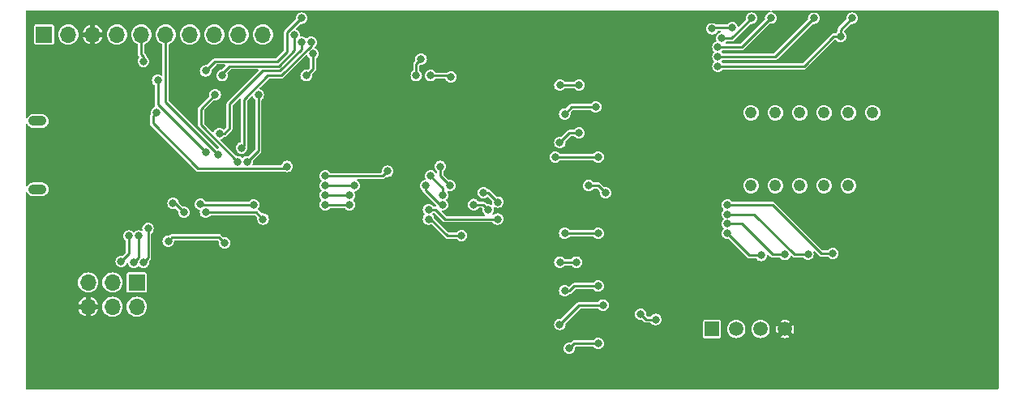
<source format=gbl>
G04 #@! TF.GenerationSoftware,KiCad,Pcbnew,8.0.4*
G04 #@! TF.CreationDate,2024-10-24T23:45:57-04:00*
G04 #@! TF.ProjectId,starter_board,73746172-7465-4725-9f62-6f6172642e6b,rev?*
G04 #@! TF.SameCoordinates,Original*
G04 #@! TF.FileFunction,Copper,L2,Bot*
G04 #@! TF.FilePolarity,Positive*
%FSLAX46Y46*%
G04 Gerber Fmt 4.6, Leading zero omitted, Abs format (unit mm)*
G04 Created by KiCad (PCBNEW 8.0.4) date 2024-10-24 23:45:57*
%MOMM*%
%LPD*%
G01*
G04 APERTURE LIST*
G04 #@! TA.AperFunction,ComponentPad*
%ADD10C,1.219200*%
G04 #@! TD*
G04 #@! TA.AperFunction,ComponentPad*
%ADD11R,1.700000X1.700000*%
G04 #@! TD*
G04 #@! TA.AperFunction,ComponentPad*
%ADD12O,1.700000X1.700000*%
G04 #@! TD*
G04 #@! TA.AperFunction,ComponentPad*
%ADD13C,1.500000*%
G04 #@! TD*
G04 #@! TA.AperFunction,ComponentPad*
%ADD14R,1.500000X1.500000*%
G04 #@! TD*
G04 #@! TA.AperFunction,ComponentPad*
%ADD15O,1.900000X1.050000*%
G04 #@! TD*
G04 #@! TA.AperFunction,ViaPad*
%ADD16C,0.800000*%
G04 #@! TD*
G04 #@! TA.AperFunction,Conductor*
%ADD17C,0.250000*%
G04 #@! TD*
G04 APERTURE END LIST*
D10*
X123966000Y-136172000D03*
X126506000Y-136172000D03*
X129046000Y-136172000D03*
X131586000Y-136172000D03*
X134126000Y-136172000D03*
X136666000Y-136172000D03*
X134126000Y-143792000D03*
X131586000Y-143792000D03*
X129046000Y-143792000D03*
X126506000Y-143792000D03*
X123966000Y-143792000D03*
D11*
X59817000Y-153924000D03*
D12*
X59817000Y-156464000D03*
X57277000Y-153924000D03*
X57277000Y-156464000D03*
X54737000Y-153924000D03*
X54737000Y-156464000D03*
D11*
X50130000Y-128000000D03*
D12*
X52670000Y-128000000D03*
X55210000Y-128000000D03*
X57750000Y-128000000D03*
X60290000Y-128000000D03*
X62830000Y-128000000D03*
X65370000Y-128000000D03*
X67910000Y-128000000D03*
X70450000Y-128000000D03*
X72990000Y-128000000D03*
D13*
X127506000Y-158792000D03*
X124966000Y-158792000D03*
X122426000Y-158792000D03*
D14*
X119886000Y-158792000D03*
D15*
X49459000Y-137032000D03*
X49459000Y-144182000D03*
D16*
X58306000Y-132292000D03*
X49106000Y-134792000D03*
X54506000Y-135192000D03*
X52506000Y-133092000D03*
X59806000Y-137092000D03*
X56406000Y-145592000D03*
X67506000Y-143392000D03*
X71306000Y-132292000D03*
X138106000Y-132092000D03*
X134306000Y-133892000D03*
X133306000Y-128192000D03*
X130306000Y-128792000D03*
X127706000Y-127292000D03*
X125706000Y-128392000D03*
X112106000Y-129192000D03*
X117006000Y-129492000D03*
X108206000Y-129292000D03*
X94406000Y-130292000D03*
X98206000Y-134392000D03*
X87006000Y-143392000D03*
X82606000Y-147492000D03*
X101406000Y-159692000D03*
X94206000Y-160292000D03*
X101406000Y-163092000D03*
X106206000Y-157492000D03*
X111806000Y-160292000D03*
X114406000Y-151792000D03*
X117306000Y-162792000D03*
X124206000Y-153792000D03*
X139106000Y-160492000D03*
X139106000Y-153592000D03*
X144706000Y-144692000D03*
X145506000Y-129892000D03*
X116206000Y-134592000D03*
X114406000Y-140992000D03*
X103906000Y-142592000D03*
X94806000Y-141292000D03*
X100106000Y-140492000D03*
X95006000Y-135892000D03*
X92606000Y-133892000D03*
X102506000Y-131892000D03*
X82906000Y-129492000D03*
X85206000Y-132892000D03*
X82206000Y-139892000D03*
X84306000Y-153492000D03*
X83306000Y-161292000D03*
X75406000Y-154292000D03*
X72206000Y-162292000D03*
X58806000Y-163292000D03*
X51006000Y-158792000D03*
X49506000Y-151092000D03*
X55006000Y-142792000D03*
X114806000Y-129192000D03*
X82806000Y-141992000D03*
X101506000Y-135892000D03*
X63106000Y-149592000D03*
X132506000Y-150892000D03*
X129906000Y-150992000D03*
X125006000Y-151092000D03*
X100906000Y-147892000D03*
X74806000Y-147192000D03*
X65906000Y-150392000D03*
X70206000Y-138392000D03*
X65906000Y-142992000D03*
X100006000Y-131192000D03*
X88006000Y-137192000D03*
X90706000Y-155292000D03*
X101306000Y-153692000D03*
X115406000Y-147792000D03*
X63706000Y-141092000D03*
X62006000Y-130792000D03*
X108006000Y-148792000D03*
X104506000Y-148792000D03*
X93730265Y-149016265D03*
X90281000Y-147292000D03*
X79506000Y-145792000D03*
X82031000Y-145792000D03*
X97506000Y-147292000D03*
X121506000Y-148792000D03*
X90281000Y-146292000D03*
X82031000Y-144792000D03*
X79506000Y-144792000D03*
X121506000Y-147792000D03*
X96518653Y-146304653D03*
X91731000Y-145792000D03*
X90006000Y-143792000D03*
X94993347Y-145779347D03*
X82506000Y-143792000D03*
X79506000Y-143792000D03*
X121506000Y-146792000D03*
X96006000Y-144517000D03*
X91731000Y-144792000D03*
X97518653Y-145517000D03*
X90506000Y-142792000D03*
X79506000Y-142792000D03*
X86006000Y-142292000D03*
X121506000Y-145792000D03*
X108768653Y-144554653D03*
X107006000Y-143792000D03*
X92506000Y-143792000D03*
X91506000Y-141792000D03*
X89506000Y-130567000D03*
X89006000Y-132292000D03*
X120505999Y-131305984D03*
X134506000Y-126292000D03*
X90506000Y-132292000D03*
X92631152Y-132442154D03*
X130506000Y-126292000D03*
X120506088Y-130305982D03*
X78223247Y-130009247D03*
X77506000Y-132292000D03*
X126018653Y-126279347D03*
X120499779Y-129305999D03*
X78018653Y-128804653D03*
X70748000Y-139847322D03*
X124006000Y-126292000D03*
X120905847Y-128392153D03*
X77006000Y-128792000D03*
X68445653Y-138352347D03*
X122006000Y-127292000D03*
X77006000Y-126292000D03*
X67006000Y-131792000D03*
X108006000Y-160292000D03*
X104993347Y-160804653D03*
X103993347Y-158304653D03*
X108518653Y-156279347D03*
X108006000Y-154292000D03*
X104506000Y-154792000D03*
X104006000Y-151792000D03*
X105731000Y-151792000D03*
X108006000Y-140792000D03*
X103512367Y-140798367D03*
X103993347Y-139304653D03*
X106006000Y-138292000D03*
X107730265Y-135567735D03*
X104506000Y-136292000D03*
X104006000Y-133292000D03*
X106006000Y-133292000D03*
X112428726Y-157233287D03*
X114006000Y-157792000D03*
X61855847Y-136167153D03*
X75506000Y-141792000D03*
X69006000Y-149792000D03*
X68268653Y-140529347D03*
X62006000Y-132792000D03*
X67006000Y-140292000D03*
X60506000Y-130792000D03*
X73006000Y-147292000D03*
X67006000Y-146589998D03*
X64733305Y-146590000D03*
X63610000Y-145662695D03*
X60993347Y-148279347D03*
X60518653Y-151804653D03*
X60006003Y-149067000D03*
X59506000Y-151792000D03*
X59006000Y-149067000D03*
X58189903Y-151728503D03*
X66475045Y-145742596D03*
X72006000Y-145792000D03*
X71360003Y-141292000D03*
X72506000Y-134292000D03*
X70360000Y-141292000D03*
X68006000Y-134292000D03*
X68731000Y-132292000D03*
X76268653Y-128054653D03*
X119905847Y-127392153D03*
X79006000Y-132392000D03*
X127493347Y-151004653D03*
D17*
X133306000Y-127492000D02*
X134506000Y-126292000D01*
X133306000Y-128192000D02*
X133306000Y-127492000D01*
X132606000Y-128192000D02*
X133306000Y-128192000D01*
X63506000Y-149192000D02*
X63106000Y-149592000D01*
X68406000Y-149192000D02*
X63506000Y-149192000D01*
X69006000Y-149792000D02*
X68406000Y-149192000D01*
X63106000Y-149592000D02*
X63206000Y-149792000D01*
X131306000Y-150892000D02*
X132506000Y-150892000D01*
X126206000Y-145792000D02*
X131306000Y-150892000D01*
X121506000Y-145792000D02*
X126206000Y-145792000D01*
X123006000Y-147792000D02*
X121506000Y-147792000D01*
X127493347Y-151004653D02*
X126218653Y-151004653D01*
X126218653Y-151004653D02*
X123006000Y-147792000D01*
X128506000Y-150992000D02*
X129906000Y-150992000D01*
X124306000Y-146792000D02*
X128506000Y-150992000D01*
X121506000Y-146792000D02*
X124306000Y-146792000D01*
X125006000Y-151092000D02*
X125106000Y-151092000D01*
X125006000Y-151092000D02*
X124906000Y-151092000D01*
X121506000Y-148792000D02*
X123806000Y-151092000D01*
X123806000Y-151092000D02*
X125006000Y-151092000D01*
X74915188Y-132292000D02*
X78018653Y-129188535D01*
X71006000Y-134766695D02*
X73480695Y-132292000D01*
X71006000Y-139589322D02*
X71006000Y-134766695D01*
X73480695Y-132292000D02*
X74915188Y-132292000D01*
X70748000Y-139847322D02*
X71006000Y-139589322D01*
X78018653Y-129188535D02*
X78018653Y-128804653D01*
X92230265Y-149016265D02*
X93730265Y-149016265D01*
X90506000Y-147292000D02*
X92230265Y-149016265D01*
X104506000Y-148792000D02*
X108006000Y-148792000D01*
X90281000Y-147292000D02*
X90506000Y-147292000D01*
X79506000Y-145792000D02*
X82031000Y-145792000D01*
X79506000Y-144792000D02*
X82031000Y-144792000D01*
X82506000Y-143792000D02*
X79506000Y-143792000D01*
X90281000Y-146292000D02*
X91006000Y-146292000D01*
X91006000Y-146292000D02*
X92006000Y-147292000D01*
X92006000Y-147292000D02*
X97506000Y-147292000D01*
X95993347Y-145779347D02*
X96518653Y-146304653D01*
X94993347Y-145779347D02*
X95993347Y-145779347D01*
X91506000Y-145792000D02*
X91731000Y-145792000D01*
X90006000Y-144292000D02*
X91506000Y-145792000D01*
X90006000Y-143792000D02*
X90006000Y-144292000D01*
X96518653Y-144517000D02*
X97518653Y-145517000D01*
X96006000Y-144517000D02*
X96518653Y-144517000D01*
X91731000Y-144042305D02*
X91731000Y-144792000D01*
X90506000Y-142817305D02*
X91731000Y-144042305D01*
X90506000Y-142792000D02*
X90506000Y-142817305D01*
X79506000Y-142792000D02*
X85506000Y-142792000D01*
X85506000Y-142792000D02*
X86006000Y-142292000D01*
X108006000Y-143792000D02*
X108768653Y-144554653D01*
X107006000Y-143792000D02*
X108006000Y-143792000D01*
X91506000Y-141792000D02*
X91506000Y-142792000D01*
X91506000Y-142792000D02*
X92506000Y-143792000D01*
X89006000Y-131067000D02*
X89506000Y-130567000D01*
X89006000Y-132292000D02*
X89006000Y-131067000D01*
X129492016Y-131305984D02*
X132606000Y-128192000D01*
X120505999Y-131305984D02*
X129492016Y-131305984D01*
X90506000Y-132292000D02*
X92480998Y-132292000D01*
X92480998Y-132292000D02*
X92631152Y-132442154D01*
X126492018Y-130305982D02*
X130506000Y-126292000D01*
X120506088Y-130305982D02*
X126492018Y-130305982D01*
X77506000Y-132292000D02*
X78223247Y-131574753D01*
X78223247Y-131574753D02*
X78223247Y-130009247D01*
X77006000Y-129564792D02*
X77006000Y-128792000D01*
X74778792Y-131792000D02*
X77006000Y-129564792D01*
X69506000Y-137792000D02*
X69506000Y-135266695D01*
X68945653Y-138352347D02*
X69506000Y-137792000D01*
X69506000Y-135266695D02*
X72980695Y-131792000D01*
X72980695Y-131792000D02*
X74778792Y-131792000D01*
X68445653Y-138352347D02*
X68945653Y-138352347D01*
X122992001Y-129305999D02*
X126018653Y-126279347D01*
X120499779Y-129305999D02*
X122992001Y-129305999D01*
X124006000Y-126317305D02*
X124006000Y-126292000D01*
X121931152Y-128392153D02*
X124006000Y-126317305D01*
X120905847Y-128392153D02*
X121931152Y-128392153D01*
X66506000Y-137438000D02*
X66506000Y-135792000D01*
X66506000Y-135792000D02*
X68006000Y-134292000D01*
X70360000Y-141292000D02*
X66506000Y-137438000D01*
X120006000Y-127292000D02*
X122006000Y-127292000D01*
X119905847Y-127392153D02*
X120006000Y-127292000D01*
X68731000Y-132067000D02*
X68731000Y-132292000D01*
X76268653Y-128054653D02*
X76268653Y-129665743D01*
X74642396Y-131292000D02*
X69506000Y-131292000D01*
X76268653Y-129665743D02*
X74642396Y-131292000D01*
X69506000Y-131292000D02*
X68731000Y-132067000D01*
X74506000Y-130792000D02*
X75506000Y-129792000D01*
X75506000Y-129792000D02*
X75506000Y-127792000D01*
X68006000Y-130792000D02*
X74506000Y-130792000D01*
X75506000Y-127792000D02*
X77006000Y-126292000D01*
X67006000Y-131792000D02*
X68006000Y-130792000D01*
X104993347Y-160804653D02*
X105506000Y-160292000D01*
X105506000Y-160292000D02*
X108006000Y-160292000D01*
X106018653Y-156279347D02*
X103993347Y-158304653D01*
X108518653Y-156279347D02*
X106018653Y-156279347D01*
X104506000Y-154792000D02*
X105006000Y-154792000D01*
X105006000Y-154792000D02*
X105506000Y-154292000D01*
X105506000Y-154292000D02*
X108006000Y-154292000D01*
X105731000Y-151792000D02*
X104006000Y-151792000D01*
X103518734Y-140792000D02*
X108006000Y-140792000D01*
X103512367Y-140798367D02*
X103518734Y-140792000D01*
X105006000Y-138292000D02*
X103993347Y-139304653D01*
X106006000Y-138292000D02*
X105006000Y-138292000D01*
X104506000Y-136292000D02*
X105230265Y-135567735D01*
X105230265Y-135567735D02*
X107730265Y-135567735D01*
X106006000Y-133292000D02*
X104006000Y-133292000D01*
X114006000Y-157792000D02*
X112987439Y-157792000D01*
X112987439Y-157792000D02*
X112428726Y-157233287D01*
X66231000Y-142017000D02*
X75281000Y-142017000D01*
X75281000Y-142017000D02*
X75506000Y-141792000D01*
X61506000Y-136517000D02*
X61506000Y-137292000D01*
X61506000Y-137292000D02*
X66231000Y-142017000D01*
X61855847Y-136167153D02*
X61506000Y-136517000D01*
X72506000Y-140146003D02*
X72506000Y-134292000D01*
X71360003Y-141292000D02*
X72506000Y-140146003D01*
X68268653Y-140529347D02*
X62830000Y-135090694D01*
X62830000Y-135090694D02*
X62830000Y-128000000D01*
X62006000Y-135292000D02*
X62006000Y-132792000D01*
X67006000Y-140292000D02*
X62006000Y-135292000D01*
X60290000Y-130076000D02*
X60290000Y-128000000D01*
X60506000Y-130292000D02*
X60290000Y-130076000D01*
X60506000Y-130792000D02*
X60506000Y-130292000D01*
X66524449Y-145792000D02*
X72006000Y-145792000D01*
X66475045Y-145742596D02*
X66524449Y-145792000D01*
X72303998Y-146589998D02*
X73006000Y-147292000D01*
X67006000Y-146589998D02*
X72303998Y-146589998D01*
X63806000Y-145662695D02*
X64733305Y-146590000D01*
X63610000Y-145662695D02*
X63806000Y-145662695D01*
X60993347Y-151329959D02*
X60993347Y-148279347D01*
X60518653Y-151804653D02*
X60993347Y-151329959D01*
X60006003Y-151291997D02*
X60006003Y-149067000D01*
X59506000Y-151792000D02*
X60006003Y-151291997D01*
X58189903Y-151728503D02*
X59006000Y-150912406D01*
X59006000Y-150912406D02*
X59006000Y-149067000D01*
G04 #@! TA.AperFunction,Conductor*
G36*
X71891099Y-134438664D02*
G01*
X71934364Y-134481929D01*
X71937618Y-134488988D01*
X71981464Y-134594841D01*
X72077718Y-134720282D01*
X72077722Y-134720285D01*
X72141767Y-134769428D01*
X72176423Y-134819852D01*
X72180500Y-134847970D01*
X72180500Y-139970167D01*
X72161593Y-140028358D01*
X72151504Y-140040171D01*
X71522968Y-140668706D01*
X71468451Y-140696483D01*
X71440042Y-140696855D01*
X71360004Y-140686318D01*
X71360002Y-140686318D01*
X71203244Y-140706955D01*
X71203236Y-140706957D01*
X71057164Y-140767462D01*
X71057163Y-140767462D01*
X70931718Y-140863719D01*
X70929999Y-140865439D01*
X70928448Y-140866228D01*
X70926573Y-140867668D01*
X70926306Y-140867320D01*
X70875480Y-140893212D01*
X70815049Y-140883636D01*
X70789997Y-140865434D01*
X70788285Y-140863722D01*
X70788282Y-140863718D01*
X70788277Y-140863714D01*
X70788276Y-140863713D01*
X70662838Y-140767462D01*
X70516766Y-140706957D01*
X70516758Y-140706955D01*
X70360001Y-140686318D01*
X70359999Y-140686318D01*
X70279959Y-140696855D01*
X70219798Y-140685705D01*
X70197033Y-140668706D01*
X68610523Y-139082196D01*
X68582746Y-139027679D01*
X68592317Y-138967247D01*
X68635582Y-138923982D01*
X68642633Y-138920731D01*
X68748494Y-138876883D01*
X68873935Y-138780629D01*
X68923826Y-138715608D01*
X68974250Y-138680953D01*
X68987119Y-138678218D01*
X68988504Y-138677847D01*
X68988506Y-138677847D01*
X69071292Y-138655665D01*
X69071294Y-138655663D01*
X69071296Y-138655663D01*
X69145510Y-138612815D01*
X69145510Y-138612814D01*
X69145515Y-138612812D01*
X69766465Y-137991862D01*
X69781108Y-137966499D01*
X69809318Y-137917638D01*
X69831500Y-137834853D01*
X69831500Y-135442529D01*
X69850407Y-135384338D01*
X69860496Y-135372525D01*
X70511496Y-134721525D01*
X70566013Y-134693748D01*
X70626445Y-134703319D01*
X70669710Y-134746584D01*
X70680500Y-134791529D01*
X70680500Y-139163705D01*
X70661593Y-139221896D01*
X70612093Y-139257860D01*
X70594430Y-139261857D01*
X70591241Y-139262277D01*
X70591237Y-139262278D01*
X70445161Y-139322784D01*
X70445160Y-139322784D01*
X70319723Y-139419035D01*
X70319713Y-139419045D01*
X70223462Y-139544482D01*
X70223462Y-139544483D01*
X70162957Y-139690555D01*
X70162955Y-139690563D01*
X70142318Y-139847321D01*
X70142318Y-139847322D01*
X70162955Y-140004080D01*
X70162957Y-140004088D01*
X70223462Y-140150160D01*
X70223462Y-140150161D01*
X70319713Y-140275598D01*
X70319718Y-140275604D01*
X70445159Y-140371858D01*
X70591238Y-140432366D01*
X70706899Y-140447593D01*
X70747999Y-140453004D01*
X70748000Y-140453004D01*
X70748001Y-140453004D01*
X70789101Y-140447593D01*
X70904762Y-140432366D01*
X71050841Y-140371858D01*
X71176282Y-140275604D01*
X71272536Y-140150163D01*
X71333044Y-140004084D01*
X71353682Y-139847322D01*
X71333044Y-139690560D01*
X71333041Y-139690554D01*
X71331364Y-139684292D01*
X71334483Y-139683456D01*
X71330862Y-139638636D01*
X71330653Y-139638609D01*
X71330781Y-139637635D01*
X71330618Y-139635615D01*
X71331308Y-139632890D01*
X71331500Y-139632175D01*
X71331500Y-139546469D01*
X71331500Y-134942529D01*
X71350407Y-134884338D01*
X71360496Y-134872526D01*
X71539274Y-134693748D01*
X71776150Y-134456870D01*
X71830667Y-134429093D01*
X71891099Y-134438664D01*
G37*
G04 #@! TD.AperFunction*
G04 #@! TA.AperFunction,Conductor*
G36*
X77001311Y-125503405D02*
G01*
X77044254Y-125492500D01*
X123967746Y-125492500D01*
X124001311Y-125503405D01*
X124044254Y-125492500D01*
X125884290Y-125492500D01*
X125942481Y-125511407D01*
X125978445Y-125560907D01*
X125978445Y-125622093D01*
X125942481Y-125671593D01*
X125897212Y-125689652D01*
X125893393Y-125690155D01*
X125861894Y-125694302D01*
X125861886Y-125694304D01*
X125715814Y-125754809D01*
X125715813Y-125754809D01*
X125590376Y-125851060D01*
X125590366Y-125851070D01*
X125494115Y-125976507D01*
X125494115Y-125976508D01*
X125433610Y-126122580D01*
X125433608Y-126122588D01*
X125412971Y-126279346D01*
X125412971Y-126279347D01*
X125423508Y-126359386D01*
X125412358Y-126419547D01*
X125395359Y-126442312D01*
X122886170Y-128951503D01*
X122831653Y-128979280D01*
X122816166Y-128980499D01*
X121412060Y-128980499D01*
X121353869Y-128961592D01*
X121317905Y-128912092D01*
X121317905Y-128850906D01*
X121333517Y-128821232D01*
X121334129Y-128820435D01*
X121383276Y-128756384D01*
X121433698Y-128721730D01*
X121461817Y-128717653D01*
X121974003Y-128717653D01*
X121974005Y-128717653D01*
X122056791Y-128695471D01*
X122056793Y-128695469D01*
X122056795Y-128695469D01*
X122131009Y-128652621D01*
X122131009Y-128652620D01*
X122131014Y-128652618D01*
X123865396Y-126918234D01*
X123919911Y-126890459D01*
X123948314Y-126890087D01*
X124006000Y-126897682D01*
X124162762Y-126877044D01*
X124308841Y-126816536D01*
X124434282Y-126720282D01*
X124530536Y-126594841D01*
X124591044Y-126448762D01*
X124611682Y-126292000D01*
X124591044Y-126135238D01*
X124530537Y-125989161D01*
X124530537Y-125989160D01*
X124434286Y-125863723D01*
X124434285Y-125863722D01*
X124434282Y-125863718D01*
X124434277Y-125863714D01*
X124434276Y-125863713D01*
X124308838Y-125767462D01*
X124162766Y-125706957D01*
X124162758Y-125706955D01*
X124031332Y-125689653D01*
X124008256Y-125678646D01*
X123980668Y-125689653D01*
X123849241Y-125706955D01*
X123849233Y-125706957D01*
X123703161Y-125767462D01*
X123703160Y-125767462D01*
X123577723Y-125863713D01*
X123577713Y-125863723D01*
X123481462Y-125989160D01*
X123481462Y-125989161D01*
X123420957Y-126135233D01*
X123420955Y-126135241D01*
X123400318Y-126291999D01*
X123400318Y-126292001D01*
X123413798Y-126394402D01*
X123402647Y-126454563D01*
X123385649Y-126477327D01*
X122735848Y-127127128D01*
X122681331Y-127154905D01*
X122620899Y-127145334D01*
X122577634Y-127102069D01*
X122574385Y-127095021D01*
X122530537Y-126989161D01*
X122530537Y-126989160D01*
X122434286Y-126863723D01*
X122434285Y-126863722D01*
X122434282Y-126863718D01*
X122434277Y-126863714D01*
X122434276Y-126863713D01*
X122360509Y-126807110D01*
X122308841Y-126767464D01*
X122308840Y-126767463D01*
X122308838Y-126767462D01*
X122162766Y-126706957D01*
X122162758Y-126706955D01*
X122006001Y-126686318D01*
X122005999Y-126686318D01*
X121849241Y-126706955D01*
X121849233Y-126706957D01*
X121703161Y-126767462D01*
X121703160Y-126767462D01*
X121577723Y-126863713D01*
X121577714Y-126863722D01*
X121528572Y-126927767D01*
X121478148Y-126962423D01*
X121450030Y-126966500D01*
X120371161Y-126966500D01*
X120312970Y-126947593D01*
X120310894Y-126946042D01*
X120254330Y-126902639D01*
X120208688Y-126867617D01*
X120208687Y-126867616D01*
X120208685Y-126867615D01*
X120062613Y-126807110D01*
X120062605Y-126807108D01*
X119905848Y-126786471D01*
X119905846Y-126786471D01*
X119749088Y-126807108D01*
X119749080Y-126807110D01*
X119603008Y-126867615D01*
X119603007Y-126867615D01*
X119477570Y-126963866D01*
X119477560Y-126963876D01*
X119381309Y-127089313D01*
X119381309Y-127089314D01*
X119320804Y-127235386D01*
X119320802Y-127235394D01*
X119300165Y-127392152D01*
X119300165Y-127392153D01*
X119320802Y-127548911D01*
X119320804Y-127548919D01*
X119381309Y-127694991D01*
X119381309Y-127694992D01*
X119474573Y-127816536D01*
X119477565Y-127820435D01*
X119603006Y-127916689D01*
X119749085Y-127977197D01*
X119866656Y-127992675D01*
X119905846Y-127997835D01*
X119905847Y-127997835D01*
X119905848Y-127997835D01*
X119937199Y-127993707D01*
X120062609Y-127977197D01*
X120208688Y-127916689D01*
X120334129Y-127820435D01*
X120430383Y-127694994D01*
X120437168Y-127678612D01*
X120476906Y-127632088D01*
X120528632Y-127617500D01*
X120709135Y-127617500D01*
X120767326Y-127636407D01*
X120803290Y-127685907D01*
X120803290Y-127747093D01*
X120767326Y-127796593D01*
X120747021Y-127807964D01*
X120603007Y-127867616D01*
X120477570Y-127963866D01*
X120477560Y-127963876D01*
X120381309Y-128089313D01*
X120381309Y-128089314D01*
X120320804Y-128235386D01*
X120320802Y-128235394D01*
X120300165Y-128392152D01*
X120300165Y-128392153D01*
X120320802Y-128548911D01*
X120320804Y-128548920D01*
X120346995Y-128612150D01*
X120351795Y-128673147D01*
X120319826Y-128725316D01*
X120293417Y-128741499D01*
X120196939Y-128781462D01*
X120071502Y-128877712D01*
X120071492Y-128877722D01*
X119975241Y-129003159D01*
X119975241Y-129003160D01*
X119914736Y-129149232D01*
X119914734Y-129149240D01*
X119894097Y-129305998D01*
X119894097Y-129305999D01*
X119914734Y-129462757D01*
X119914736Y-129462765D01*
X119975241Y-129608837D01*
X119975241Y-129608838D01*
X120050109Y-129706408D01*
X120071497Y-129734281D01*
X120071501Y-129734284D01*
X120076086Y-129738869D01*
X120073890Y-129741064D01*
X120101337Y-129781075D01*
X120099681Y-129842238D01*
X120080936Y-129871923D01*
X120081756Y-129872552D01*
X119981550Y-130003142D01*
X119981550Y-130003143D01*
X119921045Y-130149215D01*
X119921043Y-130149223D01*
X119900406Y-130305981D01*
X119900406Y-130305982D01*
X119921043Y-130462740D01*
X119921045Y-130462748D01*
X119981550Y-130608820D01*
X119981550Y-130608821D01*
X120074507Y-130729965D01*
X120077806Y-130734264D01*
X120077810Y-130734267D01*
X120079477Y-130735934D01*
X120080247Y-130737445D01*
X120081756Y-130739412D01*
X120081391Y-130739691D01*
X120107254Y-130790451D01*
X120097683Y-130850883D01*
X120079482Y-130875936D01*
X120077718Y-130877699D01*
X119981461Y-131003144D01*
X119981461Y-131003145D01*
X119920956Y-131149217D01*
X119920954Y-131149225D01*
X119900317Y-131305983D01*
X119900317Y-131305984D01*
X119920954Y-131462742D01*
X119920956Y-131462750D01*
X119981461Y-131608822D01*
X119981461Y-131608823D01*
X120056761Y-131706956D01*
X120077717Y-131734266D01*
X120077721Y-131734269D01*
X120077722Y-131734270D01*
X120107081Y-131756797D01*
X120203158Y-131830520D01*
X120203159Y-131830520D01*
X120203160Y-131830521D01*
X120283317Y-131863723D01*
X120349237Y-131891028D01*
X120466808Y-131906506D01*
X120505998Y-131911666D01*
X120505999Y-131911666D01*
X120506000Y-131911666D01*
X120537351Y-131907538D01*
X120662761Y-131891028D01*
X120808840Y-131830520D01*
X120934281Y-131734266D01*
X120983427Y-131670216D01*
X121033851Y-131635561D01*
X121061969Y-131631484D01*
X129534867Y-131631484D01*
X129534869Y-131631484D01*
X129617655Y-131609302D01*
X129617657Y-131609300D01*
X129617659Y-131609300D01*
X129691873Y-131566452D01*
X129691873Y-131566451D01*
X129691878Y-131566449D01*
X132693836Y-128564490D01*
X132748351Y-128536715D01*
X132808783Y-128546286D01*
X132842380Y-128574229D01*
X132851759Y-128586452D01*
X132877718Y-128620282D01*
X133003159Y-128716536D01*
X133003160Y-128716536D01*
X133003161Y-128716537D01*
X133099365Y-128756386D01*
X133149238Y-128777044D01*
X133266809Y-128792522D01*
X133305999Y-128797682D01*
X133306000Y-128797682D01*
X133306001Y-128797682D01*
X133337352Y-128793554D01*
X133462762Y-128777044D01*
X133608841Y-128716536D01*
X133734282Y-128620282D01*
X133830536Y-128494841D01*
X133891044Y-128348762D01*
X133911682Y-128192000D01*
X133891044Y-128035238D01*
X133861485Y-127963876D01*
X133830537Y-127889161D01*
X133830537Y-127889160D01*
X133734281Y-127763716D01*
X133734278Y-127763714D01*
X133688229Y-127728378D01*
X133653573Y-127677953D01*
X133655176Y-127616789D01*
X133678491Y-127579835D01*
X134343035Y-126915290D01*
X134397550Y-126887515D01*
X134425953Y-126887143D01*
X134506000Y-126897682D01*
X134662762Y-126877044D01*
X134808841Y-126816536D01*
X134934282Y-126720282D01*
X135030536Y-126594841D01*
X135091044Y-126448762D01*
X135111682Y-126292000D01*
X135091044Y-126135238D01*
X135030537Y-125989161D01*
X135030537Y-125989160D01*
X134934286Y-125863723D01*
X134934285Y-125863722D01*
X134934282Y-125863718D01*
X134934277Y-125863714D01*
X134934276Y-125863713D01*
X134808838Y-125767462D01*
X134662766Y-125706957D01*
X134662758Y-125706955D01*
X134531332Y-125689653D01*
X134508256Y-125678646D01*
X134480668Y-125689653D01*
X134349241Y-125706955D01*
X134349233Y-125706957D01*
X134203161Y-125767462D01*
X134203160Y-125767462D01*
X134077723Y-125863713D01*
X134077713Y-125863723D01*
X133981462Y-125989160D01*
X133981462Y-125989161D01*
X133920957Y-126135233D01*
X133920955Y-126135241D01*
X133900318Y-126291999D01*
X133900318Y-126292000D01*
X133910855Y-126372039D01*
X133899705Y-126432200D01*
X133882706Y-126454964D01*
X133045535Y-127292137D01*
X133045531Y-127292142D01*
X133002682Y-127366360D01*
X133002681Y-127366360D01*
X133002682Y-127366361D01*
X132980500Y-127449147D01*
X132980500Y-127636028D01*
X132961593Y-127694219D01*
X132941768Y-127714570D01*
X132877718Y-127763717D01*
X132828572Y-127827767D01*
X132778148Y-127862423D01*
X132750030Y-127866500D01*
X132563147Y-127866500D01*
X132480362Y-127888682D01*
X132416265Y-127925688D01*
X132410246Y-127929162D01*
X132406137Y-127931535D01*
X129386185Y-130951488D01*
X129331668Y-130979265D01*
X129316181Y-130980484D01*
X121061969Y-130980484D01*
X121003778Y-130961577D01*
X120983427Y-130941751D01*
X120934284Y-130877706D01*
X120934281Y-130877702D01*
X120934276Y-130877698D01*
X120932609Y-130876031D01*
X120931838Y-130874518D01*
X120930331Y-130872554D01*
X120930695Y-130872274D01*
X120904832Y-130821514D01*
X120914403Y-130761082D01*
X120932615Y-130736018D01*
X120934365Y-130734267D01*
X120934370Y-130734264D01*
X120983516Y-130670214D01*
X121033940Y-130635559D01*
X121062058Y-130631482D01*
X126534869Y-130631482D01*
X126534871Y-130631482D01*
X126617657Y-130609300D01*
X126617659Y-130609298D01*
X126617661Y-130609298D01*
X126691875Y-130566450D01*
X126691875Y-130566449D01*
X126691880Y-130566447D01*
X130343034Y-126915290D01*
X130397549Y-126887515D01*
X130425952Y-126887143D01*
X130506000Y-126897682D01*
X130662762Y-126877044D01*
X130808841Y-126816536D01*
X130934282Y-126720282D01*
X131030536Y-126594841D01*
X131091044Y-126448762D01*
X131111682Y-126292000D01*
X131091044Y-126135238D01*
X131030537Y-125989161D01*
X131030537Y-125989160D01*
X130934286Y-125863723D01*
X130934285Y-125863722D01*
X130934282Y-125863718D01*
X130934277Y-125863714D01*
X130934276Y-125863713D01*
X130808838Y-125767462D01*
X130662766Y-125706957D01*
X130662758Y-125706955D01*
X130531332Y-125689653D01*
X130508256Y-125678646D01*
X130480668Y-125689653D01*
X130349241Y-125706955D01*
X130349233Y-125706957D01*
X130203161Y-125767462D01*
X130203160Y-125767462D01*
X130077723Y-125863713D01*
X130077713Y-125863723D01*
X129981462Y-125989160D01*
X129981462Y-125989161D01*
X129920957Y-126135233D01*
X129920955Y-126135241D01*
X129900318Y-126291999D01*
X129900318Y-126292000D01*
X129910855Y-126372040D01*
X129899705Y-126432201D01*
X129882706Y-126454966D01*
X126386187Y-129951486D01*
X126331670Y-129979263D01*
X126316183Y-129980482D01*
X121062058Y-129980482D01*
X121003867Y-129961575D01*
X120983516Y-129941749D01*
X120934373Y-129877704D01*
X120934370Y-129877700D01*
X120934365Y-129877696D01*
X120929781Y-129873112D01*
X120931970Y-129870922D01*
X120904516Y-129830860D01*
X120906200Y-129769698D01*
X120924931Y-129740058D01*
X120924111Y-129739429D01*
X120977207Y-129670232D01*
X121027631Y-129635576D01*
X121055749Y-129631499D01*
X123034852Y-129631499D01*
X123034854Y-129631499D01*
X123117640Y-129609317D01*
X123117642Y-129609315D01*
X123117644Y-129609315D01*
X123191858Y-129566467D01*
X123191858Y-129566466D01*
X123191863Y-129566464D01*
X125855688Y-126902637D01*
X125910203Y-126874862D01*
X125938606Y-126874490D01*
X126018653Y-126885029D01*
X126175415Y-126864391D01*
X126321494Y-126803883D01*
X126446935Y-126707629D01*
X126543189Y-126582188D01*
X126603697Y-126436109D01*
X126624335Y-126279347D01*
X126603697Y-126122585D01*
X126548431Y-125989161D01*
X126543190Y-125976508D01*
X126543190Y-125976507D01*
X126446939Y-125851070D01*
X126446938Y-125851069D01*
X126446935Y-125851065D01*
X126446930Y-125851061D01*
X126446929Y-125851060D01*
X126375757Y-125796448D01*
X126321494Y-125754811D01*
X126321493Y-125754810D01*
X126321491Y-125754809D01*
X126175419Y-125694304D01*
X126175411Y-125694302D01*
X126144831Y-125690276D01*
X126140093Y-125689652D01*
X126084869Y-125663312D01*
X126055674Y-125609541D01*
X126063660Y-125548879D01*
X126105777Y-125504497D01*
X126153016Y-125492500D01*
X130467746Y-125492500D01*
X130501311Y-125503405D01*
X130544254Y-125492500D01*
X134467746Y-125492500D01*
X134501311Y-125503405D01*
X134544254Y-125492500D01*
X149706500Y-125492500D01*
X149764691Y-125511407D01*
X149800655Y-125560907D01*
X149805500Y-125591500D01*
X149805500Y-164992500D01*
X149786593Y-165050691D01*
X149737093Y-165086655D01*
X149706500Y-165091500D01*
X48305500Y-165091500D01*
X48247309Y-165072593D01*
X48211345Y-165023093D01*
X48206500Y-164992500D01*
X48206500Y-160804652D01*
X104387665Y-160804652D01*
X104387665Y-160804653D01*
X104408302Y-160961411D01*
X104408304Y-160961419D01*
X104468809Y-161107491D01*
X104468809Y-161107492D01*
X104468811Y-161107494D01*
X104565065Y-161232935D01*
X104690506Y-161329189D01*
X104836585Y-161389697D01*
X104954156Y-161405175D01*
X104993346Y-161410335D01*
X104993347Y-161410335D01*
X104993348Y-161410335D01*
X105024699Y-161406207D01*
X105150109Y-161389697D01*
X105296188Y-161329189D01*
X105421629Y-161232935D01*
X105517883Y-161107494D01*
X105578391Y-160961415D01*
X105599029Y-160804653D01*
X105589124Y-160729421D01*
X105600274Y-160669262D01*
X105644656Y-160627144D01*
X105687277Y-160617500D01*
X107450030Y-160617500D01*
X107508221Y-160636407D01*
X107528570Y-160656231D01*
X107577718Y-160720282D01*
X107703159Y-160816536D01*
X107849238Y-160877044D01*
X107966809Y-160892522D01*
X108005999Y-160897682D01*
X108006000Y-160897682D01*
X108006001Y-160897682D01*
X108037352Y-160893554D01*
X108162762Y-160877044D01*
X108308841Y-160816536D01*
X108434282Y-160720282D01*
X108530536Y-160594841D01*
X108591044Y-160448762D01*
X108611682Y-160292000D01*
X108591044Y-160135238D01*
X108539214Y-160010109D01*
X108530537Y-159989161D01*
X108530537Y-159989160D01*
X108434286Y-159863723D01*
X108434285Y-159863722D01*
X108434282Y-159863718D01*
X108434277Y-159863714D01*
X108434276Y-159863713D01*
X108308838Y-159767462D01*
X108162766Y-159706957D01*
X108162758Y-159706955D01*
X108006001Y-159686318D01*
X108005999Y-159686318D01*
X107849241Y-159706955D01*
X107849233Y-159706957D01*
X107703161Y-159767462D01*
X107703160Y-159767462D01*
X107577723Y-159863713D01*
X107577714Y-159863722D01*
X107528572Y-159927767D01*
X107478148Y-159962423D01*
X107450030Y-159966500D01*
X105548853Y-159966500D01*
X105463147Y-159966500D01*
X105390136Y-159986062D01*
X105380357Y-159988683D01*
X105343250Y-160010108D01*
X105319721Y-160023692D01*
X105306137Y-160031535D01*
X105245534Y-160092137D01*
X105245535Y-160092138D01*
X105245533Y-160092140D01*
X105245532Y-160092140D01*
X105156312Y-160181359D01*
X105101795Y-160209136D01*
X105073387Y-160209508D01*
X104993348Y-160198971D01*
X104993346Y-160198971D01*
X104836588Y-160219608D01*
X104836580Y-160219610D01*
X104690508Y-160280115D01*
X104690507Y-160280115D01*
X104565070Y-160376366D01*
X104565060Y-160376376D01*
X104468809Y-160501813D01*
X104468809Y-160501814D01*
X104408304Y-160647886D01*
X104408302Y-160647894D01*
X104387665Y-160804652D01*
X48206500Y-160804652D01*
X48206500Y-158304652D01*
X103387665Y-158304652D01*
X103387665Y-158304653D01*
X103408302Y-158461411D01*
X103408304Y-158461419D01*
X103468809Y-158607491D01*
X103468809Y-158607492D01*
X103565060Y-158732929D01*
X103565065Y-158732935D01*
X103690506Y-158829189D01*
X103690507Y-158829189D01*
X103690508Y-158829190D01*
X103836580Y-158889695D01*
X103836585Y-158889697D01*
X103954156Y-158905175D01*
X103993346Y-158910335D01*
X103993347Y-158910335D01*
X103993348Y-158910335D01*
X104024699Y-158906207D01*
X104150109Y-158889697D01*
X104296188Y-158829189D01*
X104421629Y-158732935D01*
X104517883Y-158607494D01*
X104578391Y-158461415D01*
X104599029Y-158304653D01*
X104588490Y-158224610D01*
X104599639Y-158164453D01*
X104616635Y-158141690D01*
X105525040Y-157233286D01*
X111823044Y-157233286D01*
X111823044Y-157233287D01*
X111843681Y-157390045D01*
X111843683Y-157390053D01*
X111904188Y-157536125D01*
X111904188Y-157536126D01*
X112000439Y-157661563D01*
X112000444Y-157661569D01*
X112125885Y-157757823D01*
X112125886Y-157757823D01*
X112125887Y-157757824D01*
X112179707Y-157780117D01*
X112271964Y-157818331D01*
X112428726Y-157838969D01*
X112508767Y-157828430D01*
X112568925Y-157839579D01*
X112591692Y-157856579D01*
X112726972Y-157991859D01*
X112726974Y-157991862D01*
X112787577Y-158052465D01*
X112787579Y-158052466D01*
X112860975Y-158094842D01*
X112860974Y-158094842D01*
X112860988Y-158094848D01*
X112861801Y-158095318D01*
X112944584Y-158117500D01*
X112944586Y-158117501D01*
X112944587Y-158117501D01*
X113036355Y-158117501D01*
X113036371Y-158117500D01*
X113450030Y-158117500D01*
X113508221Y-158136407D01*
X113528570Y-158156231D01*
X113577718Y-158220282D01*
X113577722Y-158220285D01*
X113577723Y-158220286D01*
X113607082Y-158242813D01*
X113703159Y-158316536D01*
X113849238Y-158377044D01*
X113962841Y-158392000D01*
X114005999Y-158397682D01*
X114006000Y-158397682D01*
X114006001Y-158397682D01*
X114049159Y-158392000D01*
X114162762Y-158377044D01*
X114308841Y-158316536D01*
X114434282Y-158220282D01*
X114530536Y-158094841D01*
X114560603Y-158022253D01*
X118935500Y-158022253D01*
X118935500Y-159561746D01*
X118935501Y-159561758D01*
X118947132Y-159620227D01*
X118947134Y-159620233D01*
X118991445Y-159686548D01*
X118991448Y-159686552D01*
X119057769Y-159730867D01*
X119102231Y-159739711D01*
X119116241Y-159742498D01*
X119116246Y-159742498D01*
X119116252Y-159742500D01*
X119116253Y-159742500D01*
X120655747Y-159742500D01*
X120655748Y-159742500D01*
X120714231Y-159730867D01*
X120780552Y-159686552D01*
X120824867Y-159620231D01*
X120836500Y-159561748D01*
X120836500Y-158791995D01*
X121470901Y-158791995D01*
X121470901Y-158792004D01*
X121489251Y-158978325D01*
X121489252Y-158978328D01*
X121489253Y-158978331D01*
X121543545Y-159157308D01*
X121543605Y-159157504D01*
X121543606Y-159157506D01*
X121631859Y-159322617D01*
X121631862Y-159322622D01*
X121631864Y-159322625D01*
X121681395Y-159382978D01*
X121750638Y-159467352D01*
X121750647Y-159467361D01*
X121818145Y-159522755D01*
X121895375Y-159586136D01*
X121895380Y-159586138D01*
X121895382Y-159586140D01*
X121959166Y-159620233D01*
X122060499Y-159674396D01*
X122239669Y-159728747D01*
X122239671Y-159728747D01*
X122239674Y-159728748D01*
X122425996Y-159747099D01*
X122426000Y-159747099D01*
X122426004Y-159747099D01*
X122612325Y-159728748D01*
X122612326Y-159728747D01*
X122612331Y-159728747D01*
X122791501Y-159674396D01*
X122956625Y-159586136D01*
X123101357Y-159467357D01*
X123220136Y-159322625D01*
X123308396Y-159157501D01*
X123362747Y-158978331D01*
X123362758Y-158978227D01*
X123381099Y-158792004D01*
X123381099Y-158791995D01*
X124010901Y-158791995D01*
X124010901Y-158792004D01*
X124029251Y-158978325D01*
X124029252Y-158978328D01*
X124029253Y-158978331D01*
X124083545Y-159157308D01*
X124083605Y-159157504D01*
X124083606Y-159157506D01*
X124171859Y-159322617D01*
X124171862Y-159322622D01*
X124171864Y-159322625D01*
X124221395Y-159382978D01*
X124290638Y-159467352D01*
X124290647Y-159467361D01*
X124358145Y-159522755D01*
X124435375Y-159586136D01*
X124435380Y-159586138D01*
X124435382Y-159586140D01*
X124499166Y-159620233D01*
X124600499Y-159674396D01*
X124779669Y-159728747D01*
X124779671Y-159728747D01*
X124779674Y-159728748D01*
X124965996Y-159747099D01*
X124966000Y-159747099D01*
X124966004Y-159747099D01*
X125152325Y-159728748D01*
X125152326Y-159728747D01*
X125152331Y-159728747D01*
X125331501Y-159674396D01*
X125496625Y-159586136D01*
X125641357Y-159467357D01*
X125760136Y-159322625D01*
X125848396Y-159157501D01*
X125902747Y-158978331D01*
X125902758Y-158978227D01*
X125921099Y-158792004D01*
X125921099Y-158791996D01*
X126551403Y-158791996D01*
X126551403Y-158792003D01*
X126569743Y-158978227D01*
X126569744Y-158978233D01*
X126624067Y-159157308D01*
X126680868Y-159263575D01*
X127106000Y-158838443D01*
X127106000Y-158844661D01*
X127133259Y-158946394D01*
X127185920Y-159037606D01*
X127260394Y-159112080D01*
X127351606Y-159164741D01*
X127453339Y-159192000D01*
X127459553Y-159192000D01*
X127034423Y-159617130D01*
X127140690Y-159673932D01*
X127319766Y-159728255D01*
X127319772Y-159728256D01*
X127505997Y-159746597D01*
X127506003Y-159746597D01*
X127692227Y-159728256D01*
X127692233Y-159728255D01*
X127871309Y-159673932D01*
X127977575Y-159617130D01*
X127552445Y-159192000D01*
X127558661Y-159192000D01*
X127660394Y-159164741D01*
X127751606Y-159112080D01*
X127826080Y-159037606D01*
X127878741Y-158946394D01*
X127906000Y-158844661D01*
X127906000Y-158838445D01*
X128331130Y-159263575D01*
X128387932Y-159157309D01*
X128442255Y-158978233D01*
X128442256Y-158978227D01*
X128460597Y-158792003D01*
X128460597Y-158791996D01*
X128442256Y-158605772D01*
X128442255Y-158605766D01*
X128387932Y-158426690D01*
X128331130Y-158320423D01*
X127906000Y-158745553D01*
X127906000Y-158739339D01*
X127878741Y-158637606D01*
X127826080Y-158546394D01*
X127751606Y-158471920D01*
X127660394Y-158419259D01*
X127558661Y-158392000D01*
X127552443Y-158392000D01*
X127977575Y-157966868D01*
X127871308Y-157910067D01*
X127692233Y-157855744D01*
X127692227Y-157855743D01*
X127506003Y-157837403D01*
X127505997Y-157837403D01*
X127319772Y-157855743D01*
X127319766Y-157855744D01*
X127140691Y-157910067D01*
X127140686Y-157910069D01*
X127034423Y-157966868D01*
X127459555Y-158392000D01*
X127453339Y-158392000D01*
X127351606Y-158419259D01*
X127260394Y-158471920D01*
X127185920Y-158546394D01*
X127133259Y-158637606D01*
X127106000Y-158739339D01*
X127106000Y-158745555D01*
X126680868Y-158320423D01*
X126624069Y-158426686D01*
X126624067Y-158426691D01*
X126569744Y-158605766D01*
X126569743Y-158605772D01*
X126551403Y-158791996D01*
X125921099Y-158791996D01*
X125921099Y-158791995D01*
X125902748Y-158605674D01*
X125902747Y-158605671D01*
X125902747Y-158605669D01*
X125848396Y-158426499D01*
X125791698Y-158320423D01*
X125760140Y-158261382D01*
X125760138Y-158261380D01*
X125760136Y-158261375D01*
X125673848Y-158156233D01*
X125641361Y-158116647D01*
X125641352Y-158116638D01*
X125526343Y-158022253D01*
X125496625Y-157997864D01*
X125496622Y-157997862D01*
X125496617Y-157997859D01*
X125331506Y-157909606D01*
X125331504Y-157909605D01*
X125152328Y-157855252D01*
X125152325Y-157855251D01*
X124966004Y-157836901D01*
X124965996Y-157836901D01*
X124779674Y-157855251D01*
X124779671Y-157855252D01*
X124600495Y-157909605D01*
X124600493Y-157909606D01*
X124435382Y-157997859D01*
X124435376Y-157997863D01*
X124290647Y-158116638D01*
X124290638Y-158116647D01*
X124171863Y-158261376D01*
X124171859Y-158261382D01*
X124083606Y-158426493D01*
X124083605Y-158426495D01*
X124029252Y-158605671D01*
X124029251Y-158605674D01*
X124010901Y-158791995D01*
X123381099Y-158791995D01*
X123362748Y-158605674D01*
X123362747Y-158605671D01*
X123362747Y-158605669D01*
X123308396Y-158426499D01*
X123251698Y-158320423D01*
X123220140Y-158261382D01*
X123220138Y-158261380D01*
X123220136Y-158261375D01*
X123133848Y-158156233D01*
X123101361Y-158116647D01*
X123101352Y-158116638D01*
X122986343Y-158022253D01*
X122956625Y-157997864D01*
X122956622Y-157997862D01*
X122956617Y-157997859D01*
X122791506Y-157909606D01*
X122791504Y-157909605D01*
X122612328Y-157855252D01*
X122612325Y-157855251D01*
X122426004Y-157836901D01*
X122425996Y-157836901D01*
X122239674Y-157855251D01*
X122239671Y-157855252D01*
X122060495Y-157909605D01*
X122060493Y-157909606D01*
X121895382Y-157997859D01*
X121895376Y-157997863D01*
X121750647Y-158116638D01*
X121750638Y-158116647D01*
X121631863Y-158261376D01*
X121631859Y-158261382D01*
X121543606Y-158426493D01*
X121543605Y-158426495D01*
X121489252Y-158605671D01*
X121489251Y-158605674D01*
X121470901Y-158791995D01*
X120836500Y-158791995D01*
X120836500Y-158022252D01*
X120824867Y-157963769D01*
X120780552Y-157897448D01*
X120780548Y-157897445D01*
X120714233Y-157853134D01*
X120714231Y-157853133D01*
X120714228Y-157853132D01*
X120714227Y-157853132D01*
X120655758Y-157841501D01*
X120655748Y-157841500D01*
X119116252Y-157841500D01*
X119116251Y-157841500D01*
X119116241Y-157841501D01*
X119057772Y-157853132D01*
X119057766Y-157853134D01*
X118991451Y-157897445D01*
X118991445Y-157897451D01*
X118947134Y-157963766D01*
X118947132Y-157963772D01*
X118935501Y-158022241D01*
X118935500Y-158022253D01*
X114560603Y-158022253D01*
X114591044Y-157948762D01*
X114611682Y-157792000D01*
X114591044Y-157635238D01*
X114549991Y-157536128D01*
X114530537Y-157489161D01*
X114530537Y-157489160D01*
X114434286Y-157363723D01*
X114434285Y-157363722D01*
X114434282Y-157363718D01*
X114434277Y-157363714D01*
X114434276Y-157363713D01*
X114308838Y-157267462D01*
X114162766Y-157206957D01*
X114162758Y-157206955D01*
X114006001Y-157186318D01*
X114005999Y-157186318D01*
X113849241Y-157206955D01*
X113849233Y-157206957D01*
X113703161Y-157267462D01*
X113703160Y-157267462D01*
X113577723Y-157363713D01*
X113577714Y-157363722D01*
X113528572Y-157427767D01*
X113478148Y-157462423D01*
X113450030Y-157466500D01*
X113163273Y-157466500D01*
X113105082Y-157447593D01*
X113093269Y-157437504D01*
X113052018Y-157396253D01*
X113024241Y-157341736D01*
X113023869Y-157313333D01*
X113034408Y-157233287D01*
X113013770Y-157076525D01*
X112953263Y-156930448D01*
X112953263Y-156930447D01*
X112857012Y-156805010D01*
X112857011Y-156805009D01*
X112857008Y-156805005D01*
X112857003Y-156805001D01*
X112857002Y-156805000D01*
X112738409Y-156714001D01*
X112731567Y-156708751D01*
X112731566Y-156708750D01*
X112731564Y-156708749D01*
X112585492Y-156648244D01*
X112585484Y-156648242D01*
X112428727Y-156627605D01*
X112428725Y-156627605D01*
X112271967Y-156648242D01*
X112271959Y-156648244D01*
X112125887Y-156708749D01*
X112125886Y-156708749D01*
X112000449Y-156805000D01*
X112000439Y-156805010D01*
X111904188Y-156930447D01*
X111904188Y-156930448D01*
X111843683Y-157076520D01*
X111843681Y-157076528D01*
X111823044Y-157233286D01*
X105525040Y-157233286D01*
X106124484Y-156633843D01*
X106179001Y-156606066D01*
X106194488Y-156604847D01*
X107962683Y-156604847D01*
X108020874Y-156623754D01*
X108041223Y-156643578D01*
X108090371Y-156707629D01*
X108090375Y-156707632D01*
X108090376Y-156707633D01*
X108091833Y-156708751D01*
X108215812Y-156803883D01*
X108215813Y-156803883D01*
X108215814Y-156803884D01*
X108361186Y-156864099D01*
X108361891Y-156864391D01*
X108479462Y-156879869D01*
X108518652Y-156885029D01*
X108518653Y-156885029D01*
X108518654Y-156885029D01*
X108550005Y-156880901D01*
X108675415Y-156864391D01*
X108821494Y-156803883D01*
X108946935Y-156707629D01*
X109043189Y-156582188D01*
X109103697Y-156436109D01*
X109124335Y-156279347D01*
X109103697Y-156122585D01*
X109077870Y-156060232D01*
X109043190Y-155976508D01*
X109043190Y-155976507D01*
X108946939Y-155851070D01*
X108946938Y-155851069D01*
X108946935Y-155851065D01*
X108946930Y-155851061D01*
X108946929Y-155851060D01*
X108821491Y-155754809D01*
X108675419Y-155694304D01*
X108675411Y-155694302D01*
X108518654Y-155673665D01*
X108518652Y-155673665D01*
X108361894Y-155694302D01*
X108361886Y-155694304D01*
X108215814Y-155754809D01*
X108215813Y-155754809D01*
X108090376Y-155851060D01*
X108090367Y-155851069D01*
X108041225Y-155915114D01*
X107990801Y-155949770D01*
X107962683Y-155953847D01*
X106061506Y-155953847D01*
X105975800Y-155953847D01*
X105937908Y-155964000D01*
X105893009Y-155976030D01*
X105818795Y-156018878D01*
X105818794Y-156018879D01*
X104156312Y-157681359D01*
X104101795Y-157709136D01*
X104073386Y-157709508D01*
X103993348Y-157698971D01*
X103993346Y-157698971D01*
X103836588Y-157719608D01*
X103836580Y-157719610D01*
X103690508Y-157780115D01*
X103690507Y-157780115D01*
X103565070Y-157876366D01*
X103565060Y-157876376D01*
X103468809Y-158001813D01*
X103468809Y-158001814D01*
X103408304Y-158147886D01*
X103408302Y-158147894D01*
X103387665Y-158304652D01*
X48206500Y-158304652D01*
X48206500Y-156213999D01*
X53715588Y-156213999D01*
X53715589Y-156214000D01*
X54303988Y-156214000D01*
X54271075Y-156271007D01*
X54237000Y-156398174D01*
X54237000Y-156529826D01*
X54271075Y-156656993D01*
X54303988Y-156714000D01*
X53715589Y-156714000D01*
X53762232Y-156867762D01*
X53762234Y-156867767D01*
X53859724Y-157050160D01*
X53859731Y-157050170D01*
X53990940Y-157210050D01*
X53990949Y-157210059D01*
X54150829Y-157341268D01*
X54150839Y-157341275D01*
X54333232Y-157438765D01*
X54333237Y-157438767D01*
X54486999Y-157485411D01*
X54487000Y-157485411D01*
X54487000Y-156897012D01*
X54544007Y-156929925D01*
X54671174Y-156964000D01*
X54802826Y-156964000D01*
X54929993Y-156929925D01*
X54987000Y-156897012D01*
X54987000Y-157485411D01*
X55140762Y-157438767D01*
X55140767Y-157438765D01*
X55323160Y-157341275D01*
X55323170Y-157341268D01*
X55483050Y-157210059D01*
X55483059Y-157210050D01*
X55614268Y-157050170D01*
X55614275Y-157050160D01*
X55711765Y-156867767D01*
X55711767Y-156867762D01*
X55758411Y-156714000D01*
X55170012Y-156714000D01*
X55202925Y-156656993D01*
X55237000Y-156529826D01*
X55237000Y-156463996D01*
X56221417Y-156463996D01*
X56221417Y-156464003D01*
X56241698Y-156669929D01*
X56241699Y-156669934D01*
X56301768Y-156867954D01*
X56399316Y-157050452D01*
X56530302Y-157210059D01*
X56530590Y-157210410D01*
X56530595Y-157210414D01*
X56690547Y-157341683D01*
X56690548Y-157341683D01*
X56690550Y-157341685D01*
X56873046Y-157439232D01*
X56962938Y-157466500D01*
X57071065Y-157499300D01*
X57071070Y-157499301D01*
X57276997Y-157519583D01*
X57277000Y-157519583D01*
X57277003Y-157519583D01*
X57482929Y-157499301D01*
X57482934Y-157499300D01*
X57516361Y-157489160D01*
X57680954Y-157439232D01*
X57863450Y-157341685D01*
X58023410Y-157210410D01*
X58154685Y-157050450D01*
X58252232Y-156867954D01*
X58312300Y-156669934D01*
X58312301Y-156669929D01*
X58332583Y-156464003D01*
X58332583Y-156463996D01*
X58761417Y-156463996D01*
X58761417Y-156464003D01*
X58781698Y-156669929D01*
X58781699Y-156669934D01*
X58841768Y-156867954D01*
X58939316Y-157050452D01*
X59070302Y-157210059D01*
X59070590Y-157210410D01*
X59070595Y-157210414D01*
X59230547Y-157341683D01*
X59230548Y-157341683D01*
X59230550Y-157341685D01*
X59413046Y-157439232D01*
X59502938Y-157466500D01*
X59611065Y-157499300D01*
X59611070Y-157499301D01*
X59816997Y-157519583D01*
X59817000Y-157519583D01*
X59817003Y-157519583D01*
X60022929Y-157499301D01*
X60022934Y-157499300D01*
X60056361Y-157489160D01*
X60220954Y-157439232D01*
X60403450Y-157341685D01*
X60563410Y-157210410D01*
X60694685Y-157050450D01*
X60792232Y-156867954D01*
X60852300Y-156669934D01*
X60852301Y-156669929D01*
X60872583Y-156464003D01*
X60872583Y-156463996D01*
X60852301Y-156258070D01*
X60852300Y-156258065D01*
X60821640Y-156156993D01*
X60792232Y-156060046D01*
X60694685Y-155877550D01*
X60672949Y-155851065D01*
X60563414Y-155717595D01*
X60563410Y-155717590D01*
X60535035Y-155694303D01*
X60403452Y-155586316D01*
X60220954Y-155488768D01*
X60022934Y-155428699D01*
X60022929Y-155428698D01*
X59817003Y-155408417D01*
X59816997Y-155408417D01*
X59611070Y-155428698D01*
X59611065Y-155428699D01*
X59413045Y-155488768D01*
X59230547Y-155586316D01*
X59070595Y-155717585D01*
X59070585Y-155717595D01*
X58939316Y-155877547D01*
X58841768Y-156060045D01*
X58781699Y-156258065D01*
X58781698Y-156258070D01*
X58761417Y-156463996D01*
X58332583Y-156463996D01*
X58312301Y-156258070D01*
X58312300Y-156258065D01*
X58281640Y-156156993D01*
X58252232Y-156060046D01*
X58154685Y-155877550D01*
X58132949Y-155851065D01*
X58023414Y-155717595D01*
X58023410Y-155717590D01*
X57995035Y-155694303D01*
X57863452Y-155586316D01*
X57680954Y-155488768D01*
X57482934Y-155428699D01*
X57482929Y-155428698D01*
X57277003Y-155408417D01*
X57276997Y-155408417D01*
X57071070Y-155428698D01*
X57071065Y-155428699D01*
X56873045Y-155488768D01*
X56690547Y-155586316D01*
X56530595Y-155717585D01*
X56530585Y-155717595D01*
X56399316Y-155877547D01*
X56301768Y-156060045D01*
X56241699Y-156258065D01*
X56241698Y-156258070D01*
X56221417Y-156463996D01*
X55237000Y-156463996D01*
X55237000Y-156398174D01*
X55202925Y-156271007D01*
X55170012Y-156214000D01*
X55758411Y-156214000D01*
X55758411Y-156213999D01*
X55711767Y-156060237D01*
X55711765Y-156060232D01*
X55614275Y-155877839D01*
X55614268Y-155877829D01*
X55483059Y-155717949D01*
X55483050Y-155717940D01*
X55323170Y-155586731D01*
X55323160Y-155586724D01*
X55140771Y-155489236D01*
X55140758Y-155489231D01*
X54987000Y-155442588D01*
X54987000Y-156030988D01*
X54929993Y-155998075D01*
X54802826Y-155964000D01*
X54671174Y-155964000D01*
X54544007Y-155998075D01*
X54487000Y-156030988D01*
X54487000Y-155442588D01*
X54333241Y-155489231D01*
X54333228Y-155489236D01*
X54150839Y-155586724D01*
X54150829Y-155586731D01*
X53990949Y-155717940D01*
X53990940Y-155717949D01*
X53859731Y-155877829D01*
X53859724Y-155877839D01*
X53762234Y-156060232D01*
X53762232Y-156060237D01*
X53715588Y-156213999D01*
X48206500Y-156213999D01*
X48206500Y-153923996D01*
X53681417Y-153923996D01*
X53681417Y-153924003D01*
X53701698Y-154129929D01*
X53701699Y-154129934D01*
X53761768Y-154327954D01*
X53859316Y-154510452D01*
X53970965Y-154646497D01*
X53990590Y-154670410D01*
X53990595Y-154670414D01*
X54150547Y-154801683D01*
X54150548Y-154801683D01*
X54150550Y-154801685D01*
X54333046Y-154899232D01*
X54470997Y-154941078D01*
X54531065Y-154959300D01*
X54531070Y-154959301D01*
X54736997Y-154979583D01*
X54737000Y-154979583D01*
X54737003Y-154979583D01*
X54942929Y-154959301D01*
X54942934Y-154959300D01*
X54977660Y-154948766D01*
X55140954Y-154899232D01*
X55323450Y-154801685D01*
X55483410Y-154670410D01*
X55614685Y-154510450D01*
X55712232Y-154327954D01*
X55772300Y-154129934D01*
X55772301Y-154129929D01*
X55792583Y-153924003D01*
X55792583Y-153923996D01*
X56221417Y-153923996D01*
X56221417Y-153924003D01*
X56241698Y-154129929D01*
X56241699Y-154129934D01*
X56301768Y-154327954D01*
X56399316Y-154510452D01*
X56510965Y-154646497D01*
X56530590Y-154670410D01*
X56530595Y-154670414D01*
X56690547Y-154801683D01*
X56690548Y-154801683D01*
X56690550Y-154801685D01*
X56873046Y-154899232D01*
X57010997Y-154941078D01*
X57071065Y-154959300D01*
X57071070Y-154959301D01*
X57276997Y-154979583D01*
X57277000Y-154979583D01*
X57277003Y-154979583D01*
X57482929Y-154959301D01*
X57482934Y-154959300D01*
X57517660Y-154948766D01*
X57680954Y-154899232D01*
X57863450Y-154801685D01*
X58023410Y-154670410D01*
X58154685Y-154510450D01*
X58252232Y-154327954D01*
X58312300Y-154129934D01*
X58312301Y-154129929D01*
X58332583Y-153924003D01*
X58332583Y-153923996D01*
X58312301Y-153718070D01*
X58312300Y-153718065D01*
X58294078Y-153657997D01*
X58252232Y-153520046D01*
X58154685Y-153337550D01*
X58023410Y-153177590D01*
X57873123Y-153054253D01*
X58766500Y-153054253D01*
X58766500Y-154793746D01*
X58766501Y-154793758D01*
X58778132Y-154852227D01*
X58778134Y-154852233D01*
X58822445Y-154918548D01*
X58822448Y-154918552D01*
X58888769Y-154962867D01*
X58933231Y-154971711D01*
X58947241Y-154974498D01*
X58947246Y-154974498D01*
X58947252Y-154974500D01*
X58947253Y-154974500D01*
X60686747Y-154974500D01*
X60686748Y-154974500D01*
X60745231Y-154962867D01*
X60811552Y-154918552D01*
X60855867Y-154852231D01*
X60867500Y-154793748D01*
X60867500Y-154791999D01*
X103900318Y-154791999D01*
X103900318Y-154792000D01*
X103920955Y-154948758D01*
X103920957Y-154948766D01*
X103981462Y-155094838D01*
X103981462Y-155094839D01*
X104077713Y-155220276D01*
X104077718Y-155220282D01*
X104203159Y-155316536D01*
X104349238Y-155377044D01*
X104466809Y-155392522D01*
X104505999Y-155397682D01*
X104506000Y-155397682D01*
X104506001Y-155397682D01*
X104537352Y-155393554D01*
X104662762Y-155377044D01*
X104808841Y-155316536D01*
X104934282Y-155220282D01*
X104984173Y-155155261D01*
X105034597Y-155120606D01*
X105047466Y-155117871D01*
X105048851Y-155117500D01*
X105048853Y-155117500D01*
X105131639Y-155095318D01*
X105131641Y-155095316D01*
X105131643Y-155095316D01*
X105205857Y-155052468D01*
X105205857Y-155052467D01*
X105205862Y-155052465D01*
X105611829Y-154646496D01*
X105666346Y-154618719D01*
X105681833Y-154617500D01*
X107450030Y-154617500D01*
X107508221Y-154636407D01*
X107528570Y-154656231D01*
X107577718Y-154720282D01*
X107703159Y-154816536D01*
X107703160Y-154816536D01*
X107703161Y-154816537D01*
X107789334Y-154852231D01*
X107849238Y-154877044D01*
X107966809Y-154892522D01*
X108005999Y-154897682D01*
X108006000Y-154897682D01*
X108006001Y-154897682D01*
X108037352Y-154893554D01*
X108162762Y-154877044D01*
X108308841Y-154816536D01*
X108434282Y-154720282D01*
X108530536Y-154594841D01*
X108591044Y-154448762D01*
X108611682Y-154292000D01*
X108591044Y-154135238D01*
X108534327Y-153998311D01*
X108530537Y-153989161D01*
X108530537Y-153989160D01*
X108434286Y-153863723D01*
X108434285Y-153863722D01*
X108434282Y-153863718D01*
X108434277Y-153863714D01*
X108434276Y-153863713D01*
X108308838Y-153767462D01*
X108162766Y-153706957D01*
X108162758Y-153706955D01*
X108006001Y-153686318D01*
X108005999Y-153686318D01*
X107849241Y-153706955D01*
X107849233Y-153706957D01*
X107703161Y-153767462D01*
X107703160Y-153767462D01*
X107577723Y-153863713D01*
X107577714Y-153863722D01*
X107539794Y-153913141D01*
X107531466Y-153923996D01*
X107528572Y-153927767D01*
X107478148Y-153962423D01*
X107450030Y-153966500D01*
X105548853Y-153966500D01*
X105463147Y-153966500D01*
X105380361Y-153988682D01*
X105380359Y-153988682D01*
X105380356Y-153988684D01*
X105363682Y-153998310D01*
X105363683Y-153998311D01*
X105306136Y-154031535D01*
X105245534Y-154092137D01*
X105245535Y-154092138D01*
X105245533Y-154092140D01*
X105245532Y-154092140D01*
X105018120Y-154319551D01*
X104963604Y-154347328D01*
X104903172Y-154337757D01*
X104887850Y-154328089D01*
X104808838Y-154267462D01*
X104662766Y-154206957D01*
X104662758Y-154206955D01*
X104506001Y-154186318D01*
X104505999Y-154186318D01*
X104349241Y-154206955D01*
X104349233Y-154206957D01*
X104203161Y-154267462D01*
X104203160Y-154267462D01*
X104077723Y-154363713D01*
X104077713Y-154363723D01*
X103981462Y-154489160D01*
X103981462Y-154489161D01*
X103920957Y-154635233D01*
X103920955Y-154635241D01*
X103900318Y-154791999D01*
X60867500Y-154791999D01*
X60867500Y-153054252D01*
X60865921Y-153046316D01*
X60864711Y-153040231D01*
X60855867Y-152995769D01*
X60811552Y-152929448D01*
X60811548Y-152929445D01*
X60745233Y-152885134D01*
X60745231Y-152885133D01*
X60745228Y-152885132D01*
X60745227Y-152885132D01*
X60686758Y-152873501D01*
X60686748Y-152873500D01*
X58947252Y-152873500D01*
X58947251Y-152873500D01*
X58947241Y-152873501D01*
X58888772Y-152885132D01*
X58888766Y-152885134D01*
X58822451Y-152929445D01*
X58822445Y-152929451D01*
X58778134Y-152995766D01*
X58778132Y-152995772D01*
X58766501Y-153054241D01*
X58766500Y-153054253D01*
X57873123Y-153054253D01*
X57863452Y-153046316D01*
X57680954Y-152948768D01*
X57482934Y-152888699D01*
X57482929Y-152888698D01*
X57277003Y-152868417D01*
X57276997Y-152868417D01*
X57071070Y-152888698D01*
X57071065Y-152888699D01*
X56873045Y-152948768D01*
X56690547Y-153046316D01*
X56530595Y-153177585D01*
X56530585Y-153177595D01*
X56399316Y-153337547D01*
X56301768Y-153520045D01*
X56241699Y-153718065D01*
X56241698Y-153718070D01*
X56221417Y-153923996D01*
X55792583Y-153923996D01*
X55772301Y-153718070D01*
X55772300Y-153718065D01*
X55754078Y-153657997D01*
X55712232Y-153520046D01*
X55614685Y-153337550D01*
X55483410Y-153177590D01*
X55333123Y-153054253D01*
X55323452Y-153046316D01*
X55140954Y-152948768D01*
X54942934Y-152888699D01*
X54942929Y-152888698D01*
X54737003Y-152868417D01*
X54736997Y-152868417D01*
X54531070Y-152888698D01*
X54531065Y-152888699D01*
X54333045Y-152948768D01*
X54150547Y-153046316D01*
X53990595Y-153177585D01*
X53990585Y-153177595D01*
X53859316Y-153337547D01*
X53761768Y-153520045D01*
X53701699Y-153718065D01*
X53701698Y-153718070D01*
X53681417Y-153923996D01*
X48206500Y-153923996D01*
X48206500Y-151728502D01*
X57584221Y-151728502D01*
X57584221Y-151728503D01*
X57604858Y-151885261D01*
X57604860Y-151885269D01*
X57665365Y-152031341D01*
X57665365Y-152031342D01*
X57734605Y-152121577D01*
X57761621Y-152156785D01*
X57887062Y-152253039D01*
X58033141Y-152313547D01*
X58150712Y-152329025D01*
X58189902Y-152334185D01*
X58189903Y-152334185D01*
X58189904Y-152334185D01*
X58227844Y-152329190D01*
X58346665Y-152313547D01*
X58492744Y-152253039D01*
X58618185Y-152156785D01*
X58714439Y-152031344D01*
X58743337Y-151961577D01*
X58783071Y-151915053D01*
X58842566Y-151900769D01*
X58899094Y-151924183D01*
X58926264Y-151961578D01*
X58981463Y-152094838D01*
X58981464Y-152094841D01*
X59013359Y-152136407D01*
X59075417Y-152217284D01*
X59077718Y-152220282D01*
X59203159Y-152316536D01*
X59349238Y-152377044D01*
X59445348Y-152389697D01*
X59505999Y-152397682D01*
X59506000Y-152397682D01*
X59506001Y-152397682D01*
X59537352Y-152393554D01*
X59662762Y-152377044D01*
X59808841Y-152316536D01*
X59934282Y-152220282D01*
X59934288Y-152220273D01*
X59937279Y-152217284D01*
X59991794Y-152189503D01*
X60052226Y-152199070D01*
X60085829Y-152227016D01*
X60090371Y-152232935D01*
X60215812Y-152329189D01*
X60361891Y-152389697D01*
X60479462Y-152405175D01*
X60518652Y-152410335D01*
X60518653Y-152410335D01*
X60518654Y-152410335D01*
X60550005Y-152406207D01*
X60675415Y-152389697D01*
X60821494Y-152329189D01*
X60946935Y-152232935D01*
X61043189Y-152107494D01*
X61103697Y-151961415D01*
X61124335Y-151804653D01*
X61122669Y-151791999D01*
X103400318Y-151791999D01*
X103400318Y-151792000D01*
X103420955Y-151948758D01*
X103420957Y-151948766D01*
X103481462Y-152094838D01*
X103481462Y-152094839D01*
X103577713Y-152220276D01*
X103577718Y-152220282D01*
X103703159Y-152316536D01*
X103849238Y-152377044D01*
X103945348Y-152389697D01*
X104005999Y-152397682D01*
X104006000Y-152397682D01*
X104006001Y-152397682D01*
X104037352Y-152393554D01*
X104162762Y-152377044D01*
X104308841Y-152316536D01*
X104434282Y-152220282D01*
X104483428Y-152156232D01*
X104533852Y-152121577D01*
X104561970Y-152117500D01*
X105175030Y-152117500D01*
X105233221Y-152136407D01*
X105253570Y-152156231D01*
X105279101Y-152189503D01*
X105300417Y-152217284D01*
X105302718Y-152220282D01*
X105428159Y-152316536D01*
X105574238Y-152377044D01*
X105670348Y-152389697D01*
X105730999Y-152397682D01*
X105731000Y-152397682D01*
X105731001Y-152397682D01*
X105762352Y-152393554D01*
X105887762Y-152377044D01*
X106033841Y-152316536D01*
X106159282Y-152220282D01*
X106255536Y-152094841D01*
X106316044Y-151948762D01*
X106336682Y-151792000D01*
X106316044Y-151635238D01*
X106297482Y-151590425D01*
X106255537Y-151489161D01*
X106255536Y-151489160D01*
X106255536Y-151489159D01*
X106159282Y-151363718D01*
X106159277Y-151363714D01*
X106159276Y-151363713D01*
X106070141Y-151295318D01*
X106033841Y-151267464D01*
X106033840Y-151267463D01*
X106033838Y-151267462D01*
X105887766Y-151206957D01*
X105887758Y-151206955D01*
X105731001Y-151186318D01*
X105730999Y-151186318D01*
X105574241Y-151206955D01*
X105574233Y-151206957D01*
X105428161Y-151267462D01*
X105428160Y-151267462D01*
X105302723Y-151363713D01*
X105302714Y-151363722D01*
X105264794Y-151413141D01*
X105255186Y-151425664D01*
X105253572Y-151427767D01*
X105203148Y-151462423D01*
X105175030Y-151466500D01*
X104561970Y-151466500D01*
X104503779Y-151447593D01*
X104483428Y-151427767D01*
X104481814Y-151425664D01*
X104434282Y-151363718D01*
X104434277Y-151363714D01*
X104434276Y-151363713D01*
X104345141Y-151295318D01*
X104308841Y-151267464D01*
X104308840Y-151267463D01*
X104308838Y-151267462D01*
X104162766Y-151206957D01*
X104162758Y-151206955D01*
X104006001Y-151186318D01*
X104005999Y-151186318D01*
X103849241Y-151206955D01*
X103849233Y-151206957D01*
X103703161Y-151267462D01*
X103703160Y-151267462D01*
X103577723Y-151363713D01*
X103577713Y-151363723D01*
X103481462Y-151489161D01*
X103420957Y-151635233D01*
X103420955Y-151635241D01*
X103400318Y-151791999D01*
X61122669Y-151791999D01*
X61113796Y-151724609D01*
X61124945Y-151664452D01*
X61141942Y-151641688D01*
X61193206Y-151590425D01*
X61193209Y-151590424D01*
X61253812Y-151529821D01*
X61277288Y-151489159D01*
X61296665Y-151455598D01*
X61318848Y-151372812D01*
X61318848Y-151287106D01*
X61318848Y-151281044D01*
X61318847Y-151281026D01*
X61318847Y-149591999D01*
X62500318Y-149591999D01*
X62500318Y-149592000D01*
X62520955Y-149748758D01*
X62520957Y-149748766D01*
X62581462Y-149894838D01*
X62581462Y-149894839D01*
X62622842Y-149948766D01*
X62677718Y-150020282D01*
X62803159Y-150116536D01*
X62949238Y-150177044D01*
X63066809Y-150192522D01*
X63105999Y-150197682D01*
X63106000Y-150197682D01*
X63106001Y-150197682D01*
X63137352Y-150193554D01*
X63262762Y-150177044D01*
X63408841Y-150116536D01*
X63534282Y-150020282D01*
X63630536Y-149894841D01*
X63691044Y-149748762D01*
X63707605Y-149622970D01*
X63710158Y-149603578D01*
X63736499Y-149548353D01*
X63790270Y-149519158D01*
X63808311Y-149517500D01*
X68230165Y-149517500D01*
X68288356Y-149536407D01*
X68300169Y-149546496D01*
X68382706Y-149629033D01*
X68410483Y-149683550D01*
X68410855Y-149711959D01*
X68400318Y-149791999D01*
X68400318Y-149792000D01*
X68420955Y-149948758D01*
X68420957Y-149948766D01*
X68481462Y-150094838D01*
X68481462Y-150094839D01*
X68544540Y-150177044D01*
X68577718Y-150220282D01*
X68703159Y-150316536D01*
X68703160Y-150316536D01*
X68703161Y-150316537D01*
X68734022Y-150329320D01*
X68849238Y-150377044D01*
X68966809Y-150392522D01*
X69005999Y-150397682D01*
X69006000Y-150397682D01*
X69006001Y-150397682D01*
X69037352Y-150393554D01*
X69162762Y-150377044D01*
X69308841Y-150316536D01*
X69434282Y-150220282D01*
X69530536Y-150094841D01*
X69591044Y-149948762D01*
X69611682Y-149792000D01*
X69591044Y-149635238D01*
X69542275Y-149517500D01*
X69530537Y-149489161D01*
X69530537Y-149489160D01*
X69434286Y-149363723D01*
X69434285Y-149363722D01*
X69434282Y-149363718D01*
X69434277Y-149363714D01*
X69434276Y-149363713D01*
X69337116Y-149289160D01*
X69308841Y-149267464D01*
X69308840Y-149267463D01*
X69308838Y-149267462D01*
X69162766Y-149206957D01*
X69162758Y-149206955D01*
X69006001Y-149186318D01*
X69005999Y-149186318D01*
X68925959Y-149196855D01*
X68865798Y-149185705D01*
X68843034Y-149168706D01*
X68605862Y-148931535D01*
X68605857Y-148931531D01*
X68531642Y-148888683D01*
X68531644Y-148888683D01*
X68499521Y-148880076D01*
X68448853Y-148866500D01*
X63463147Y-148866500D01*
X63421754Y-148877591D01*
X63380360Y-148888682D01*
X63330206Y-148917639D01*
X63306140Y-148931533D01*
X63306137Y-148931534D01*
X63268964Y-148968707D01*
X63214447Y-148996484D01*
X63186040Y-148996855D01*
X63106001Y-148986318D01*
X63105999Y-148986318D01*
X62949241Y-149006955D01*
X62949233Y-149006957D01*
X62803161Y-149067462D01*
X62803160Y-149067462D01*
X62677723Y-149163713D01*
X62677713Y-149163723D01*
X62581462Y-149289160D01*
X62581462Y-149289161D01*
X62520957Y-149435233D01*
X62520955Y-149435241D01*
X62500318Y-149591999D01*
X61318847Y-149591999D01*
X61318847Y-148835317D01*
X61337754Y-148777126D01*
X61357580Y-148756775D01*
X61421629Y-148707629D01*
X61517883Y-148582188D01*
X61578391Y-148436109D01*
X61599029Y-148279347D01*
X61578391Y-148122585D01*
X61578389Y-148122580D01*
X61517884Y-147976508D01*
X61517884Y-147976507D01*
X61421633Y-147851070D01*
X61421632Y-147851069D01*
X61421629Y-147851065D01*
X61421624Y-147851061D01*
X61421623Y-147851060D01*
X61296185Y-147754809D01*
X61150113Y-147694304D01*
X61150105Y-147694302D01*
X60993348Y-147673665D01*
X60993346Y-147673665D01*
X60836588Y-147694302D01*
X60836580Y-147694304D01*
X60690508Y-147754809D01*
X60690507Y-147754809D01*
X60565070Y-147851060D01*
X60565060Y-147851070D01*
X60468809Y-147976507D01*
X60468809Y-147976508D01*
X60408304Y-148122580D01*
X60408302Y-148122588D01*
X60387665Y-148279346D01*
X60387665Y-148279347D01*
X60406467Y-148422165D01*
X60395317Y-148482326D01*
X60350934Y-148524443D01*
X60290273Y-148532429D01*
X60270429Y-148526551D01*
X60162770Y-148481957D01*
X60162761Y-148481955D01*
X60006004Y-148461318D01*
X60006002Y-148461318D01*
X59849244Y-148481955D01*
X59849236Y-148481957D01*
X59703164Y-148542462D01*
X59703163Y-148542462D01*
X59577718Y-148638719D01*
X59575999Y-148640439D01*
X59574448Y-148641228D01*
X59572573Y-148642668D01*
X59572306Y-148642320D01*
X59521480Y-148668212D01*
X59461049Y-148658636D01*
X59435997Y-148640434D01*
X59434285Y-148638722D01*
X59434282Y-148638718D01*
X59434277Y-148638714D01*
X59434276Y-148638713D01*
X59308838Y-148542462D01*
X59162766Y-148481957D01*
X59162758Y-148481955D01*
X59006001Y-148461318D01*
X59005999Y-148461318D01*
X58849241Y-148481955D01*
X58849233Y-148481957D01*
X58703161Y-148542462D01*
X58703160Y-148542462D01*
X58577723Y-148638713D01*
X58577713Y-148638723D01*
X58481462Y-148764160D01*
X58481462Y-148764161D01*
X58420957Y-148910233D01*
X58420955Y-148910241D01*
X58400318Y-149066999D01*
X58400318Y-149067000D01*
X58420955Y-149223758D01*
X58420957Y-149223766D01*
X58481462Y-149369838D01*
X58481462Y-149369839D01*
X58576405Y-149493571D01*
X58577718Y-149495282D01*
X58631313Y-149536407D01*
X58641767Y-149544428D01*
X58676423Y-149594852D01*
X58680500Y-149622970D01*
X58680500Y-150736571D01*
X58661593Y-150794762D01*
X58651503Y-150806575D01*
X58352868Y-151105209D01*
X58298352Y-151132986D01*
X58269943Y-151133358D01*
X58189904Y-151122821D01*
X58189902Y-151122821D01*
X58033144Y-151143458D01*
X58033136Y-151143460D01*
X57887064Y-151203965D01*
X57887063Y-151203965D01*
X57761626Y-151300216D01*
X57761616Y-151300226D01*
X57665365Y-151425663D01*
X57665365Y-151425664D01*
X57604860Y-151571736D01*
X57604858Y-151571744D01*
X57584221Y-151728502D01*
X48206500Y-151728502D01*
X48206500Y-145662694D01*
X63004318Y-145662694D01*
X63004318Y-145662695D01*
X63024955Y-145819453D01*
X63024957Y-145819461D01*
X63085462Y-145965533D01*
X63085462Y-145965534D01*
X63174972Y-146082186D01*
X63181718Y-146090977D01*
X63307159Y-146187231D01*
X63307160Y-146187231D01*
X63307161Y-146187232D01*
X63399379Y-146225430D01*
X63453238Y-146247739D01*
X63570809Y-146263217D01*
X63609999Y-146268377D01*
X63610000Y-146268377D01*
X63610001Y-146268377D01*
X63662254Y-146261497D01*
X63766762Y-146247739D01*
X63821580Y-146225031D01*
X63882577Y-146220231D01*
X63929470Y-146246492D01*
X64110011Y-146427033D01*
X64137788Y-146481550D01*
X64138160Y-146509959D01*
X64127623Y-146589999D01*
X64127623Y-146590000D01*
X64148260Y-146746758D01*
X64148262Y-146746766D01*
X64208767Y-146892838D01*
X64208767Y-146892839D01*
X64305018Y-147018276D01*
X64305023Y-147018282D01*
X64430464Y-147114536D01*
X64430465Y-147114536D01*
X64430466Y-147114537D01*
X64576533Y-147175040D01*
X64576543Y-147175044D01*
X64694114Y-147190522D01*
X64733304Y-147195682D01*
X64733305Y-147195682D01*
X64733306Y-147195682D01*
X64764657Y-147191554D01*
X64890067Y-147175044D01*
X65036146Y-147114536D01*
X65161587Y-147018282D01*
X65257841Y-146892841D01*
X65318349Y-146746762D01*
X65338987Y-146590000D01*
X65318349Y-146433238D01*
X65289831Y-146364389D01*
X65257842Y-146287161D01*
X65257842Y-146287160D01*
X65161591Y-146161723D01*
X65161590Y-146161722D01*
X65161587Y-146161718D01*
X65161582Y-146161714D01*
X65161581Y-146161713D01*
X65083818Y-146102044D01*
X65036146Y-146065464D01*
X65036145Y-146065463D01*
X65036143Y-146065462D01*
X64890071Y-146004957D01*
X64890063Y-146004955D01*
X64733306Y-145984318D01*
X64733304Y-145984318D01*
X64653264Y-145994855D01*
X64593103Y-145983705D01*
X64570338Y-145966706D01*
X64346227Y-145742595D01*
X65869363Y-145742595D01*
X65869363Y-145742596D01*
X65890000Y-145899354D01*
X65890002Y-145899362D01*
X65950507Y-146045434D01*
X65950507Y-146045435D01*
X66039734Y-146161718D01*
X66046763Y-146170878D01*
X66172204Y-146267132D01*
X66172205Y-146267132D01*
X66172206Y-146267133D01*
X66318278Y-146327638D01*
X66318283Y-146327640D01*
X66334715Y-146329803D01*
X66389941Y-146356142D01*
X66419138Y-146409912D01*
X66419949Y-146440878D01*
X66400318Y-146589997D01*
X66400318Y-146589998D01*
X66420955Y-146746756D01*
X66420957Y-146746764D01*
X66481462Y-146892836D01*
X66481462Y-146892837D01*
X66555373Y-146989160D01*
X66577718Y-147018280D01*
X66703159Y-147114534D01*
X66703160Y-147114534D01*
X66703161Y-147114535D01*
X66835916Y-147169524D01*
X66849238Y-147175042D01*
X66966809Y-147190520D01*
X67005999Y-147195680D01*
X67006000Y-147195680D01*
X67006001Y-147195680D01*
X67037352Y-147191552D01*
X67162762Y-147175042D01*
X67308841Y-147114534D01*
X67434282Y-147018280D01*
X67483428Y-146954230D01*
X67533852Y-146919575D01*
X67561970Y-146915498D01*
X72128164Y-146915498D01*
X72186355Y-146934405D01*
X72198167Y-146944494D01*
X72382705Y-147129031D01*
X72410483Y-147183548D01*
X72410855Y-147211956D01*
X72400318Y-147291997D01*
X72400318Y-147292000D01*
X72420955Y-147448758D01*
X72420957Y-147448766D01*
X72481462Y-147594838D01*
X72481462Y-147594839D01*
X72557784Y-147694304D01*
X72577718Y-147720282D01*
X72703159Y-147816536D01*
X72703160Y-147816536D01*
X72703161Y-147816537D01*
X72773912Y-147845843D01*
X72849238Y-147877044D01*
X72966809Y-147892522D01*
X73005999Y-147897682D01*
X73006000Y-147897682D01*
X73006001Y-147897682D01*
X73037352Y-147893554D01*
X73162762Y-147877044D01*
X73308841Y-147816536D01*
X73434282Y-147720282D01*
X73530536Y-147594841D01*
X73591044Y-147448762D01*
X73611682Y-147292000D01*
X73591044Y-147135238D01*
X73530537Y-146989161D01*
X73530537Y-146989160D01*
X73434286Y-146863723D01*
X73434285Y-146863722D01*
X73434282Y-146863718D01*
X73434277Y-146863714D01*
X73434276Y-146863713D01*
X73340495Y-146791753D01*
X73308841Y-146767464D01*
X73308840Y-146767463D01*
X73308838Y-146767462D01*
X73162766Y-146706957D01*
X73162758Y-146706955D01*
X73006001Y-146686318D01*
X73005998Y-146686318D01*
X72925956Y-146696855D01*
X72865796Y-146685704D01*
X72843031Y-146668705D01*
X72684285Y-146509959D01*
X72503860Y-146329533D01*
X72503855Y-146329529D01*
X72495312Y-146324597D01*
X72454371Y-146279127D01*
X72447975Y-146218277D01*
X72466270Y-146178594D01*
X72472191Y-146170878D01*
X72530536Y-146094841D01*
X72591044Y-145948762D01*
X72611682Y-145792000D01*
X72609526Y-145775627D01*
X72602152Y-145719610D01*
X72591044Y-145635238D01*
X72585801Y-145622580D01*
X72530537Y-145489161D01*
X72530537Y-145489160D01*
X72434286Y-145363723D01*
X72434285Y-145363722D01*
X72434282Y-145363718D01*
X72434277Y-145363714D01*
X72434276Y-145363713D01*
X72308838Y-145267462D01*
X72162766Y-145206957D01*
X72162758Y-145206955D01*
X72006001Y-145186318D01*
X72005999Y-145186318D01*
X71849241Y-145206955D01*
X71849233Y-145206957D01*
X71703161Y-145267462D01*
X71703160Y-145267462D01*
X71577723Y-145363713D01*
X71577714Y-145363722D01*
X71528572Y-145427767D01*
X71478148Y-145462423D01*
X71450030Y-145466500D01*
X67068924Y-145466500D01*
X67010733Y-145447593D01*
X66990382Y-145427767D01*
X66938272Y-145359856D01*
X66903327Y-145314314D01*
X66903322Y-145314310D01*
X66903321Y-145314309D01*
X66799204Y-145234418D01*
X66777886Y-145218060D01*
X66777885Y-145218059D01*
X66777883Y-145218058D01*
X66631811Y-145157553D01*
X66631803Y-145157551D01*
X66475046Y-145136914D01*
X66475044Y-145136914D01*
X66318286Y-145157551D01*
X66318278Y-145157553D01*
X66172206Y-145218058D01*
X66172205Y-145218058D01*
X66046768Y-145314309D01*
X66046758Y-145314319D01*
X65950507Y-145439756D01*
X65950507Y-145439757D01*
X65890002Y-145585829D01*
X65890000Y-145585837D01*
X65869363Y-145742595D01*
X64346227Y-145742595D01*
X64231765Y-145628133D01*
X64203988Y-145573616D01*
X64203616Y-145571050D01*
X64198413Y-145531531D01*
X64195044Y-145505933D01*
X64162667Y-145427767D01*
X64134537Y-145359856D01*
X64134537Y-145359855D01*
X64038286Y-145234418D01*
X64038285Y-145234417D01*
X64038282Y-145234413D01*
X64038277Y-145234409D01*
X64038276Y-145234408D01*
X63938116Y-145157553D01*
X63912841Y-145138159D01*
X63912840Y-145138158D01*
X63912838Y-145138157D01*
X63766766Y-145077652D01*
X63766758Y-145077650D01*
X63610001Y-145057013D01*
X63609999Y-145057013D01*
X63453241Y-145077650D01*
X63453233Y-145077652D01*
X63307161Y-145138157D01*
X63307160Y-145138157D01*
X63181723Y-145234408D01*
X63181713Y-145234418D01*
X63085462Y-145359855D01*
X63085462Y-145359856D01*
X63024957Y-145505928D01*
X63024955Y-145505936D01*
X63004318Y-145662694D01*
X48206500Y-145662694D01*
X48206500Y-144575576D01*
X48225407Y-144517385D01*
X48274907Y-144481421D01*
X48336093Y-144481421D01*
X48385593Y-144517385D01*
X48388276Y-144521670D01*
X48388368Y-144521609D01*
X48410448Y-144554653D01*
X48470468Y-144644479D01*
X48571521Y-144745532D01*
X48636103Y-144788684D01*
X48690340Y-144824925D01*
X48690351Y-144824931D01*
X48739121Y-144845132D01*
X48822380Y-144879619D01*
X48962545Y-144907500D01*
X48962546Y-144907500D01*
X49955454Y-144907500D01*
X49955455Y-144907500D01*
X50095620Y-144879619D01*
X50227653Y-144824929D01*
X50346479Y-144745532D01*
X50447532Y-144644479D01*
X50526929Y-144525653D01*
X50581619Y-144393620D01*
X50609500Y-144253455D01*
X50609500Y-144110545D01*
X50581619Y-143970380D01*
X50543150Y-143877508D01*
X50526931Y-143838351D01*
X50526925Y-143838340D01*
X50493571Y-143788423D01*
X50447532Y-143719521D01*
X50346479Y-143618468D01*
X50272101Y-143568770D01*
X50227659Y-143539074D01*
X50227648Y-143539068D01*
X50095620Y-143484381D01*
X49955457Y-143456500D01*
X49955455Y-143456500D01*
X48962545Y-143456500D01*
X48962542Y-143456500D01*
X48822380Y-143484381D01*
X48822378Y-143484381D01*
X48690351Y-143539068D01*
X48690340Y-143539074D01*
X48571521Y-143618468D01*
X48571517Y-143618471D01*
X48470471Y-143719517D01*
X48470468Y-143719521D01*
X48388368Y-143842391D01*
X48386513Y-143841152D01*
X48348683Y-143877508D01*
X48288073Y-143885877D01*
X48234119Y-143857022D01*
X48207430Y-143801964D01*
X48206500Y-143788423D01*
X48206500Y-142791999D01*
X78900318Y-142791999D01*
X78900318Y-142792000D01*
X78920955Y-142948758D01*
X78920957Y-142948766D01*
X78981462Y-143094838D01*
X78981462Y-143094839D01*
X79077719Y-143220284D01*
X79079437Y-143222002D01*
X79080225Y-143223550D01*
X79081668Y-143225430D01*
X79081319Y-143225697D01*
X79107210Y-143276521D01*
X79097634Y-143336952D01*
X79079437Y-143361998D01*
X79077719Y-143363715D01*
X78981462Y-143489160D01*
X78981462Y-143489161D01*
X78920957Y-143635233D01*
X78920955Y-143635241D01*
X78900318Y-143791999D01*
X78900318Y-143792000D01*
X78920955Y-143948758D01*
X78920957Y-143948766D01*
X78981462Y-144094838D01*
X78981462Y-144094839D01*
X79077719Y-144220284D01*
X79079437Y-144222002D01*
X79080225Y-144223550D01*
X79081668Y-144225430D01*
X79081319Y-144225697D01*
X79107210Y-144276521D01*
X79097634Y-144336952D01*
X79079437Y-144361998D01*
X79077719Y-144363715D01*
X78981462Y-144489160D01*
X78981462Y-144489161D01*
X78920957Y-144635233D01*
X78920955Y-144635241D01*
X78900318Y-144791999D01*
X78900318Y-144792000D01*
X78920955Y-144948758D01*
X78920957Y-144948766D01*
X78981462Y-145094838D01*
X78981462Y-145094839D01*
X79077719Y-145220284D01*
X79079437Y-145222002D01*
X79080225Y-145223550D01*
X79081668Y-145225430D01*
X79081319Y-145225697D01*
X79107210Y-145276521D01*
X79097634Y-145336952D01*
X79079437Y-145361998D01*
X79077719Y-145363715D01*
X78981462Y-145489160D01*
X78981462Y-145489161D01*
X78920957Y-145635233D01*
X78920955Y-145635241D01*
X78900318Y-145791999D01*
X78900318Y-145792000D01*
X78920955Y-145948758D01*
X78920957Y-145948766D01*
X78981462Y-146094838D01*
X78981462Y-146094839D01*
X79077713Y-146220276D01*
X79077718Y-146220282D01*
X79077721Y-146220284D01*
X79077723Y-146220286D01*
X79081977Y-146223550D01*
X79203159Y-146316536D01*
X79203160Y-146316536D01*
X79203161Y-146316537D01*
X79274093Y-146345918D01*
X79349238Y-146377044D01*
X79466809Y-146392522D01*
X79505999Y-146397682D01*
X79506000Y-146397682D01*
X79506001Y-146397682D01*
X79537352Y-146393554D01*
X79662762Y-146377044D01*
X79808841Y-146316536D01*
X79934282Y-146220282D01*
X79983428Y-146156232D01*
X80033852Y-146121577D01*
X80061970Y-146117500D01*
X81475030Y-146117500D01*
X81533221Y-146136407D01*
X81553570Y-146156231D01*
X81564805Y-146170872D01*
X81601179Y-146218277D01*
X81602718Y-146220282D01*
X81602721Y-146220284D01*
X81602723Y-146220286D01*
X81606977Y-146223550D01*
X81728159Y-146316536D01*
X81728160Y-146316536D01*
X81728161Y-146316537D01*
X81799093Y-146345918D01*
X81874238Y-146377044D01*
X81991809Y-146392522D01*
X82030999Y-146397682D01*
X82031000Y-146397682D01*
X82031001Y-146397682D01*
X82062352Y-146393554D01*
X82187762Y-146377044D01*
X82333841Y-146316536D01*
X82459282Y-146220282D01*
X82555536Y-146094841D01*
X82616044Y-145948762D01*
X82636682Y-145792000D01*
X82634526Y-145775627D01*
X82627152Y-145719610D01*
X82616044Y-145635238D01*
X82610801Y-145622580D01*
X82555537Y-145489161D01*
X82555537Y-145489160D01*
X82459286Y-145363723D01*
X82459285Y-145363722D01*
X82459282Y-145363718D01*
X82459277Y-145363714D01*
X82457567Y-145362004D01*
X82456776Y-145360452D01*
X82455332Y-145358570D01*
X82455680Y-145358302D01*
X82429790Y-145307487D01*
X82439361Y-145247055D01*
X82457567Y-145221996D01*
X82459273Y-145220288D01*
X82459282Y-145220282D01*
X82555536Y-145094841D01*
X82616044Y-144948762D01*
X82636682Y-144792000D01*
X82636245Y-144788684D01*
X82621116Y-144673766D01*
X82616044Y-144635238D01*
X82566415Y-144515425D01*
X82561615Y-144454429D01*
X82593585Y-144402260D01*
X82644959Y-144379387D01*
X82662762Y-144377044D01*
X82808841Y-144316536D01*
X82934282Y-144220282D01*
X83030536Y-144094841D01*
X83091044Y-143948762D01*
X83111682Y-143792000D01*
X83111682Y-143791999D01*
X89400318Y-143791999D01*
X89400318Y-143792000D01*
X89420955Y-143948758D01*
X89420957Y-143948766D01*
X89481462Y-144094838D01*
X89481462Y-144094839D01*
X89577713Y-144220276D01*
X89577718Y-144220282D01*
X89577721Y-144220284D01*
X89577723Y-144220286D01*
X89642737Y-144270173D01*
X89677393Y-144320597D01*
X89680131Y-144333475D01*
X89680500Y-144334852D01*
X89680500Y-144334853D01*
X89688234Y-144363717D01*
X89702683Y-144417643D01*
X89745531Y-144491857D01*
X89745532Y-144491858D01*
X89745533Y-144491859D01*
X89745535Y-144491862D01*
X90409906Y-145156233D01*
X91051169Y-145797496D01*
X91078946Y-145852013D01*
X91069375Y-145912445D01*
X91026110Y-145955710D01*
X90981165Y-145966500D01*
X90836970Y-145966500D01*
X90778779Y-145947593D01*
X90758428Y-145927767D01*
X90709285Y-145863722D01*
X90709282Y-145863718D01*
X90709277Y-145863714D01*
X90709276Y-145863713D01*
X90638104Y-145809101D01*
X90583841Y-145767464D01*
X90583840Y-145767463D01*
X90583838Y-145767462D01*
X90437766Y-145706957D01*
X90437758Y-145706955D01*
X90281001Y-145686318D01*
X90280999Y-145686318D01*
X90124241Y-145706955D01*
X90124233Y-145706957D01*
X89978161Y-145767462D01*
X89978160Y-145767462D01*
X89852723Y-145863713D01*
X89852719Y-145863716D01*
X89852718Y-145863718D01*
X89852715Y-145863722D01*
X89756462Y-145989160D01*
X89756462Y-145989161D01*
X89695957Y-146135233D01*
X89695955Y-146135241D01*
X89675318Y-146291999D01*
X89675318Y-146292000D01*
X89695955Y-146448758D01*
X89695957Y-146448766D01*
X89756462Y-146594838D01*
X89756462Y-146594839D01*
X89852719Y-146720284D01*
X89854437Y-146722002D01*
X89855225Y-146723550D01*
X89856668Y-146725430D01*
X89856319Y-146725697D01*
X89882210Y-146776521D01*
X89872634Y-146836952D01*
X89854437Y-146861998D01*
X89852719Y-146863715D01*
X89756462Y-146989160D01*
X89756462Y-146989161D01*
X89695957Y-147135233D01*
X89695955Y-147135241D01*
X89675318Y-147291999D01*
X89675318Y-147292000D01*
X89695955Y-147448758D01*
X89695957Y-147448766D01*
X89756462Y-147594838D01*
X89756462Y-147594839D01*
X89832784Y-147694304D01*
X89852718Y-147720282D01*
X89978159Y-147816536D01*
X89978160Y-147816536D01*
X89978161Y-147816537D01*
X90048912Y-147845843D01*
X90124238Y-147877044D01*
X90241809Y-147892522D01*
X90280999Y-147897682D01*
X90281000Y-147897682D01*
X90281001Y-147897682D01*
X90333254Y-147890802D01*
X90437762Y-147877044D01*
X90513086Y-147845842D01*
X90574083Y-147841042D01*
X90620976Y-147867303D01*
X92030403Y-149276730D01*
X92030405Y-149276731D01*
X92030406Y-149276732D01*
X92030407Y-149276733D01*
X92104622Y-149319581D01*
X92104620Y-149319581D01*
X92104624Y-149319582D01*
X92104626Y-149319583D01*
X92187412Y-149341765D01*
X92273118Y-149341765D01*
X93174295Y-149341765D01*
X93232486Y-149360672D01*
X93252835Y-149380496D01*
X93301983Y-149444547D01*
X93427424Y-149540801D01*
X93427425Y-149540801D01*
X93427426Y-149540802D01*
X93551029Y-149592000D01*
X93573503Y-149601309D01*
X93691074Y-149616787D01*
X93730264Y-149621947D01*
X93730265Y-149621947D01*
X93730266Y-149621947D01*
X93761617Y-149617819D01*
X93887027Y-149601309D01*
X94033106Y-149540801D01*
X94158547Y-149444547D01*
X94254801Y-149319106D01*
X94315309Y-149173027D01*
X94335947Y-149016265D01*
X94334721Y-149006956D01*
X94327060Y-148948762D01*
X94315309Y-148859503D01*
X94287348Y-148791999D01*
X103900318Y-148791999D01*
X103900318Y-148792000D01*
X103920955Y-148948758D01*
X103920957Y-148948766D01*
X103981462Y-149094838D01*
X103981462Y-149094839D01*
X104067493Y-149206957D01*
X104077718Y-149220282D01*
X104203159Y-149316536D01*
X104203160Y-149316536D01*
X104203161Y-149316537D01*
X104331848Y-149369841D01*
X104349238Y-149377044D01*
X104466809Y-149392522D01*
X104505999Y-149397682D01*
X104506000Y-149397682D01*
X104506001Y-149397682D01*
X104537352Y-149393554D01*
X104662762Y-149377044D01*
X104808841Y-149316536D01*
X104934282Y-149220282D01*
X104983428Y-149156232D01*
X105033852Y-149121577D01*
X105061970Y-149117500D01*
X107450030Y-149117500D01*
X107508221Y-149136407D01*
X107528570Y-149156231D01*
X107577718Y-149220282D01*
X107703159Y-149316536D01*
X107703160Y-149316536D01*
X107703161Y-149316537D01*
X107831848Y-149369841D01*
X107849238Y-149377044D01*
X107966809Y-149392522D01*
X108005999Y-149397682D01*
X108006000Y-149397682D01*
X108006001Y-149397682D01*
X108037352Y-149393554D01*
X108162762Y-149377044D01*
X108308841Y-149316536D01*
X108434282Y-149220282D01*
X108530536Y-149094841D01*
X108591044Y-148948762D01*
X108611682Y-148792000D01*
X108610957Y-148786496D01*
X108603807Y-148732184D01*
X108591044Y-148635238D01*
X108530537Y-148489161D01*
X108530537Y-148489160D01*
X108434286Y-148363723D01*
X108434285Y-148363722D01*
X108434282Y-148363718D01*
X108434277Y-148363714D01*
X108434276Y-148363713D01*
X108308838Y-148267462D01*
X108162766Y-148206957D01*
X108162758Y-148206955D01*
X108006001Y-148186318D01*
X108005999Y-148186318D01*
X107849241Y-148206955D01*
X107849233Y-148206957D01*
X107703161Y-148267462D01*
X107703160Y-148267462D01*
X107577723Y-148363713D01*
X107577714Y-148363722D01*
X107528572Y-148427767D01*
X107478148Y-148462423D01*
X107450030Y-148466500D01*
X105061970Y-148466500D01*
X105003779Y-148447593D01*
X104983428Y-148427767D01*
X104979129Y-148422165D01*
X104934282Y-148363718D01*
X104934277Y-148363714D01*
X104934276Y-148363713D01*
X104808838Y-148267462D01*
X104662766Y-148206957D01*
X104662758Y-148206955D01*
X104506001Y-148186318D01*
X104505999Y-148186318D01*
X104349241Y-148206955D01*
X104349233Y-148206957D01*
X104203161Y-148267462D01*
X104203160Y-148267462D01*
X104077723Y-148363713D01*
X104077713Y-148363723D01*
X103981462Y-148489160D01*
X103981462Y-148489161D01*
X103920957Y-148635233D01*
X103920955Y-148635241D01*
X103900318Y-148791999D01*
X94287348Y-148791999D01*
X94254802Y-148713426D01*
X94254802Y-148713425D01*
X94158551Y-148587988D01*
X94158550Y-148587987D01*
X94158547Y-148587983D01*
X94158542Y-148587979D01*
X94158541Y-148587978D01*
X94033103Y-148491727D01*
X93887031Y-148431222D01*
X93887023Y-148431220D01*
X93730266Y-148410583D01*
X93730264Y-148410583D01*
X93573506Y-148431220D01*
X93573498Y-148431222D01*
X93427426Y-148491727D01*
X93427425Y-148491727D01*
X93301988Y-148587978D01*
X93301979Y-148587987D01*
X93252837Y-148652032D01*
X93202413Y-148686688D01*
X93174295Y-148690765D01*
X92406100Y-148690765D01*
X92347909Y-148671858D01*
X92336096Y-148661769D01*
X90898368Y-147224041D01*
X90870591Y-147169524D01*
X90870219Y-147166956D01*
X90866044Y-147135238D01*
X90805537Y-146989161D01*
X90805537Y-146989160D01*
X90709286Y-146863723D01*
X90709285Y-146863722D01*
X90709282Y-146863718D01*
X90709277Y-146863714D01*
X90707567Y-146862004D01*
X90706776Y-146860452D01*
X90705332Y-146858570D01*
X90705680Y-146858302D01*
X90679790Y-146807487D01*
X90689361Y-146747055D01*
X90707567Y-146721996D01*
X90709273Y-146720288D01*
X90709282Y-146720282D01*
X90755474Y-146660082D01*
X90805896Y-146625427D01*
X90867061Y-146627028D01*
X90904019Y-146650346D01*
X91745533Y-147491859D01*
X91745535Y-147491862D01*
X91806138Y-147552465D01*
X91850876Y-147578294D01*
X91874850Y-147592136D01*
X91880360Y-147595317D01*
X91880362Y-147595318D01*
X91880363Y-147595318D01*
X91880365Y-147595319D01*
X91921755Y-147606409D01*
X91963145Y-147617500D01*
X91963147Y-147617501D01*
X91963148Y-147617501D01*
X92054916Y-147617501D01*
X92054932Y-147617500D01*
X96950030Y-147617500D01*
X97008221Y-147636407D01*
X97028570Y-147656231D01*
X97077718Y-147720282D01*
X97203159Y-147816536D01*
X97203160Y-147816536D01*
X97203161Y-147816537D01*
X97273912Y-147845843D01*
X97349238Y-147877044D01*
X97466809Y-147892522D01*
X97505999Y-147897682D01*
X97506000Y-147897682D01*
X97506001Y-147897682D01*
X97537352Y-147893554D01*
X97662762Y-147877044D01*
X97808841Y-147816536D01*
X97934282Y-147720282D01*
X98030536Y-147594841D01*
X98091044Y-147448762D01*
X98111682Y-147292000D01*
X98091044Y-147135238D01*
X98030537Y-146989161D01*
X98030537Y-146989160D01*
X97934286Y-146863723D01*
X97934285Y-146863722D01*
X97934282Y-146863718D01*
X97934277Y-146863714D01*
X97934276Y-146863713D01*
X97840495Y-146791753D01*
X97808841Y-146767464D01*
X97808840Y-146767463D01*
X97808838Y-146767462D01*
X97662766Y-146706957D01*
X97662758Y-146706955D01*
X97506001Y-146686318D01*
X97505999Y-146686318D01*
X97349241Y-146706955D01*
X97349233Y-146706957D01*
X97203161Y-146767462D01*
X97203160Y-146767462D01*
X97112212Y-146837249D01*
X97054536Y-146857673D01*
X96995870Y-146840295D01*
X96958623Y-146791753D01*
X96957022Y-146730589D01*
X96973399Y-146698445D01*
X97043189Y-146607494D01*
X97103697Y-146461415D01*
X97124335Y-146304653D01*
X97104802Y-146156287D01*
X97115952Y-146096129D01*
X97160334Y-146054011D01*
X97220996Y-146046025D01*
X97240837Y-146051902D01*
X97361891Y-146102044D01*
X97479292Y-146117500D01*
X97518652Y-146122682D01*
X97518653Y-146122682D01*
X97518654Y-146122682D01*
X97558014Y-146117500D01*
X97675415Y-146102044D01*
X97821494Y-146041536D01*
X97946935Y-145945282D01*
X98043189Y-145819841D01*
X98054722Y-145791999D01*
X120900318Y-145791999D01*
X120900318Y-145792000D01*
X120920955Y-145948758D01*
X120920957Y-145948766D01*
X120981462Y-146094838D01*
X120981462Y-146094839D01*
X121077719Y-146220284D01*
X121079437Y-146222002D01*
X121080225Y-146223550D01*
X121081668Y-146225430D01*
X121081319Y-146225697D01*
X121107210Y-146276521D01*
X121097634Y-146336952D01*
X121079437Y-146361998D01*
X121077719Y-146363715D01*
X120981462Y-146489160D01*
X120981462Y-146489161D01*
X120920957Y-146635233D01*
X120920955Y-146635241D01*
X120900318Y-146791999D01*
X120900318Y-146792000D01*
X120920955Y-146948758D01*
X120920957Y-146948766D01*
X120981462Y-147094838D01*
X120981462Y-147094839D01*
X121077719Y-147220284D01*
X121079437Y-147222002D01*
X121080225Y-147223550D01*
X121081668Y-147225430D01*
X121081319Y-147225697D01*
X121107210Y-147276521D01*
X121097634Y-147336952D01*
X121079437Y-147361998D01*
X121077719Y-147363715D01*
X120981462Y-147489160D01*
X120981462Y-147489161D01*
X120920957Y-147635233D01*
X120920955Y-147635241D01*
X120900318Y-147791999D01*
X120900318Y-147792000D01*
X120920955Y-147948758D01*
X120920957Y-147948766D01*
X120981462Y-148094838D01*
X120981462Y-148094839D01*
X121077719Y-148220284D01*
X121079437Y-148222002D01*
X121080225Y-148223550D01*
X121081668Y-148225430D01*
X121081319Y-148225697D01*
X121107210Y-148276521D01*
X121097634Y-148336952D01*
X121079437Y-148361998D01*
X121077719Y-148363715D01*
X120981462Y-148489160D01*
X120981462Y-148489161D01*
X120920957Y-148635233D01*
X120920955Y-148635241D01*
X120900318Y-148791999D01*
X120900318Y-148792000D01*
X120920955Y-148948758D01*
X120920957Y-148948766D01*
X120981462Y-149094838D01*
X120981462Y-149094839D01*
X121067493Y-149206957D01*
X121077718Y-149220282D01*
X121203159Y-149316536D01*
X121203160Y-149316536D01*
X121203161Y-149316537D01*
X121331848Y-149369841D01*
X121349238Y-149377044D01*
X121506000Y-149397682D01*
X121586041Y-149387143D01*
X121646199Y-149398292D01*
X121668962Y-149415289D01*
X123606138Y-151352465D01*
X123606140Y-151352466D01*
X123606142Y-151352468D01*
X123680357Y-151395316D01*
X123680355Y-151395316D01*
X123680359Y-151395317D01*
X123680361Y-151395318D01*
X123763147Y-151417500D01*
X124450030Y-151417500D01*
X124508221Y-151436407D01*
X124528570Y-151456231D01*
X124553834Y-151489156D01*
X124574843Y-151516536D01*
X124577718Y-151520282D01*
X124577722Y-151520285D01*
X124577723Y-151520286D01*
X124607082Y-151542813D01*
X124703159Y-151616536D01*
X124703160Y-151616536D01*
X124703161Y-151616537D01*
X124763874Y-151641685D01*
X124849238Y-151677044D01*
X124966809Y-151692522D01*
X125005999Y-151697682D01*
X125006000Y-151697682D01*
X125006001Y-151697682D01*
X125037352Y-151693554D01*
X125162762Y-151677044D01*
X125308841Y-151616536D01*
X125434282Y-151520282D01*
X125530536Y-151394841D01*
X125591044Y-151248762D01*
X125611682Y-151092000D01*
X125612529Y-151085567D01*
X125615284Y-151085929D01*
X125630589Y-151038826D01*
X125680089Y-151002862D01*
X125741275Y-151002862D01*
X125780686Y-151027013D01*
X125958188Y-151204515D01*
X125958187Y-151204515D01*
X125990080Y-151236407D01*
X126018791Y-151265118D01*
X126093015Y-151307971D01*
X126175800Y-151330153D01*
X126261505Y-151330153D01*
X126937377Y-151330153D01*
X126995568Y-151349060D01*
X127015917Y-151368884D01*
X127065065Y-151432935D01*
X127190506Y-151529189D01*
X127190507Y-151529189D01*
X127190508Y-151529190D01*
X127306033Y-151577042D01*
X127336585Y-151589697D01*
X127454156Y-151605175D01*
X127493346Y-151610335D01*
X127493347Y-151610335D01*
X127493348Y-151610335D01*
X127524699Y-151606207D01*
X127650109Y-151589697D01*
X127796188Y-151529189D01*
X127921629Y-151432935D01*
X128017883Y-151307494D01*
X128061728Y-151201641D01*
X128101464Y-151155116D01*
X128160959Y-151140832D01*
X128217487Y-151164246D01*
X128223195Y-151169523D01*
X128306137Y-151252464D01*
X128306142Y-151252468D01*
X128380357Y-151295316D01*
X128380355Y-151295316D01*
X128380359Y-151295317D01*
X128380361Y-151295318D01*
X128463147Y-151317500D01*
X128548853Y-151317500D01*
X129350030Y-151317500D01*
X129408221Y-151336407D01*
X129428570Y-151356231D01*
X129434315Y-151363718D01*
X129474843Y-151416536D01*
X129477718Y-151420282D01*
X129603159Y-151516536D01*
X129603160Y-151516536D01*
X129603161Y-151516537D01*
X129749233Y-151577042D01*
X129749238Y-151577044D01*
X129866809Y-151592522D01*
X129905999Y-151597682D01*
X129906000Y-151597682D01*
X129906001Y-151597682D01*
X129937352Y-151593554D01*
X130062762Y-151577044D01*
X130208841Y-151516536D01*
X130334282Y-151420282D01*
X130430536Y-151294841D01*
X130491044Y-151148762D01*
X130511682Y-150992000D01*
X130491044Y-150835238D01*
X130470883Y-150786567D01*
X130466083Y-150725571D01*
X130498053Y-150673402D01*
X130554581Y-150649987D01*
X130614075Y-150664271D01*
X130632347Y-150678674D01*
X131106138Y-151152465D01*
X131106140Y-151152466D01*
X131106142Y-151152468D01*
X131180357Y-151195316D01*
X131180355Y-151195316D01*
X131180359Y-151195317D01*
X131180361Y-151195318D01*
X131263147Y-151217500D01*
X131348853Y-151217500D01*
X131950030Y-151217500D01*
X132008221Y-151236407D01*
X132028570Y-151256231D01*
X132077718Y-151320282D01*
X132203159Y-151416536D01*
X132203160Y-151416536D01*
X132203161Y-151416537D01*
X132349233Y-151477042D01*
X132349238Y-151477044D01*
X132466809Y-151492522D01*
X132505999Y-151497682D01*
X132506000Y-151497682D01*
X132506001Y-151497682D01*
X132537352Y-151493554D01*
X132662762Y-151477044D01*
X132808841Y-151416536D01*
X132934282Y-151320282D01*
X133030536Y-151194841D01*
X133091044Y-151048762D01*
X133111682Y-150892000D01*
X133091044Y-150735238D01*
X133087040Y-150725571D01*
X133030537Y-150589161D01*
X133030537Y-150589160D01*
X132934286Y-150463723D01*
X132934285Y-150463722D01*
X132934282Y-150463718D01*
X132934277Y-150463714D01*
X132934276Y-150463713D01*
X132808838Y-150367462D01*
X132662766Y-150306957D01*
X132662758Y-150306955D01*
X132506001Y-150286318D01*
X132505999Y-150286318D01*
X132349241Y-150306955D01*
X132349233Y-150306957D01*
X132203161Y-150367462D01*
X132203160Y-150367462D01*
X132077723Y-150463713D01*
X132077714Y-150463722D01*
X132028572Y-150527767D01*
X131978148Y-150562423D01*
X131950030Y-150566500D01*
X131481835Y-150566500D01*
X131423644Y-150547593D01*
X131411831Y-150537504D01*
X128969165Y-148094838D01*
X126405862Y-145531535D01*
X126405859Y-145531533D01*
X126405858Y-145531532D01*
X126405857Y-145531531D01*
X126331642Y-145488683D01*
X126331644Y-145488683D01*
X126286200Y-145476507D01*
X126248853Y-145466500D01*
X126248851Y-145466500D01*
X122061970Y-145466500D01*
X122003779Y-145447593D01*
X121983428Y-145427767D01*
X121934285Y-145363722D01*
X121934282Y-145363718D01*
X121934277Y-145363714D01*
X121934276Y-145363713D01*
X121808838Y-145267462D01*
X121662766Y-145206957D01*
X121662758Y-145206955D01*
X121506001Y-145186318D01*
X121505999Y-145186318D01*
X121349241Y-145206955D01*
X121349233Y-145206957D01*
X121203161Y-145267462D01*
X121203160Y-145267462D01*
X121077723Y-145363713D01*
X121077713Y-145363723D01*
X120981462Y-145489160D01*
X120981462Y-145489161D01*
X120920957Y-145635233D01*
X120920955Y-145635241D01*
X120900318Y-145791999D01*
X98054722Y-145791999D01*
X98103697Y-145673762D01*
X98124335Y-145517000D01*
X98103697Y-145360238D01*
X98101126Y-145354031D01*
X98043190Y-145214161D01*
X98043190Y-145214160D01*
X97946939Y-145088723D01*
X97946938Y-145088722D01*
X97946935Y-145088718D01*
X97946930Y-145088714D01*
X97946929Y-145088713D01*
X97821491Y-144992462D01*
X97675419Y-144931957D01*
X97675411Y-144931955D01*
X97518654Y-144911318D01*
X97518651Y-144911318D01*
X97438610Y-144921855D01*
X97378450Y-144910705D01*
X97355685Y-144893706D01*
X97069204Y-144607225D01*
X96718515Y-144256535D01*
X96718512Y-144256533D01*
X96718510Y-144256531D01*
X96644295Y-144213683D01*
X96644297Y-144213683D01*
X96561503Y-144191499D01*
X96555072Y-144190653D01*
X96555248Y-144189315D01*
X96503779Y-144172593D01*
X96483428Y-144152767D01*
X96478015Y-144145713D01*
X96434282Y-144088718D01*
X96434277Y-144088714D01*
X96434276Y-144088713D01*
X96308838Y-143992462D01*
X96162766Y-143931957D01*
X96162758Y-143931955D01*
X96006001Y-143911318D01*
X96005999Y-143911318D01*
X95849241Y-143931955D01*
X95849233Y-143931957D01*
X95703161Y-143992462D01*
X95703160Y-143992462D01*
X95577723Y-144088713D01*
X95577713Y-144088723D01*
X95481462Y-144214160D01*
X95481462Y-144214161D01*
X95420957Y-144360233D01*
X95420955Y-144360241D01*
X95400318Y-144516999D01*
X95400318Y-144517000D01*
X95420955Y-144673758D01*
X95420957Y-144673766D01*
X95481462Y-144819838D01*
X95481462Y-144819839D01*
X95567493Y-144931957D01*
X95577718Y-144945282D01*
X95703159Y-145041536D01*
X95703160Y-145041536D01*
X95703161Y-145041537D01*
X95831848Y-145094841D01*
X95849238Y-145102044D01*
X95966639Y-145117500D01*
X96005999Y-145122682D01*
X96006000Y-145122682D01*
X96006001Y-145122682D01*
X96045361Y-145117500D01*
X96162762Y-145102044D01*
X96308841Y-145041536D01*
X96395010Y-144975415D01*
X96452685Y-144954992D01*
X96511351Y-144972370D01*
X96525280Y-144983954D01*
X96895358Y-145354031D01*
X96923136Y-145408548D01*
X96923508Y-145436956D01*
X96912971Y-145516997D01*
X96912971Y-145517000D01*
X96932503Y-145665363D01*
X96921353Y-145725524D01*
X96876970Y-145767641D01*
X96816309Y-145775627D01*
X96796465Y-145769749D01*
X96675419Y-145719610D01*
X96675411Y-145719608D01*
X96518654Y-145698971D01*
X96518652Y-145698971D01*
X96438612Y-145709508D01*
X96378451Y-145698358D01*
X96355687Y-145681359D01*
X96193209Y-145518882D01*
X96193204Y-145518878D01*
X96118989Y-145476030D01*
X96118991Y-145476030D01*
X96086868Y-145467423D01*
X96036200Y-145453847D01*
X96036198Y-145453847D01*
X95549317Y-145453847D01*
X95491126Y-145434940D01*
X95470775Y-145415114D01*
X95428374Y-145359856D01*
X95421629Y-145351065D01*
X95421624Y-145351061D01*
X95421623Y-145351060D01*
X95324481Y-145276521D01*
X95296188Y-145254811D01*
X95296187Y-145254810D01*
X95296185Y-145254809D01*
X95150113Y-145194304D01*
X95150105Y-145194302D01*
X94993348Y-145173665D01*
X94993346Y-145173665D01*
X94836588Y-145194302D01*
X94836580Y-145194304D01*
X94690508Y-145254809D01*
X94690507Y-145254809D01*
X94565070Y-145351060D01*
X94565060Y-145351070D01*
X94468809Y-145476507D01*
X94468809Y-145476508D01*
X94408304Y-145622580D01*
X94408302Y-145622588D01*
X94387665Y-145779346D01*
X94387665Y-145779347D01*
X94408302Y-145936105D01*
X94408304Y-145936113D01*
X94468809Y-146082185D01*
X94468809Y-146082186D01*
X94558994Y-146199717D01*
X94565065Y-146207629D01*
X94690506Y-146303883D01*
X94690507Y-146303883D01*
X94690508Y-146303884D01*
X94791987Y-146345918D01*
X94836585Y-146364391D01*
X94932695Y-146377044D01*
X94993346Y-146385029D01*
X94993347Y-146385029D01*
X94993348Y-146385029D01*
X95024699Y-146380901D01*
X95150109Y-146364391D01*
X95296188Y-146303883D01*
X95421629Y-146207629D01*
X95470775Y-146143579D01*
X95521199Y-146108924D01*
X95549317Y-146104847D01*
X95817512Y-146104847D01*
X95875703Y-146123754D01*
X95887516Y-146133843D01*
X95895359Y-146141686D01*
X95923136Y-146196203D01*
X95923508Y-146224612D01*
X95912971Y-146304652D01*
X95912971Y-146304653D01*
X95933608Y-146461411D01*
X95933610Y-146461419D01*
X95994115Y-146607491D01*
X95994115Y-146607492D01*
X96090366Y-146732929D01*
X96090371Y-146732935D01*
X96090375Y-146732938D01*
X96090376Y-146732939D01*
X96163382Y-146788958D01*
X96198038Y-146839382D01*
X96196437Y-146900546D01*
X96159190Y-146949088D01*
X96103115Y-146966500D01*
X92181834Y-146966500D01*
X92123643Y-146947593D01*
X92111830Y-146937504D01*
X91843031Y-146668705D01*
X91732457Y-146558130D01*
X91704681Y-146503615D01*
X91714252Y-146443183D01*
X91757517Y-146399918D01*
X91789539Y-146389975D01*
X91887762Y-146377044D01*
X92033841Y-146316536D01*
X92159282Y-146220282D01*
X92255536Y-146094841D01*
X92316044Y-145948762D01*
X92336682Y-145792000D01*
X92334526Y-145775627D01*
X92327152Y-145719610D01*
X92316044Y-145635238D01*
X92310801Y-145622580D01*
X92255537Y-145489161D01*
X92255537Y-145489160D01*
X92159286Y-145363723D01*
X92159285Y-145363722D01*
X92159282Y-145363718D01*
X92159277Y-145363714D01*
X92157567Y-145362004D01*
X92156776Y-145360452D01*
X92155332Y-145358570D01*
X92155680Y-145358302D01*
X92129790Y-145307487D01*
X92139361Y-145247055D01*
X92157567Y-145221996D01*
X92159273Y-145220288D01*
X92159282Y-145220282D01*
X92255536Y-145094841D01*
X92316044Y-144948762D01*
X92336682Y-144792000D01*
X92336245Y-144788684D01*
X92321116Y-144673766D01*
X92316044Y-144635238D01*
X92266632Y-144515949D01*
X92261832Y-144454953D01*
X92293802Y-144402784D01*
X92350329Y-144379369D01*
X92371014Y-144379910D01*
X92506000Y-144397682D01*
X92506001Y-144397682D01*
X92551544Y-144391686D01*
X92662762Y-144377044D01*
X92808841Y-144316536D01*
X92934282Y-144220282D01*
X93030536Y-144094841D01*
X93091044Y-143948762D01*
X93111682Y-143792000D01*
X93111682Y-143791999D01*
X106400318Y-143791999D01*
X106400318Y-143792000D01*
X106420955Y-143948758D01*
X106420957Y-143948766D01*
X106481462Y-144094838D01*
X106481462Y-144094839D01*
X106577713Y-144220276D01*
X106577718Y-144220282D01*
X106577721Y-144220284D01*
X106577723Y-144220286D01*
X106581977Y-144223550D01*
X106703159Y-144316536D01*
X106703160Y-144316536D01*
X106703161Y-144316537D01*
X106817059Y-144363715D01*
X106849238Y-144377044D01*
X106960456Y-144391686D01*
X107005999Y-144397682D01*
X107006000Y-144397682D01*
X107006001Y-144397682D01*
X107051544Y-144391686D01*
X107162762Y-144377044D01*
X107308841Y-144316536D01*
X107434282Y-144220282D01*
X107483428Y-144156232D01*
X107533852Y-144121577D01*
X107561970Y-144117500D01*
X107830165Y-144117500D01*
X107888356Y-144136407D01*
X107900169Y-144146496D01*
X108145359Y-144391686D01*
X108173136Y-144446203D01*
X108173508Y-144474612D01*
X108162971Y-144554652D01*
X108162971Y-144554653D01*
X108183608Y-144711411D01*
X108183610Y-144711419D01*
X108244115Y-144857491D01*
X108244115Y-144857492D01*
X108332264Y-144972370D01*
X108340371Y-144982935D01*
X108340375Y-144982938D01*
X108340376Y-144982939D01*
X108352787Y-144992462D01*
X108465812Y-145079189D01*
X108465813Y-145079189D01*
X108465814Y-145079190D01*
X108570813Y-145122682D01*
X108611891Y-145139697D01*
X108729462Y-145155175D01*
X108768652Y-145160335D01*
X108768653Y-145160335D01*
X108768654Y-145160335D01*
X108800005Y-145156207D01*
X108925415Y-145139697D01*
X109071494Y-145079189D01*
X109196935Y-144982935D01*
X109293189Y-144857494D01*
X109353697Y-144711415D01*
X109374335Y-144554653D01*
X109353697Y-144397891D01*
X109353695Y-144397886D01*
X109293190Y-144251814D01*
X109293190Y-144251813D01*
X109196939Y-144126376D01*
X109196938Y-144126375D01*
X109196935Y-144126371D01*
X109196930Y-144126367D01*
X109196929Y-144126366D01*
X109071491Y-144030115D01*
X108925419Y-143969610D01*
X108925411Y-143969608D01*
X108768654Y-143948971D01*
X108768652Y-143948971D01*
X108688612Y-143959508D01*
X108628451Y-143948358D01*
X108605687Y-143931359D01*
X108466328Y-143792000D01*
X123150774Y-143792000D01*
X123171213Y-143973407D01*
X123171214Y-143973411D01*
X123231506Y-144145713D01*
X123327917Y-144299149D01*
X123328631Y-144300285D01*
X123457715Y-144429369D01*
X123457717Y-144429370D01*
X123457718Y-144429371D01*
X123612286Y-144526493D01*
X123784588Y-144586785D01*
X123784592Y-144586786D01*
X123784595Y-144586787D01*
X123966000Y-144607226D01*
X124147405Y-144586787D01*
X124239238Y-144554653D01*
X124319713Y-144526493D01*
X124374836Y-144491857D01*
X124474285Y-144429369D01*
X124603369Y-144300285D01*
X124700493Y-144145713D01*
X124760787Y-143973405D01*
X124781226Y-143792000D01*
X125690774Y-143792000D01*
X125711213Y-143973407D01*
X125711214Y-143973411D01*
X125771506Y-144145713D01*
X125867917Y-144299149D01*
X125868631Y-144300285D01*
X125997715Y-144429369D01*
X125997717Y-144429370D01*
X125997718Y-144429371D01*
X126152286Y-144526493D01*
X126324588Y-144586785D01*
X126324592Y-144586786D01*
X126324595Y-144586787D01*
X126506000Y-144607226D01*
X126687405Y-144586787D01*
X126779238Y-144554653D01*
X126859713Y-144526493D01*
X126914836Y-144491857D01*
X127014285Y-144429369D01*
X127143369Y-144300285D01*
X127240493Y-144145713D01*
X127300787Y-143973405D01*
X127321226Y-143792000D01*
X128230774Y-143792000D01*
X128251213Y-143973407D01*
X128251214Y-143973411D01*
X128311506Y-144145713D01*
X128407917Y-144299149D01*
X128408631Y-144300285D01*
X128537715Y-144429369D01*
X128537717Y-144429370D01*
X128537718Y-144429371D01*
X128692286Y-144526493D01*
X128864588Y-144586785D01*
X128864592Y-144586786D01*
X128864595Y-144586787D01*
X129046000Y-144607226D01*
X129227405Y-144586787D01*
X129319238Y-144554653D01*
X129399713Y-144526493D01*
X129454836Y-144491857D01*
X129554285Y-144429369D01*
X129683369Y-144300285D01*
X129780493Y-144145713D01*
X129840787Y-143973405D01*
X129861226Y-143792000D01*
X130770774Y-143792000D01*
X130791213Y-143973407D01*
X130791214Y-143973411D01*
X130851506Y-144145713D01*
X130947917Y-144299149D01*
X130948631Y-144300285D01*
X131077715Y-144429369D01*
X131077717Y-144429370D01*
X131077718Y-144429371D01*
X131232286Y-144526493D01*
X131404588Y-144586785D01*
X131404592Y-144586786D01*
X131404595Y-144586787D01*
X131586000Y-144607226D01*
X131767405Y-144586787D01*
X131859238Y-144554653D01*
X131939713Y-144526493D01*
X131994836Y-144491857D01*
X132094285Y-144429369D01*
X132223369Y-144300285D01*
X132320493Y-144145713D01*
X132380787Y-143973405D01*
X132401226Y-143792000D01*
X133310774Y-143792000D01*
X133331213Y-143973407D01*
X133331214Y-143973411D01*
X133391506Y-144145713D01*
X133487917Y-144299149D01*
X133488631Y-144300285D01*
X133617715Y-144429369D01*
X133617717Y-144429370D01*
X133617718Y-144429371D01*
X133772286Y-144526493D01*
X133944588Y-144586785D01*
X133944592Y-144586786D01*
X133944595Y-144586787D01*
X134126000Y-144607226D01*
X134307405Y-144586787D01*
X134399238Y-144554653D01*
X134479713Y-144526493D01*
X134534836Y-144491857D01*
X134634285Y-144429369D01*
X134763369Y-144300285D01*
X134860493Y-144145713D01*
X134920787Y-143973405D01*
X134941226Y-143792000D01*
X134920787Y-143610595D01*
X134895760Y-143539074D01*
X134860493Y-143438286D01*
X134763371Y-143283718D01*
X134763370Y-143283717D01*
X134763369Y-143283715D01*
X134634285Y-143154631D01*
X134634282Y-143154629D01*
X134634281Y-143154628D01*
X134479713Y-143057506D01*
X134307411Y-142997214D01*
X134307407Y-142997213D01*
X134126000Y-142976774D01*
X133944592Y-142997213D01*
X133944588Y-142997214D01*
X133772286Y-143057506D01*
X133617718Y-143154628D01*
X133488628Y-143283718D01*
X133391506Y-143438286D01*
X133331214Y-143610588D01*
X133331213Y-143610592D01*
X133310774Y-143792000D01*
X132401226Y-143792000D01*
X132380787Y-143610595D01*
X132355760Y-143539074D01*
X132320493Y-143438286D01*
X132223371Y-143283718D01*
X132223370Y-143283717D01*
X132223369Y-143283715D01*
X132094285Y-143154631D01*
X132094282Y-143154629D01*
X132094281Y-143154628D01*
X131939713Y-143057506D01*
X131767411Y-142997214D01*
X131767407Y-142997213D01*
X131586000Y-142976774D01*
X131404592Y-142997213D01*
X131404588Y-142997214D01*
X131232286Y-143057506D01*
X131077718Y-143154628D01*
X130948628Y-143283718D01*
X130851506Y-143438286D01*
X130791214Y-143610588D01*
X130791213Y-143610592D01*
X130770774Y-143792000D01*
X129861226Y-143792000D01*
X129840787Y-143610595D01*
X129815760Y-143539074D01*
X129780493Y-143438286D01*
X129683371Y-143283718D01*
X129683370Y-143283717D01*
X129683369Y-143283715D01*
X129554285Y-143154631D01*
X129554282Y-143154629D01*
X129554281Y-143154628D01*
X129399713Y-143057506D01*
X129227411Y-142997214D01*
X129227407Y-142997213D01*
X129046000Y-142976774D01*
X128864592Y-142997213D01*
X128864588Y-142997214D01*
X128692286Y-143057506D01*
X128537718Y-143154628D01*
X128408628Y-143283718D01*
X128311506Y-143438286D01*
X128251214Y-143610588D01*
X128251213Y-143610592D01*
X128230774Y-143792000D01*
X127321226Y-143792000D01*
X127300787Y-143610595D01*
X127275760Y-143539074D01*
X127240493Y-143438286D01*
X127143371Y-143283718D01*
X127143370Y-143283717D01*
X127143369Y-143283715D01*
X127014285Y-143154631D01*
X127014282Y-143154629D01*
X127014281Y-143154628D01*
X126859713Y-143057506D01*
X126687411Y-142997214D01*
X126687407Y-142997213D01*
X126506000Y-142976774D01*
X126324592Y-142997213D01*
X126324588Y-142997214D01*
X126152286Y-143057506D01*
X125997718Y-143154628D01*
X125868628Y-143283718D01*
X125771506Y-143438286D01*
X125711214Y-143610588D01*
X125711213Y-143610592D01*
X125690774Y-143792000D01*
X124781226Y-143792000D01*
X124760787Y-143610595D01*
X124735760Y-143539074D01*
X124700493Y-143438286D01*
X124603371Y-143283718D01*
X124603370Y-143283717D01*
X124603369Y-143283715D01*
X124474285Y-143154631D01*
X124474282Y-143154629D01*
X124474281Y-143154628D01*
X124319713Y-143057506D01*
X124147411Y-142997214D01*
X124147407Y-142997213D01*
X123966000Y-142976774D01*
X123784592Y-142997213D01*
X123784588Y-142997214D01*
X123612286Y-143057506D01*
X123457718Y-143154628D01*
X123328628Y-143283718D01*
X123231506Y-143438286D01*
X123171214Y-143610588D01*
X123171213Y-143610592D01*
X123150774Y-143792000D01*
X108466328Y-143792000D01*
X108205862Y-143531535D01*
X108205857Y-143531531D01*
X108131642Y-143488683D01*
X108131644Y-143488683D01*
X108099521Y-143480076D01*
X108048853Y-143466500D01*
X108048851Y-143466500D01*
X107561970Y-143466500D01*
X107503779Y-143447593D01*
X107483428Y-143427767D01*
X107434285Y-143363722D01*
X107434282Y-143363718D01*
X107434277Y-143363714D01*
X107434276Y-143363713D01*
X107340817Y-143292000D01*
X107308841Y-143267464D01*
X107308840Y-143267463D01*
X107308838Y-143267462D01*
X107162766Y-143206957D01*
X107162758Y-143206955D01*
X107006001Y-143186318D01*
X107005999Y-143186318D01*
X106849241Y-143206955D01*
X106849233Y-143206957D01*
X106703161Y-143267462D01*
X106703160Y-143267462D01*
X106577723Y-143363713D01*
X106577713Y-143363723D01*
X106481462Y-143489160D01*
X106481462Y-143489161D01*
X106420957Y-143635233D01*
X106420955Y-143635241D01*
X106400318Y-143791999D01*
X93111682Y-143791999D01*
X93091044Y-143635238D01*
X93030537Y-143489161D01*
X93030537Y-143489160D01*
X92934286Y-143363723D01*
X92934285Y-143363722D01*
X92934282Y-143363718D01*
X92934277Y-143363714D01*
X92934276Y-143363713D01*
X92840817Y-143292000D01*
X92808841Y-143267464D01*
X92808840Y-143267463D01*
X92808838Y-143267462D01*
X92662766Y-143206957D01*
X92662758Y-143206955D01*
X92506001Y-143186318D01*
X92505998Y-143186318D01*
X92425957Y-143196855D01*
X92365797Y-143185705D01*
X92343032Y-143168705D01*
X91860496Y-142686168D01*
X91832719Y-142631652D01*
X91831500Y-142616165D01*
X91831500Y-142347970D01*
X91850407Y-142289779D01*
X91870233Y-142269428D01*
X91872793Y-142267464D01*
X91934282Y-142220282D01*
X92030536Y-142094841D01*
X92091044Y-141948762D01*
X92111682Y-141792000D01*
X92091044Y-141635238D01*
X92030537Y-141489161D01*
X92030537Y-141489160D01*
X91934286Y-141363723D01*
X91934285Y-141363722D01*
X91934282Y-141363718D01*
X91934277Y-141363714D01*
X91934276Y-141363713D01*
X91808838Y-141267462D01*
X91662766Y-141206957D01*
X91662758Y-141206955D01*
X91506001Y-141186318D01*
X91505999Y-141186318D01*
X91349241Y-141206955D01*
X91349233Y-141206957D01*
X91203161Y-141267462D01*
X91203160Y-141267462D01*
X91077723Y-141363713D01*
X91077713Y-141363723D01*
X90981462Y-141489160D01*
X90981462Y-141489161D01*
X90920957Y-141635233D01*
X90920955Y-141635241D01*
X90900318Y-141791999D01*
X90900318Y-141792000D01*
X90920955Y-141948758D01*
X90920957Y-141948766D01*
X90981462Y-142094838D01*
X90981462Y-142094839D01*
X91067493Y-142206957D01*
X91077718Y-142220282D01*
X91139204Y-142267462D01*
X91141767Y-142269428D01*
X91176423Y-142319852D01*
X91180500Y-142347970D01*
X91180500Y-142392951D01*
X91161593Y-142451142D01*
X91112093Y-142487106D01*
X91050907Y-142487106D01*
X91002958Y-142453218D01*
X90934286Y-142363723D01*
X90934285Y-142363722D01*
X90934282Y-142363718D01*
X90934277Y-142363714D01*
X90934276Y-142363713D01*
X90840816Y-142291999D01*
X90808841Y-142267464D01*
X90808840Y-142267463D01*
X90808838Y-142267462D01*
X90662766Y-142206957D01*
X90662758Y-142206955D01*
X90506001Y-142186318D01*
X90505999Y-142186318D01*
X90349241Y-142206955D01*
X90349233Y-142206957D01*
X90203161Y-142267462D01*
X90203160Y-142267462D01*
X90077723Y-142363713D01*
X90077713Y-142363723D01*
X89981462Y-142489160D01*
X89981462Y-142489161D01*
X89920957Y-142635233D01*
X89920955Y-142635241D01*
X89900318Y-142791999D01*
X89900318Y-142792000D01*
X89920955Y-142948758D01*
X89920957Y-142948767D01*
X89969290Y-143065453D01*
X89974090Y-143126450D01*
X89942121Y-143178619D01*
X89890748Y-143201491D01*
X89849241Y-143206955D01*
X89849233Y-143206957D01*
X89703161Y-143267462D01*
X89703160Y-143267462D01*
X89577723Y-143363713D01*
X89577713Y-143363723D01*
X89481462Y-143489160D01*
X89481462Y-143489161D01*
X89420957Y-143635233D01*
X89420955Y-143635241D01*
X89400318Y-143791999D01*
X83111682Y-143791999D01*
X83091044Y-143635238D01*
X83030537Y-143489161D01*
X83030537Y-143489160D01*
X82934286Y-143363723D01*
X82934285Y-143363722D01*
X82934282Y-143363718D01*
X82934275Y-143363713D01*
X82844781Y-143295042D01*
X82810125Y-143244618D01*
X82811726Y-143183454D01*
X82848973Y-143134912D01*
X82905048Y-143117500D01*
X85548851Y-143117500D01*
X85548853Y-143117500D01*
X85631639Y-143095318D01*
X85631641Y-143095316D01*
X85631643Y-143095316D01*
X85683366Y-143065453D01*
X85705862Y-143052465D01*
X85843034Y-142915290D01*
X85897547Y-142887515D01*
X85925952Y-142887143D01*
X86006000Y-142897682D01*
X86162762Y-142877044D01*
X86308841Y-142816536D01*
X86434282Y-142720282D01*
X86530536Y-142594841D01*
X86591044Y-142448762D01*
X86611682Y-142292000D01*
X86609768Y-142277465D01*
X86602241Y-142220286D01*
X86591044Y-142135238D01*
X86530537Y-141989161D01*
X86530537Y-141989160D01*
X86434286Y-141863723D01*
X86434285Y-141863722D01*
X86434282Y-141863718D01*
X86434277Y-141863714D01*
X86434276Y-141863713D01*
X86308838Y-141767462D01*
X86162766Y-141706957D01*
X86162758Y-141706955D01*
X86006001Y-141686318D01*
X86005999Y-141686318D01*
X85849241Y-141706955D01*
X85849233Y-141706957D01*
X85703161Y-141767462D01*
X85703160Y-141767462D01*
X85577723Y-141863713D01*
X85577713Y-141863723D01*
X85481462Y-141989160D01*
X85481462Y-141989161D01*
X85420957Y-142135233D01*
X85420955Y-142135241D01*
X85400318Y-142291999D01*
X85400318Y-142292001D01*
X85408556Y-142354579D01*
X85397406Y-142414739D01*
X85353023Y-142456856D01*
X85310403Y-142466500D01*
X80061970Y-142466500D01*
X80003779Y-142447593D01*
X79983428Y-142427767D01*
X79973431Y-142414739D01*
X79934282Y-142363718D01*
X79934277Y-142363714D01*
X79934276Y-142363713D01*
X79840816Y-142291999D01*
X79808841Y-142267464D01*
X79808840Y-142267463D01*
X79808838Y-142267462D01*
X79662766Y-142206957D01*
X79662758Y-142206955D01*
X79506001Y-142186318D01*
X79505999Y-142186318D01*
X79349241Y-142206955D01*
X79349233Y-142206957D01*
X79203161Y-142267462D01*
X79203160Y-142267462D01*
X79077723Y-142363713D01*
X79077713Y-142363723D01*
X78981462Y-142489160D01*
X78981462Y-142489161D01*
X78920957Y-142635233D01*
X78920955Y-142635241D01*
X78900318Y-142791999D01*
X48206500Y-142791999D01*
X48206500Y-137425576D01*
X48225407Y-137367385D01*
X48274907Y-137331421D01*
X48336093Y-137331421D01*
X48385593Y-137367385D01*
X48388276Y-137371670D01*
X48388368Y-137371609D01*
X48404096Y-137395147D01*
X48470468Y-137494479D01*
X48571521Y-137595532D01*
X48630326Y-137634824D01*
X48690340Y-137674925D01*
X48690351Y-137674931D01*
X48717842Y-137686318D01*
X48822380Y-137729619D01*
X48962545Y-137757500D01*
X48962546Y-137757500D01*
X49955454Y-137757500D01*
X49955455Y-137757500D01*
X50095620Y-137729619D01*
X50227653Y-137674929D01*
X50346479Y-137595532D01*
X50447532Y-137494479D01*
X50526929Y-137375653D01*
X50581619Y-137243620D01*
X50609500Y-137103455D01*
X50609500Y-136960545D01*
X50581619Y-136820380D01*
X50540157Y-136720282D01*
X50526931Y-136688351D01*
X50526925Y-136688340D01*
X50493571Y-136638423D01*
X50447532Y-136569521D01*
X50352158Y-136474147D01*
X61180500Y-136474147D01*
X61180500Y-137249147D01*
X61180500Y-137334853D01*
X61200062Y-137407863D01*
X61202683Y-137417643D01*
X61245531Y-137491857D01*
X61245533Y-137491859D01*
X61245535Y-137491862D01*
X66031138Y-142277465D01*
X66031140Y-142277466D01*
X66031142Y-142277468D01*
X66105357Y-142320316D01*
X66105355Y-142320316D01*
X66105359Y-142320317D01*
X66105361Y-142320318D01*
X66188147Y-142342500D01*
X66273853Y-142342500D01*
X75238147Y-142342500D01*
X75246149Y-142342500D01*
X75284034Y-142350036D01*
X75317078Y-142363723D01*
X75349238Y-142377044D01*
X75466809Y-142392522D01*
X75505999Y-142397682D01*
X75506000Y-142397682D01*
X75506001Y-142397682D01*
X75541936Y-142392951D01*
X75662762Y-142377044D01*
X75808841Y-142316536D01*
X75934282Y-142220282D01*
X76030536Y-142094841D01*
X76091044Y-141948762D01*
X76111682Y-141792000D01*
X76091044Y-141635238D01*
X76030537Y-141489161D01*
X76030537Y-141489160D01*
X75934286Y-141363723D01*
X75934285Y-141363722D01*
X75934282Y-141363718D01*
X75934277Y-141363714D01*
X75934276Y-141363713D01*
X75808838Y-141267462D01*
X75662766Y-141206957D01*
X75662758Y-141206955D01*
X75506001Y-141186318D01*
X75505999Y-141186318D01*
X75349241Y-141206955D01*
X75349233Y-141206957D01*
X75203161Y-141267462D01*
X75203160Y-141267462D01*
X75077723Y-141363713D01*
X75077713Y-141363723D01*
X74981462Y-141489160D01*
X74981462Y-141489161D01*
X74922966Y-141630385D01*
X74883230Y-141676911D01*
X74831502Y-141691500D01*
X71992666Y-141691500D01*
X71934475Y-141672593D01*
X71898511Y-141623093D01*
X71898511Y-141561907D01*
X71901202Y-141554615D01*
X71945045Y-141448767D01*
X71945045Y-141448766D01*
X71945047Y-141448762D01*
X71965685Y-141292000D01*
X71955146Y-141211957D01*
X71966295Y-141151800D01*
X71983291Y-141129037D01*
X72313963Y-140798366D01*
X102906685Y-140798366D01*
X102906685Y-140798367D01*
X102927322Y-140955125D01*
X102927324Y-140955133D01*
X102987829Y-141101205D01*
X102987829Y-141101206D01*
X103084080Y-141226643D01*
X103084085Y-141226649D01*
X103209526Y-141322903D01*
X103355605Y-141383411D01*
X103464005Y-141397682D01*
X103512366Y-141404049D01*
X103512367Y-141404049D01*
X103512368Y-141404049D01*
X103560729Y-141397682D01*
X103669129Y-141383411D01*
X103815208Y-141322903D01*
X103940649Y-141226649D01*
X103994681Y-141156232D01*
X104045105Y-141121577D01*
X104073223Y-141117500D01*
X107450030Y-141117500D01*
X107508221Y-141136407D01*
X107528572Y-141156233D01*
X107571331Y-141211959D01*
X107577718Y-141220282D01*
X107703159Y-141316536D01*
X107703160Y-141316536D01*
X107703161Y-141316537D01*
X107817054Y-141363713D01*
X107849238Y-141377044D01*
X107966809Y-141392522D01*
X108005999Y-141397682D01*
X108006000Y-141397682D01*
X108006001Y-141397682D01*
X108037352Y-141393554D01*
X108162762Y-141377044D01*
X108308841Y-141316536D01*
X108434282Y-141220282D01*
X108530536Y-141094841D01*
X108591044Y-140948762D01*
X108611682Y-140792000D01*
X108591044Y-140635238D01*
X108591042Y-140635233D01*
X108530537Y-140489161D01*
X108530537Y-140489160D01*
X108434286Y-140363723D01*
X108434285Y-140363722D01*
X108434282Y-140363718D01*
X108434277Y-140363714D01*
X108434276Y-140363713D01*
X108319441Y-140275598D01*
X108308841Y-140267464D01*
X108308840Y-140267463D01*
X108308838Y-140267462D01*
X108162766Y-140206957D01*
X108162758Y-140206955D01*
X108006001Y-140186318D01*
X108005999Y-140186318D01*
X107849241Y-140206955D01*
X107849233Y-140206957D01*
X107703161Y-140267462D01*
X107703160Y-140267462D01*
X107577723Y-140363713D01*
X107577714Y-140363722D01*
X107528572Y-140427767D01*
X107478148Y-140462423D01*
X107450030Y-140466500D01*
X104063452Y-140466500D01*
X104005261Y-140447593D01*
X103984910Y-140427767D01*
X103940653Y-140370090D01*
X103940652Y-140370089D01*
X103940649Y-140370085D01*
X103940644Y-140370081D01*
X103940643Y-140370080D01*
X103838884Y-140291998D01*
X103815208Y-140273831D01*
X103815207Y-140273830D01*
X103815205Y-140273829D01*
X103669133Y-140213324D01*
X103669125Y-140213322D01*
X103512368Y-140192685D01*
X103512366Y-140192685D01*
X103355608Y-140213322D01*
X103355600Y-140213324D01*
X103209528Y-140273829D01*
X103209527Y-140273829D01*
X103084090Y-140370080D01*
X103084080Y-140370090D01*
X102987829Y-140495527D01*
X102987829Y-140495528D01*
X102927324Y-140641600D01*
X102927322Y-140641608D01*
X102906685Y-140798366D01*
X72313963Y-140798366D01*
X72766465Y-140345865D01*
X72767619Y-140343867D01*
X72809318Y-140271641D01*
X72831500Y-140188856D01*
X72831500Y-139304652D01*
X103387665Y-139304652D01*
X103387665Y-139304653D01*
X103408302Y-139461411D01*
X103408304Y-139461419D01*
X103468809Y-139607491D01*
X103468809Y-139607492D01*
X103542270Y-139703228D01*
X103565065Y-139732935D01*
X103690506Y-139829189D01*
X103836585Y-139889697D01*
X103954156Y-139905175D01*
X103993346Y-139910335D01*
X103993347Y-139910335D01*
X103993348Y-139910335D01*
X104025872Y-139906053D01*
X104150109Y-139889697D01*
X104296188Y-139829189D01*
X104421629Y-139732935D01*
X104517883Y-139607494D01*
X104578391Y-139461415D01*
X104599029Y-139304653D01*
X104588490Y-139224609D01*
X104599639Y-139164452D01*
X104616640Y-139141685D01*
X105111831Y-138646496D01*
X105166347Y-138618719D01*
X105181834Y-138617500D01*
X105450030Y-138617500D01*
X105508221Y-138636407D01*
X105528570Y-138656231D01*
X105559417Y-138696432D01*
X105577201Y-138719609D01*
X105577718Y-138720282D01*
X105703159Y-138816536D01*
X105849238Y-138877044D01*
X105966809Y-138892522D01*
X106005999Y-138897682D01*
X106006000Y-138897682D01*
X106006001Y-138897682D01*
X106037352Y-138893554D01*
X106162762Y-138877044D01*
X106308841Y-138816536D01*
X106434282Y-138720282D01*
X106530536Y-138594841D01*
X106591044Y-138448762D01*
X106611682Y-138292000D01*
X106591044Y-138135238D01*
X106531656Y-137991862D01*
X106530537Y-137989161D01*
X106530537Y-137989160D01*
X106434286Y-137863723D01*
X106434285Y-137863722D01*
X106434282Y-137863718D01*
X106434277Y-137863714D01*
X106434276Y-137863713D01*
X106308838Y-137767462D01*
X106162766Y-137706957D01*
X106162758Y-137706955D01*
X106006001Y-137686318D01*
X106005999Y-137686318D01*
X105849241Y-137706955D01*
X105849233Y-137706957D01*
X105703161Y-137767462D01*
X105703160Y-137767462D01*
X105577723Y-137863713D01*
X105577714Y-137863722D01*
X105558751Y-137888436D01*
X105531413Y-137924065D01*
X105528572Y-137927767D01*
X105478148Y-137962423D01*
X105450030Y-137966500D01*
X105054932Y-137966500D01*
X105054916Y-137966499D01*
X105048853Y-137966499D01*
X104963147Y-137966499D01*
X104963144Y-137966499D01*
X104880362Y-137988681D01*
X104880358Y-137988683D01*
X104806138Y-138031534D01*
X104745534Y-138092137D01*
X104745535Y-138092138D01*
X104745533Y-138092140D01*
X104156313Y-138681359D01*
X104101796Y-138709136D01*
X104073387Y-138709508D01*
X103993348Y-138698971D01*
X103993346Y-138698971D01*
X103836588Y-138719608D01*
X103836580Y-138719610D01*
X103690508Y-138780115D01*
X103690507Y-138780115D01*
X103565070Y-138876366D01*
X103565060Y-138876376D01*
X103468809Y-139001813D01*
X103468809Y-139001814D01*
X103408304Y-139147886D01*
X103408302Y-139147894D01*
X103387665Y-139304652D01*
X72831500Y-139304652D01*
X72831500Y-136291999D01*
X103900318Y-136291999D01*
X103900318Y-136292000D01*
X103920955Y-136448758D01*
X103920957Y-136448766D01*
X103981462Y-136594838D01*
X103981462Y-136594839D01*
X104067543Y-136707022D01*
X104077718Y-136720282D01*
X104203159Y-136816536D01*
X104349238Y-136877044D01*
X104466809Y-136892522D01*
X104505999Y-136897682D01*
X104506000Y-136897682D01*
X104506001Y-136897682D01*
X104537352Y-136893554D01*
X104662762Y-136877044D01*
X104808841Y-136816536D01*
X104934282Y-136720282D01*
X105030536Y-136594841D01*
X105091044Y-136448762D01*
X105111682Y-136292000D01*
X105101143Y-136211956D01*
X105112292Y-136151799D01*
X105129289Y-136129036D01*
X105336096Y-135922231D01*
X105390612Y-135894454D01*
X105406099Y-135893235D01*
X107174295Y-135893235D01*
X107232486Y-135912142D01*
X107252837Y-135931968D01*
X107297822Y-135990595D01*
X107301983Y-135996017D01*
X107301987Y-135996020D01*
X107301988Y-135996021D01*
X107331347Y-136018548D01*
X107427424Y-136092271D01*
X107427425Y-136092271D01*
X107427426Y-136092272D01*
X107571137Y-136151799D01*
X107573503Y-136152779D01*
X107682685Y-136167153D01*
X107730264Y-136173417D01*
X107730265Y-136173417D01*
X107730266Y-136173417D01*
X107741029Y-136172000D01*
X123150774Y-136172000D01*
X123171213Y-136353407D01*
X123171214Y-136353411D01*
X123231506Y-136525713D01*
X123328628Y-136680281D01*
X123328631Y-136680285D01*
X123457715Y-136809369D01*
X123457717Y-136809370D01*
X123457718Y-136809371D01*
X123612286Y-136906493D01*
X123784588Y-136966785D01*
X123784592Y-136966786D01*
X123784595Y-136966787D01*
X123966000Y-136987226D01*
X124147405Y-136966787D01*
X124165244Y-136960545D01*
X124319713Y-136906493D01*
X124366584Y-136877042D01*
X124474285Y-136809369D01*
X124603369Y-136680285D01*
X124700493Y-136525713D01*
X124747505Y-136391362D01*
X124760785Y-136353411D01*
X124760786Y-136353407D01*
X124760787Y-136353405D01*
X124781226Y-136172000D01*
X125690774Y-136172000D01*
X125711213Y-136353407D01*
X125711214Y-136353411D01*
X125771506Y-136525713D01*
X125868628Y-136680281D01*
X125868631Y-136680285D01*
X125997715Y-136809369D01*
X125997717Y-136809370D01*
X125997718Y-136809371D01*
X126152286Y-136906493D01*
X126324588Y-136966785D01*
X126324592Y-136966786D01*
X126324595Y-136966787D01*
X126506000Y-136987226D01*
X126687405Y-136966787D01*
X126705244Y-136960545D01*
X126859713Y-136906493D01*
X126906584Y-136877042D01*
X127014285Y-136809369D01*
X127143369Y-136680285D01*
X127240493Y-136525713D01*
X127287505Y-136391362D01*
X127300785Y-136353411D01*
X127300786Y-136353407D01*
X127300787Y-136353405D01*
X127321226Y-136172000D01*
X128230774Y-136172000D01*
X128251213Y-136353407D01*
X128251214Y-136353411D01*
X128311506Y-136525713D01*
X128408628Y-136680281D01*
X128408631Y-136680285D01*
X128537715Y-136809369D01*
X128537717Y-136809370D01*
X128537718Y-136809371D01*
X128692286Y-136906493D01*
X128864588Y-136966785D01*
X128864592Y-136966786D01*
X128864595Y-136966787D01*
X129046000Y-136987226D01*
X129227405Y-136966787D01*
X129245244Y-136960545D01*
X129399713Y-136906493D01*
X129446584Y-136877042D01*
X129554285Y-136809369D01*
X129683369Y-136680285D01*
X129780493Y-136525713D01*
X129827505Y-136391362D01*
X129840785Y-136353411D01*
X129840786Y-136353407D01*
X129840787Y-136353405D01*
X129861226Y-136172000D01*
X130770774Y-136172000D01*
X130791213Y-136353407D01*
X130791214Y-136353411D01*
X130851506Y-136525713D01*
X130948628Y-136680281D01*
X130948631Y-136680285D01*
X131077715Y-136809369D01*
X131077717Y-136809370D01*
X131077718Y-136809371D01*
X131232286Y-136906493D01*
X131404588Y-136966785D01*
X131404592Y-136966786D01*
X131404595Y-136966787D01*
X131586000Y-136987226D01*
X131767405Y-136966787D01*
X131785244Y-136960545D01*
X131939713Y-136906493D01*
X131986584Y-136877042D01*
X132094285Y-136809369D01*
X132223369Y-136680285D01*
X132320493Y-136525713D01*
X132367505Y-136391362D01*
X132380785Y-136353411D01*
X132380786Y-136353407D01*
X132380787Y-136353405D01*
X132401226Y-136172000D01*
X133310774Y-136172000D01*
X133331213Y-136353407D01*
X133331214Y-136353411D01*
X133391506Y-136525713D01*
X133488628Y-136680281D01*
X133488631Y-136680285D01*
X133617715Y-136809369D01*
X133617717Y-136809370D01*
X133617718Y-136809371D01*
X133772286Y-136906493D01*
X133944588Y-136966785D01*
X133944592Y-136966786D01*
X133944595Y-136966787D01*
X134126000Y-136987226D01*
X134307405Y-136966787D01*
X134325244Y-136960545D01*
X134479713Y-136906493D01*
X134526584Y-136877042D01*
X134634285Y-136809369D01*
X134763369Y-136680285D01*
X134860493Y-136525713D01*
X134907505Y-136391362D01*
X134920785Y-136353411D01*
X134920786Y-136353407D01*
X134920787Y-136353405D01*
X134941226Y-136172000D01*
X135850774Y-136172000D01*
X135871213Y-136353407D01*
X135871214Y-136353411D01*
X135931506Y-136525713D01*
X136028628Y-136680281D01*
X136028631Y-136680285D01*
X136157715Y-136809369D01*
X136157717Y-136809370D01*
X136157718Y-136809371D01*
X136312286Y-136906493D01*
X136484588Y-136966785D01*
X136484592Y-136966786D01*
X136484595Y-136966787D01*
X136666000Y-136987226D01*
X136847405Y-136966787D01*
X136865244Y-136960545D01*
X137019713Y-136906493D01*
X137066584Y-136877042D01*
X137174285Y-136809369D01*
X137303369Y-136680285D01*
X137400493Y-136525713D01*
X137447505Y-136391362D01*
X137460785Y-136353411D01*
X137460786Y-136353407D01*
X137460787Y-136353405D01*
X137481226Y-136172000D01*
X137460787Y-135990595D01*
X137460285Y-135989161D01*
X137400493Y-135818286D01*
X137303371Y-135663718D01*
X137303370Y-135663717D01*
X137303369Y-135663715D01*
X137174285Y-135534631D01*
X137174282Y-135534629D01*
X137174281Y-135534628D01*
X137019713Y-135437506D01*
X136847411Y-135377214D01*
X136847407Y-135377213D01*
X136666000Y-135356774D01*
X136484592Y-135377213D01*
X136484588Y-135377214D01*
X136312286Y-135437506D01*
X136157718Y-135534628D01*
X136028628Y-135663718D01*
X135931506Y-135818286D01*
X135871214Y-135990588D01*
X135871213Y-135990592D01*
X135850774Y-136172000D01*
X134941226Y-136172000D01*
X134920787Y-135990595D01*
X134920285Y-135989161D01*
X134860493Y-135818286D01*
X134763371Y-135663718D01*
X134763370Y-135663717D01*
X134763369Y-135663715D01*
X134634285Y-135534631D01*
X134634282Y-135534629D01*
X134634281Y-135534628D01*
X134479713Y-135437506D01*
X134307411Y-135377214D01*
X134307407Y-135377213D01*
X134126000Y-135356774D01*
X133944592Y-135377213D01*
X133944588Y-135377214D01*
X133772286Y-135437506D01*
X133617718Y-135534628D01*
X133488628Y-135663718D01*
X133391506Y-135818286D01*
X133331214Y-135990588D01*
X133331213Y-135990592D01*
X133310774Y-136172000D01*
X132401226Y-136172000D01*
X132380787Y-135990595D01*
X132380285Y-135989161D01*
X132320493Y-135818286D01*
X132223371Y-135663718D01*
X132223370Y-135663717D01*
X132223369Y-135663715D01*
X132094285Y-135534631D01*
X132094282Y-135534629D01*
X132094281Y-135534628D01*
X131939713Y-135437506D01*
X131767411Y-135377214D01*
X131767407Y-135377213D01*
X131586000Y-135356774D01*
X131404592Y-135377213D01*
X131404588Y-135377214D01*
X131232286Y-135437506D01*
X131077718Y-135534628D01*
X130948628Y-135663718D01*
X130851506Y-135818286D01*
X130791214Y-135990588D01*
X130791213Y-135990592D01*
X130770774Y-136172000D01*
X129861226Y-136172000D01*
X129840787Y-135990595D01*
X129840285Y-135989161D01*
X129780493Y-135818286D01*
X129683371Y-135663718D01*
X129683370Y-135663717D01*
X129683369Y-135663715D01*
X129554285Y-135534631D01*
X129554282Y-135534629D01*
X129554281Y-135534628D01*
X129399713Y-135437506D01*
X129227411Y-135377214D01*
X129227407Y-135377213D01*
X129046000Y-135356774D01*
X128864592Y-135377213D01*
X128864588Y-135377214D01*
X128692286Y-135437506D01*
X128537718Y-135534628D01*
X128408628Y-135663718D01*
X128311506Y-135818286D01*
X128251214Y-135990588D01*
X128251213Y-135990592D01*
X128230774Y-136172000D01*
X127321226Y-136172000D01*
X127300787Y-135990595D01*
X127300285Y-135989161D01*
X127240493Y-135818286D01*
X127143371Y-135663718D01*
X127143370Y-135663717D01*
X127143369Y-135663715D01*
X127014285Y-135534631D01*
X127014282Y-135534629D01*
X127014281Y-135534628D01*
X126859713Y-135437506D01*
X126687411Y-135377214D01*
X126687407Y-135377213D01*
X126506000Y-135356774D01*
X126324592Y-135377213D01*
X126324588Y-135377214D01*
X126152286Y-135437506D01*
X125997718Y-135534628D01*
X125868628Y-135663718D01*
X125771506Y-135818286D01*
X125711214Y-135990588D01*
X125711213Y-135990592D01*
X125690774Y-136172000D01*
X124781226Y-136172000D01*
X124760787Y-135990595D01*
X124760285Y-135989161D01*
X124700493Y-135818286D01*
X124603371Y-135663718D01*
X124603370Y-135663717D01*
X124603369Y-135663715D01*
X124474285Y-135534631D01*
X124474282Y-135534629D01*
X124474281Y-135534628D01*
X124319713Y-135437506D01*
X124147411Y-135377214D01*
X124147407Y-135377213D01*
X123966000Y-135356774D01*
X123784592Y-135377213D01*
X123784588Y-135377214D01*
X123612286Y-135437506D01*
X123457718Y-135534628D01*
X123328628Y-135663718D01*
X123231506Y-135818286D01*
X123171214Y-135990588D01*
X123171213Y-135990592D01*
X123150774Y-136172000D01*
X107741029Y-136172000D01*
X107777845Y-136167153D01*
X107887027Y-136152779D01*
X108033106Y-136092271D01*
X108158547Y-135996017D01*
X108254801Y-135870576D01*
X108315309Y-135724497D01*
X108335947Y-135567735D01*
X108315309Y-135410973D01*
X108254802Y-135264896D01*
X108254802Y-135264895D01*
X108158551Y-135139458D01*
X108158550Y-135139457D01*
X108158547Y-135139453D01*
X108158542Y-135139449D01*
X108158541Y-135139448D01*
X108063910Y-135066836D01*
X108033106Y-135043199D01*
X108033105Y-135043198D01*
X108033103Y-135043197D01*
X107887031Y-134982692D01*
X107887023Y-134982690D01*
X107730266Y-134962053D01*
X107730264Y-134962053D01*
X107573506Y-134982690D01*
X107573498Y-134982692D01*
X107427426Y-135043197D01*
X107427425Y-135043197D01*
X107301988Y-135139448D01*
X107301979Y-135139457D01*
X107252837Y-135203502D01*
X107202413Y-135238158D01*
X107174295Y-135242235D01*
X105187412Y-135242235D01*
X105104627Y-135264417D01*
X105104626Y-135264417D01*
X105104624Y-135264418D01*
X105067252Y-135285995D01*
X105059353Y-135290556D01*
X105030403Y-135307270D01*
X105030400Y-135307272D01*
X104668965Y-135668706D01*
X104614449Y-135696483D01*
X104586040Y-135696855D01*
X104506001Y-135686318D01*
X104505999Y-135686318D01*
X104349241Y-135706955D01*
X104349233Y-135706957D01*
X104203161Y-135767462D01*
X104203160Y-135767462D01*
X104077723Y-135863713D01*
X104077713Y-135863723D01*
X103981462Y-135989160D01*
X103981462Y-135989161D01*
X103920957Y-136135233D01*
X103920955Y-136135241D01*
X103900318Y-136291999D01*
X72831500Y-136291999D01*
X72831500Y-134847970D01*
X72850407Y-134789779D01*
X72870233Y-134769428D01*
X72900004Y-134746584D01*
X72934282Y-134720282D01*
X73030536Y-134594841D01*
X73091044Y-134448762D01*
X73111682Y-134292000D01*
X73091044Y-134135238D01*
X73030537Y-133989161D01*
X73030537Y-133989160D01*
X72934286Y-133863723D01*
X72934285Y-133863722D01*
X72934282Y-133863718D01*
X72934277Y-133863714D01*
X72934276Y-133863713D01*
X72872793Y-133816536D01*
X72808841Y-133767464D01*
X72808839Y-133767463D01*
X72702988Y-133723618D01*
X72656463Y-133683881D01*
X72642179Y-133624387D01*
X72665594Y-133567859D01*
X72670871Y-133562150D01*
X72941023Y-133291999D01*
X103400318Y-133291999D01*
X103400318Y-133292000D01*
X103420955Y-133448758D01*
X103420957Y-133448766D01*
X103481462Y-133594838D01*
X103481462Y-133594839D01*
X103567493Y-133706957D01*
X103577718Y-133720282D01*
X103577722Y-133720285D01*
X103577723Y-133720286D01*
X103607082Y-133742813D01*
X103703159Y-133816536D01*
X103849238Y-133877044D01*
X103966809Y-133892522D01*
X104005999Y-133897682D01*
X104006000Y-133897682D01*
X104006001Y-133897682D01*
X104037352Y-133893554D01*
X104162762Y-133877044D01*
X104308841Y-133816536D01*
X104434282Y-133720282D01*
X104483428Y-133656232D01*
X104533852Y-133621577D01*
X104561970Y-133617500D01*
X105450030Y-133617500D01*
X105508221Y-133636407D01*
X105528570Y-133656231D01*
X105577718Y-133720282D01*
X105577722Y-133720285D01*
X105577723Y-133720286D01*
X105607082Y-133742813D01*
X105703159Y-133816536D01*
X105849238Y-133877044D01*
X105966809Y-133892522D01*
X106005999Y-133897682D01*
X106006000Y-133897682D01*
X106006001Y-133897682D01*
X106037352Y-133893554D01*
X106162762Y-133877044D01*
X106308841Y-133816536D01*
X106434282Y-133720282D01*
X106530536Y-133594841D01*
X106591044Y-133448762D01*
X106611682Y-133292000D01*
X106591044Y-133135238D01*
X106546292Y-133027198D01*
X106530537Y-132989161D01*
X106530537Y-132989160D01*
X106434286Y-132863723D01*
X106434285Y-132863722D01*
X106434282Y-132863718D01*
X106434277Y-132863714D01*
X106434276Y-132863713D01*
X106308838Y-132767462D01*
X106162766Y-132706957D01*
X106162758Y-132706955D01*
X106006001Y-132686318D01*
X106005999Y-132686318D01*
X105849241Y-132706955D01*
X105849233Y-132706957D01*
X105703161Y-132767462D01*
X105703160Y-132767462D01*
X105577723Y-132863713D01*
X105577714Y-132863722D01*
X105528572Y-132927767D01*
X105478148Y-132962423D01*
X105450030Y-132966500D01*
X104561970Y-132966500D01*
X104503779Y-132947593D01*
X104483428Y-132927767D01*
X104434285Y-132863722D01*
X104434282Y-132863718D01*
X104434277Y-132863714D01*
X104434276Y-132863713D01*
X104308838Y-132767462D01*
X104162766Y-132706957D01*
X104162758Y-132706955D01*
X104006001Y-132686318D01*
X104005999Y-132686318D01*
X103849241Y-132706955D01*
X103849233Y-132706957D01*
X103703161Y-132767462D01*
X103703160Y-132767462D01*
X103577723Y-132863713D01*
X103577713Y-132863723D01*
X103481462Y-132989160D01*
X103481462Y-132989161D01*
X103420957Y-133135233D01*
X103420955Y-133135241D01*
X103400318Y-133291999D01*
X72941023Y-133291999D01*
X73586527Y-132646496D01*
X73641043Y-132618719D01*
X73656530Y-132617500D01*
X74958039Y-132617500D01*
X74958041Y-132617500D01*
X75040827Y-132595318D01*
X75040829Y-132595316D01*
X75040831Y-132595316D01*
X75115045Y-132552468D01*
X75115045Y-132552467D01*
X75115050Y-132552465D01*
X77493399Y-130174114D01*
X77547914Y-130146339D01*
X77608346Y-130155910D01*
X77651611Y-130199175D01*
X77654865Y-130206235D01*
X77698709Y-130312085D01*
X77698709Y-130312086D01*
X77794960Y-130437523D01*
X77794965Y-130437529D01*
X77831132Y-130465281D01*
X77859014Y-130486675D01*
X77893670Y-130537099D01*
X77897747Y-130565217D01*
X77897747Y-131398918D01*
X77878840Y-131457109D01*
X77868750Y-131468922D01*
X77668965Y-131668706D01*
X77614449Y-131696483D01*
X77586040Y-131696855D01*
X77506001Y-131686318D01*
X77505999Y-131686318D01*
X77349241Y-131706955D01*
X77349233Y-131706957D01*
X77203161Y-131767462D01*
X77203160Y-131767462D01*
X77077723Y-131863713D01*
X77077713Y-131863723D01*
X76981462Y-131989160D01*
X76981462Y-131989161D01*
X76920957Y-132135233D01*
X76920955Y-132135241D01*
X76900318Y-132291999D01*
X76900318Y-132292000D01*
X76920955Y-132448758D01*
X76920957Y-132448766D01*
X76981462Y-132594838D01*
X76981462Y-132594839D01*
X77067493Y-132706957D01*
X77077718Y-132720282D01*
X77203159Y-132816536D01*
X77203160Y-132816536D01*
X77203161Y-132816537D01*
X77349233Y-132877042D01*
X77349238Y-132877044D01*
X77466809Y-132892522D01*
X77505999Y-132897682D01*
X77506000Y-132897682D01*
X77506001Y-132897682D01*
X77537352Y-132893554D01*
X77662762Y-132877044D01*
X77808841Y-132816536D01*
X77934282Y-132720282D01*
X78030536Y-132594841D01*
X78091044Y-132448762D01*
X78111682Y-132292000D01*
X78111682Y-132291999D01*
X88400318Y-132291999D01*
X88400318Y-132292000D01*
X88420955Y-132448758D01*
X88420957Y-132448766D01*
X88481462Y-132594838D01*
X88481462Y-132594839D01*
X88567493Y-132706957D01*
X88577718Y-132720282D01*
X88703159Y-132816536D01*
X88703160Y-132816536D01*
X88703161Y-132816537D01*
X88849233Y-132877042D01*
X88849238Y-132877044D01*
X88966809Y-132892522D01*
X89005999Y-132897682D01*
X89006000Y-132897682D01*
X89006001Y-132897682D01*
X89037352Y-132893554D01*
X89162762Y-132877044D01*
X89308841Y-132816536D01*
X89434282Y-132720282D01*
X89530536Y-132594841D01*
X89591044Y-132448762D01*
X89611682Y-132292000D01*
X89611682Y-132291999D01*
X89900318Y-132291999D01*
X89900318Y-132292000D01*
X89920955Y-132448758D01*
X89920957Y-132448766D01*
X89981462Y-132594838D01*
X89981462Y-132594839D01*
X90067493Y-132706957D01*
X90077718Y-132720282D01*
X90203159Y-132816536D01*
X90203160Y-132816536D01*
X90203161Y-132816537D01*
X90349233Y-132877042D01*
X90349238Y-132877044D01*
X90466809Y-132892522D01*
X90505999Y-132897682D01*
X90506000Y-132897682D01*
X90506001Y-132897682D01*
X90537352Y-132893554D01*
X90662762Y-132877044D01*
X90808841Y-132816536D01*
X90934282Y-132720282D01*
X90983428Y-132656232D01*
X91033852Y-132621577D01*
X91061970Y-132617500D01*
X91987656Y-132617500D01*
X92045847Y-132636407D01*
X92079120Y-132678614D01*
X92106615Y-132744993D01*
X92106616Y-132744996D01*
X92197711Y-132863713D01*
X92202870Y-132870436D01*
X92328311Y-132966690D01*
X92328312Y-132966690D01*
X92328313Y-132966691D01*
X92474385Y-133027196D01*
X92474390Y-133027198D01*
X92591961Y-133042676D01*
X92631151Y-133047836D01*
X92631152Y-133047836D01*
X92631153Y-133047836D01*
X92662504Y-133043708D01*
X92787914Y-133027198D01*
X92933993Y-132966690D01*
X93059434Y-132870436D01*
X93155688Y-132744995D01*
X93216196Y-132598916D01*
X93236834Y-132442154D01*
X93216196Y-132285392D01*
X93187803Y-132216846D01*
X93155689Y-132139315D01*
X93155689Y-132139314D01*
X93059438Y-132013877D01*
X93059437Y-132013876D01*
X93059434Y-132013872D01*
X93059429Y-132013868D01*
X93059428Y-132013867D01*
X92974581Y-131948762D01*
X92933993Y-131917618D01*
X92933992Y-131917617D01*
X92933990Y-131917616D01*
X92787918Y-131857111D01*
X92787910Y-131857109D01*
X92631153Y-131836472D01*
X92631151Y-131836472D01*
X92474393Y-131857109D01*
X92474385Y-131857111D01*
X92328313Y-131917616D01*
X92328308Y-131917618D01*
X92291267Y-131946042D01*
X92233591Y-131966466D01*
X92231000Y-131966500D01*
X91061970Y-131966500D01*
X91003779Y-131947593D01*
X90983428Y-131927767D01*
X90975640Y-131917618D01*
X90934282Y-131863718D01*
X90934277Y-131863714D01*
X90934276Y-131863713D01*
X90808838Y-131767462D01*
X90662766Y-131706957D01*
X90662758Y-131706955D01*
X90506001Y-131686318D01*
X90505999Y-131686318D01*
X90349241Y-131706955D01*
X90349233Y-131706957D01*
X90203161Y-131767462D01*
X90203160Y-131767462D01*
X90077723Y-131863713D01*
X90077713Y-131863723D01*
X89981462Y-131989160D01*
X89981462Y-131989161D01*
X89920957Y-132135233D01*
X89920955Y-132135241D01*
X89900318Y-132291999D01*
X89611682Y-132291999D01*
X89610812Y-132285395D01*
X89601788Y-132216846D01*
X89591044Y-132135238D01*
X89574310Y-132094838D01*
X89530537Y-131989161D01*
X89530537Y-131989160D01*
X89434281Y-131863717D01*
X89370232Y-131814570D01*
X89335577Y-131764145D01*
X89331500Y-131736028D01*
X89331500Y-131262596D01*
X89350407Y-131204405D01*
X89399907Y-131168441D01*
X89443422Y-131164443D01*
X89506000Y-131172682D01*
X89662762Y-131152044D01*
X89808841Y-131091536D01*
X89934282Y-130995282D01*
X90030536Y-130869841D01*
X90091044Y-130723762D01*
X90111682Y-130567000D01*
X90111609Y-130566449D01*
X90098451Y-130466499D01*
X90091044Y-130410238D01*
X90059629Y-130334395D01*
X90030537Y-130264161D01*
X90030537Y-130264160D01*
X89934286Y-130138723D01*
X89934285Y-130138722D01*
X89934282Y-130138718D01*
X89934277Y-130138714D01*
X89934276Y-130138713D01*
X89808838Y-130042462D01*
X89662766Y-129981957D01*
X89662758Y-129981955D01*
X89506001Y-129961318D01*
X89505999Y-129961318D01*
X89349241Y-129981955D01*
X89349233Y-129981957D01*
X89203161Y-130042462D01*
X89203160Y-130042462D01*
X89077723Y-130138713D01*
X89077713Y-130138723D01*
X88981462Y-130264160D01*
X88981462Y-130264161D01*
X88920957Y-130410233D01*
X88920955Y-130410241D01*
X88900318Y-130566999D01*
X88900318Y-130567000D01*
X88910855Y-130647040D01*
X88899705Y-130707201D01*
X88882706Y-130729965D01*
X88745535Y-130867137D01*
X88745531Y-130867142D01*
X88702683Y-130941357D01*
X88702682Y-130941359D01*
X88695945Y-130966498D01*
X88695946Y-130966499D01*
X88680500Y-131024147D01*
X88680500Y-131736028D01*
X88661593Y-131794219D01*
X88641768Y-131814570D01*
X88577718Y-131863717D01*
X88481462Y-131989160D01*
X88481462Y-131989161D01*
X88420957Y-132135233D01*
X88420955Y-132135241D01*
X88400318Y-132291999D01*
X78111682Y-132291999D01*
X78101143Y-132211956D01*
X78112292Y-132151799D01*
X78129289Y-132129036D01*
X78483712Y-131774615D01*
X78507005Y-131734270D01*
X78513130Y-131723662D01*
X78517121Y-131716748D01*
X78526565Y-131700391D01*
X78548747Y-131617606D01*
X78548747Y-130565217D01*
X78567654Y-130507026D01*
X78587480Y-130486675D01*
X78651529Y-130437529D01*
X78747783Y-130312088D01*
X78808291Y-130166009D01*
X78828929Y-130009247D01*
X78828125Y-130003143D01*
X78811611Y-129877704D01*
X78808291Y-129852485D01*
X78778712Y-129781075D01*
X78747784Y-129706408D01*
X78747784Y-129706407D01*
X78651533Y-129580970D01*
X78651532Y-129580969D01*
X78651529Y-129580965D01*
X78651524Y-129580961D01*
X78651523Y-129580960D01*
X78526085Y-129484709D01*
X78420013Y-129440773D01*
X78373487Y-129401037D01*
X78359203Y-129341542D01*
X78382618Y-129285014D01*
X78397631Y-129270767D01*
X78446935Y-129232935D01*
X78543189Y-129107494D01*
X78603697Y-128961415D01*
X78624335Y-128804653D01*
X78603697Y-128647891D01*
X78592261Y-128620282D01*
X78543190Y-128501814D01*
X78543190Y-128501813D01*
X78446939Y-128376376D01*
X78446938Y-128376375D01*
X78446935Y-128376371D01*
X78446930Y-128376367D01*
X78446929Y-128376366D01*
X78321491Y-128280115D01*
X78175419Y-128219610D01*
X78175411Y-128219608D01*
X78018654Y-128198971D01*
X78018652Y-128198971D01*
X77861894Y-128219608D01*
X77861886Y-128219610D01*
X77715814Y-128280115D01*
X77715813Y-128280115D01*
X77590369Y-128376372D01*
X77587364Y-128379377D01*
X77532846Y-128407151D01*
X77472414Y-128397576D01*
X77438822Y-128369635D01*
X77434284Y-128363721D01*
X77434282Y-128363718D01*
X77434277Y-128363714D01*
X77434276Y-128363713D01*
X77360375Y-128307007D01*
X77308841Y-128267464D01*
X77308840Y-128267463D01*
X77308838Y-128267462D01*
X77162766Y-128206957D01*
X77162758Y-128206955D01*
X77006001Y-128186318D01*
X77005997Y-128186318D01*
X76982286Y-128189439D01*
X76922125Y-128178288D01*
X76880009Y-128133904D01*
X76871213Y-128078364D01*
X76874335Y-128054653D01*
X76853697Y-127897891D01*
X76850081Y-127889161D01*
X76793190Y-127751814D01*
X76793190Y-127751813D01*
X76696939Y-127626376D01*
X76696938Y-127626375D01*
X76696935Y-127626371D01*
X76696930Y-127626367D01*
X76696929Y-127626366D01*
X76571491Y-127530115D01*
X76465641Y-127486271D01*
X76419115Y-127446535D01*
X76404831Y-127387040D01*
X76428246Y-127330512D01*
X76433509Y-127324816D01*
X76843035Y-126915290D01*
X76897550Y-126887515D01*
X76925953Y-126887143D01*
X77006000Y-126897682D01*
X77162762Y-126877044D01*
X77308841Y-126816536D01*
X77434282Y-126720282D01*
X77530536Y-126594841D01*
X77591044Y-126448762D01*
X77611682Y-126292000D01*
X77591044Y-126135238D01*
X77530537Y-125989161D01*
X77530537Y-125989160D01*
X77434286Y-125863723D01*
X77434285Y-125863722D01*
X77434282Y-125863718D01*
X77434277Y-125863714D01*
X77434276Y-125863713D01*
X77308838Y-125767462D01*
X77162766Y-125706957D01*
X77162758Y-125706955D01*
X77031332Y-125689653D01*
X77008256Y-125678646D01*
X76980668Y-125689653D01*
X76849241Y-125706955D01*
X76849233Y-125706957D01*
X76703161Y-125767462D01*
X76703160Y-125767462D01*
X76577723Y-125863713D01*
X76577713Y-125863723D01*
X76481462Y-125989160D01*
X76481462Y-125989161D01*
X76420957Y-126135233D01*
X76420955Y-126135241D01*
X76400318Y-126291999D01*
X76400318Y-126292000D01*
X76410855Y-126372039D01*
X76399705Y-126432200D01*
X76382706Y-126454964D01*
X75245535Y-127592137D01*
X75245531Y-127592142D01*
X75202683Y-127666356D01*
X75181208Y-127746504D01*
X75180500Y-127749145D01*
X75180500Y-129616165D01*
X75161593Y-129674356D01*
X75151504Y-129686169D01*
X74400169Y-130437504D01*
X74345652Y-130465281D01*
X74330165Y-130466500D01*
X68054932Y-130466500D01*
X68054916Y-130466499D01*
X68048853Y-130466499D01*
X67963148Y-130466499D01*
X67963145Y-130466499D01*
X67880365Y-130488680D01*
X67806135Y-130531537D01*
X67745534Y-130592137D01*
X67745535Y-130592138D01*
X67745533Y-130592140D01*
X67168966Y-131168706D01*
X67114449Y-131196483D01*
X67086040Y-131196855D01*
X67006001Y-131186318D01*
X67005999Y-131186318D01*
X66849241Y-131206955D01*
X66849233Y-131206957D01*
X66703161Y-131267462D01*
X66703160Y-131267462D01*
X66577723Y-131363713D01*
X66577713Y-131363723D01*
X66481462Y-131489160D01*
X66481462Y-131489161D01*
X66420957Y-131635233D01*
X66420955Y-131635241D01*
X66400318Y-131791999D01*
X66400318Y-131792000D01*
X66420955Y-131948758D01*
X66420957Y-131948766D01*
X66481462Y-132094838D01*
X66481462Y-132094839D01*
X66567493Y-132206957D01*
X66577718Y-132220282D01*
X66703159Y-132316536D01*
X66849238Y-132377044D01*
X66966809Y-132392522D01*
X67005999Y-132397682D01*
X67006000Y-132397682D01*
X67006001Y-132397682D01*
X67037352Y-132393554D01*
X67162762Y-132377044D01*
X67308841Y-132316536D01*
X67434282Y-132220282D01*
X67530536Y-132094841D01*
X67591044Y-131948762D01*
X67611682Y-131792000D01*
X67601143Y-131711956D01*
X67612292Y-131651799D01*
X67629293Y-131629032D01*
X68111831Y-131146496D01*
X68166347Y-131118719D01*
X68181834Y-131117500D01*
X68981166Y-131117500D01*
X69039357Y-131136407D01*
X69075321Y-131185907D01*
X69075321Y-131247093D01*
X69051169Y-131286504D01*
X68663041Y-131674630D01*
X68608525Y-131702407D01*
X68605962Y-131702779D01*
X68574240Y-131706955D01*
X68574233Y-131706957D01*
X68428161Y-131767462D01*
X68428160Y-131767462D01*
X68302723Y-131863713D01*
X68302713Y-131863723D01*
X68206462Y-131989160D01*
X68206462Y-131989161D01*
X68145957Y-132135233D01*
X68145955Y-132135241D01*
X68125318Y-132291999D01*
X68125318Y-132292000D01*
X68145955Y-132448758D01*
X68145957Y-132448766D01*
X68206462Y-132594838D01*
X68206462Y-132594839D01*
X68292493Y-132706957D01*
X68302718Y-132720282D01*
X68428159Y-132816536D01*
X68428160Y-132816536D01*
X68428161Y-132816537D01*
X68574233Y-132877042D01*
X68574238Y-132877044D01*
X68691809Y-132892522D01*
X68730999Y-132897682D01*
X68731000Y-132897682D01*
X68731001Y-132897682D01*
X68762352Y-132893554D01*
X68887762Y-132877044D01*
X69033841Y-132816536D01*
X69159282Y-132720282D01*
X69255536Y-132594841D01*
X69316044Y-132448762D01*
X69336682Y-132292000D01*
X69335812Y-132285395D01*
X69326788Y-132216846D01*
X69316044Y-132135238D01*
X69284841Y-132059909D01*
X69280041Y-131998914D01*
X69306301Y-131952023D01*
X69611830Y-131646496D01*
X69666346Y-131618719D01*
X69681833Y-131617500D01*
X72455861Y-131617500D01*
X72514052Y-131636407D01*
X72550016Y-131685907D01*
X72550016Y-131747093D01*
X72525865Y-131786503D01*
X70863610Y-133448758D01*
X69245532Y-135066836D01*
X69245531Y-135066837D01*
X69202682Y-135141055D01*
X69202681Y-135141055D01*
X69202682Y-135141056D01*
X69180500Y-135223842D01*
X69180500Y-137616165D01*
X69161593Y-137674356D01*
X69151503Y-137686169D01*
X68957773Y-137879898D01*
X68903257Y-137907675D01*
X68842825Y-137898104D01*
X68827503Y-137888436D01*
X68757671Y-137834853D01*
X68748494Y-137827811D01*
X68748493Y-137827810D01*
X68748491Y-137827809D01*
X68602419Y-137767304D01*
X68602411Y-137767302D01*
X68445654Y-137746665D01*
X68445652Y-137746665D01*
X68288894Y-137767302D01*
X68288886Y-137767304D01*
X68142814Y-137827809D01*
X68142813Y-137827809D01*
X68017376Y-137924060D01*
X68017366Y-137924070D01*
X67921116Y-138049507D01*
X67877271Y-138155358D01*
X67837534Y-138201884D01*
X67778039Y-138216167D01*
X67721511Y-138192752D01*
X67715803Y-138187476D01*
X66860496Y-137332169D01*
X66832719Y-137277652D01*
X66831500Y-137262165D01*
X66831500Y-135967834D01*
X66850407Y-135909643D01*
X66860490Y-135897836D01*
X67843035Y-134915290D01*
X67897550Y-134887515D01*
X67925953Y-134887143D01*
X68006000Y-134897682D01*
X68162762Y-134877044D01*
X68308841Y-134816536D01*
X68434282Y-134720282D01*
X68530536Y-134594841D01*
X68591044Y-134448762D01*
X68611682Y-134292000D01*
X68591044Y-134135238D01*
X68530537Y-133989161D01*
X68530537Y-133989160D01*
X68434286Y-133863723D01*
X68434285Y-133863722D01*
X68434282Y-133863718D01*
X68434277Y-133863714D01*
X68434276Y-133863713D01*
X68308838Y-133767462D01*
X68162766Y-133706957D01*
X68162758Y-133706955D01*
X68006001Y-133686318D01*
X68005999Y-133686318D01*
X67849241Y-133706955D01*
X67849233Y-133706957D01*
X67703161Y-133767462D01*
X67703160Y-133767462D01*
X67577723Y-133863713D01*
X67577713Y-133863723D01*
X67481462Y-133989160D01*
X67481462Y-133989161D01*
X67420957Y-134135233D01*
X67420955Y-134135241D01*
X67400318Y-134291999D01*
X67400318Y-134292000D01*
X67410855Y-134372039D01*
X67399705Y-134432200D01*
X67382706Y-134454964D01*
X66245535Y-135592137D01*
X66245531Y-135592142D01*
X66202682Y-135666360D01*
X66202681Y-135666360D01*
X66202682Y-135666361D01*
X66202682Y-135666362D01*
X66180500Y-135749147D01*
X66180500Y-137395147D01*
X66180500Y-137480853D01*
X66183450Y-137491862D01*
X66202683Y-137563643D01*
X66245531Y-137637857D01*
X66245533Y-137637859D01*
X66245535Y-137637862D01*
X68364941Y-139757268D01*
X68392717Y-139811783D01*
X68383146Y-139872215D01*
X68339881Y-139915480D01*
X68282018Y-139925424D01*
X68271326Y-139924016D01*
X68268653Y-139923665D01*
X68268652Y-139923665D01*
X68268651Y-139923665D01*
X68188610Y-139934202D01*
X68128450Y-139923052D01*
X68105685Y-139906053D01*
X63184496Y-134984863D01*
X63156719Y-134930346D01*
X63155500Y-134914859D01*
X63155500Y-129072453D01*
X63174407Y-129014262D01*
X63223907Y-128978298D01*
X63225633Y-128977755D01*
X63233954Y-128975232D01*
X63416450Y-128877685D01*
X63576410Y-128746410D01*
X63707685Y-128586450D01*
X63805232Y-128403954D01*
X63865300Y-128205934D01*
X63865301Y-128205929D01*
X63885583Y-128000003D01*
X63885583Y-127999996D01*
X64314417Y-127999996D01*
X64314417Y-128000003D01*
X64334698Y-128205929D01*
X64334699Y-128205934D01*
X64394768Y-128403954D01*
X64492316Y-128586452D01*
X64623302Y-128746059D01*
X64623590Y-128746410D01*
X64623595Y-128746414D01*
X64783547Y-128877683D01*
X64783548Y-128877683D01*
X64783550Y-128877685D01*
X64966046Y-128975232D01*
X65089553Y-129012697D01*
X65164065Y-129035300D01*
X65164070Y-129035301D01*
X65369997Y-129055583D01*
X65370000Y-129055583D01*
X65370003Y-129055583D01*
X65575929Y-129035301D01*
X65575934Y-129035300D01*
X65621720Y-129021411D01*
X65773954Y-128975232D01*
X65956450Y-128877685D01*
X66116410Y-128746410D01*
X66247685Y-128586450D01*
X66345232Y-128403954D01*
X66405300Y-128205934D01*
X66405301Y-128205929D01*
X66425583Y-128000003D01*
X66425583Y-127999996D01*
X66854417Y-127999996D01*
X66854417Y-128000003D01*
X66874698Y-128205929D01*
X66874699Y-128205934D01*
X66934768Y-128403954D01*
X67032316Y-128586452D01*
X67163302Y-128746059D01*
X67163590Y-128746410D01*
X67163595Y-128746414D01*
X67323547Y-128877683D01*
X67323548Y-128877683D01*
X67323550Y-128877685D01*
X67506046Y-128975232D01*
X67629553Y-129012697D01*
X67704065Y-129035300D01*
X67704070Y-129035301D01*
X67909997Y-129055583D01*
X67910000Y-129055583D01*
X67910003Y-129055583D01*
X68115929Y-129035301D01*
X68115934Y-129035300D01*
X68161720Y-129021411D01*
X68313954Y-128975232D01*
X68496450Y-128877685D01*
X68656410Y-128746410D01*
X68787685Y-128586450D01*
X68885232Y-128403954D01*
X68945300Y-128205934D01*
X68945301Y-128205929D01*
X68965583Y-128000003D01*
X68965583Y-127999996D01*
X69394417Y-127999996D01*
X69394417Y-128000003D01*
X69414698Y-128205929D01*
X69414699Y-128205934D01*
X69474768Y-128403954D01*
X69572316Y-128586452D01*
X69703302Y-128746059D01*
X69703590Y-128746410D01*
X69703595Y-128746414D01*
X69863547Y-128877683D01*
X69863548Y-128877683D01*
X69863550Y-128877685D01*
X70046046Y-128975232D01*
X70169553Y-129012697D01*
X70244065Y-129035300D01*
X70244070Y-129035301D01*
X70449997Y-129055583D01*
X70450000Y-129055583D01*
X70450003Y-129055583D01*
X70655929Y-129035301D01*
X70655934Y-129035300D01*
X70701720Y-129021411D01*
X70853954Y-128975232D01*
X71036450Y-128877685D01*
X71196410Y-128746410D01*
X71327685Y-128586450D01*
X71425232Y-128403954D01*
X71485300Y-128205934D01*
X71485301Y-128205929D01*
X71505583Y-128000003D01*
X71505583Y-127999996D01*
X71934417Y-127999996D01*
X71934417Y-128000003D01*
X71954698Y-128205929D01*
X71954699Y-128205934D01*
X72014768Y-128403954D01*
X72112316Y-128586452D01*
X72243302Y-128746059D01*
X72243590Y-128746410D01*
X72243595Y-128746414D01*
X72403547Y-128877683D01*
X72403548Y-128877683D01*
X72403550Y-128877685D01*
X72586046Y-128975232D01*
X72709553Y-129012697D01*
X72784065Y-129035300D01*
X72784070Y-129035301D01*
X72989997Y-129055583D01*
X72990000Y-129055583D01*
X72990003Y-129055583D01*
X73195929Y-129035301D01*
X73195934Y-129035300D01*
X73241720Y-129021411D01*
X73393954Y-128975232D01*
X73576450Y-128877685D01*
X73736410Y-128746410D01*
X73867685Y-128586450D01*
X73965232Y-128403954D01*
X74025300Y-128205934D01*
X74025301Y-128205929D01*
X74045583Y-128000003D01*
X74045583Y-127999996D01*
X74025301Y-127794070D01*
X74025300Y-127794065D01*
X73995247Y-127694994D01*
X73965232Y-127596046D01*
X73867685Y-127413550D01*
X73850124Y-127392152D01*
X73736414Y-127253595D01*
X73736410Y-127253590D01*
X73714238Y-127235394D01*
X73576452Y-127122316D01*
X73393954Y-127024768D01*
X73195934Y-126964699D01*
X73195929Y-126964698D01*
X72990003Y-126944417D01*
X72989997Y-126944417D01*
X72784070Y-126964698D01*
X72784065Y-126964699D01*
X72586045Y-127024768D01*
X72403547Y-127122316D01*
X72243595Y-127253585D01*
X72243585Y-127253595D01*
X72112316Y-127413547D01*
X72014768Y-127596045D01*
X71954699Y-127794065D01*
X71954698Y-127794070D01*
X71934417Y-127999996D01*
X71505583Y-127999996D01*
X71485301Y-127794070D01*
X71485300Y-127794065D01*
X71455247Y-127694994D01*
X71425232Y-127596046D01*
X71327685Y-127413550D01*
X71310124Y-127392152D01*
X71196414Y-127253595D01*
X71196410Y-127253590D01*
X71174238Y-127235394D01*
X71036452Y-127122316D01*
X70853954Y-127024768D01*
X70655934Y-126964699D01*
X70655929Y-126964698D01*
X70450003Y-126944417D01*
X70449997Y-126944417D01*
X70244070Y-126964698D01*
X70244065Y-126964699D01*
X70046045Y-127024768D01*
X69863547Y-127122316D01*
X69703595Y-127253585D01*
X69703585Y-127253595D01*
X69572316Y-127413547D01*
X69474768Y-127596045D01*
X69414699Y-127794065D01*
X69414698Y-127794070D01*
X69394417Y-127999996D01*
X68965583Y-127999996D01*
X68945301Y-127794070D01*
X68945300Y-127794065D01*
X68915247Y-127694994D01*
X68885232Y-127596046D01*
X68787685Y-127413550D01*
X68770124Y-127392152D01*
X68656414Y-127253595D01*
X68656410Y-127253590D01*
X68634238Y-127235394D01*
X68496452Y-127122316D01*
X68313954Y-127024768D01*
X68115934Y-126964699D01*
X68115929Y-126964698D01*
X67910003Y-126944417D01*
X67909997Y-126944417D01*
X67704070Y-126964698D01*
X67704065Y-126964699D01*
X67506045Y-127024768D01*
X67323547Y-127122316D01*
X67163595Y-127253585D01*
X67163585Y-127253595D01*
X67032316Y-127413547D01*
X66934768Y-127596045D01*
X66874699Y-127794065D01*
X66874698Y-127794070D01*
X66854417Y-127999996D01*
X66425583Y-127999996D01*
X66405301Y-127794070D01*
X66405300Y-127794065D01*
X66375247Y-127694994D01*
X66345232Y-127596046D01*
X66247685Y-127413550D01*
X66230124Y-127392152D01*
X66116414Y-127253595D01*
X66116410Y-127253590D01*
X66094238Y-127235394D01*
X65956452Y-127122316D01*
X65773954Y-127024768D01*
X65575934Y-126964699D01*
X65575929Y-126964698D01*
X65370003Y-126944417D01*
X65369997Y-126944417D01*
X65164070Y-126964698D01*
X65164065Y-126964699D01*
X64966045Y-127024768D01*
X64783547Y-127122316D01*
X64623595Y-127253585D01*
X64623585Y-127253595D01*
X64492316Y-127413547D01*
X64394768Y-127596045D01*
X64334699Y-127794065D01*
X64334698Y-127794070D01*
X64314417Y-127999996D01*
X63885583Y-127999996D01*
X63865301Y-127794070D01*
X63865300Y-127794065D01*
X63835247Y-127694994D01*
X63805232Y-127596046D01*
X63707685Y-127413550D01*
X63690124Y-127392152D01*
X63576414Y-127253595D01*
X63576410Y-127253590D01*
X63554238Y-127235394D01*
X63416452Y-127122316D01*
X63233954Y-127024768D01*
X63035934Y-126964699D01*
X63035929Y-126964698D01*
X62830003Y-126944417D01*
X62829997Y-126944417D01*
X62624070Y-126964698D01*
X62624065Y-126964699D01*
X62426045Y-127024768D01*
X62243547Y-127122316D01*
X62083595Y-127253585D01*
X62083585Y-127253595D01*
X61952316Y-127413547D01*
X61854768Y-127596045D01*
X61794699Y-127794065D01*
X61794698Y-127794070D01*
X61774417Y-127999996D01*
X61774417Y-128000003D01*
X61794698Y-128205929D01*
X61794699Y-128205934D01*
X61854768Y-128403954D01*
X61952316Y-128586452D01*
X62083302Y-128746059D01*
X62083590Y-128746410D01*
X62083595Y-128746414D01*
X62243547Y-128877683D01*
X62243548Y-128877683D01*
X62243550Y-128877685D01*
X62426046Y-128975232D01*
X62434236Y-128977716D01*
X62484431Y-129012697D01*
X62504481Y-129070504D01*
X62504500Y-129072453D01*
X62504500Y-132216846D01*
X62485593Y-132275037D01*
X62436093Y-132311001D01*
X62374907Y-132311001D01*
X62345234Y-132295389D01*
X62308838Y-132267462D01*
X62162766Y-132206957D01*
X62162758Y-132206955D01*
X62006001Y-132186318D01*
X62005999Y-132186318D01*
X61849241Y-132206955D01*
X61849233Y-132206957D01*
X61703161Y-132267462D01*
X61703160Y-132267462D01*
X61577723Y-132363713D01*
X61577713Y-132363723D01*
X61481462Y-132489160D01*
X61481462Y-132489161D01*
X61420957Y-132635233D01*
X61420955Y-132635241D01*
X61400318Y-132791999D01*
X61400318Y-132792000D01*
X61420955Y-132948758D01*
X61420957Y-132948766D01*
X61481462Y-133094838D01*
X61481462Y-133094839D01*
X61577713Y-133220276D01*
X61577718Y-133220282D01*
X61577722Y-133220285D01*
X61641767Y-133269428D01*
X61676423Y-133319852D01*
X61680500Y-133347970D01*
X61680500Y-135249147D01*
X61680500Y-135334853D01*
X61700895Y-135410968D01*
X61702683Y-135417641D01*
X61722174Y-135451400D01*
X61734896Y-135511249D01*
X61710010Y-135567144D01*
X61674324Y-135592365D01*
X61553007Y-135642616D01*
X61427570Y-135738866D01*
X61427560Y-135738876D01*
X61331309Y-135864313D01*
X61331309Y-135864314D01*
X61270804Y-136010386D01*
X61270802Y-136010394D01*
X61250165Y-136167152D01*
X61250165Y-136167153D01*
X61260998Y-136249439D01*
X61249848Y-136309600D01*
X61248581Y-136311861D01*
X61202682Y-136391360D01*
X61202681Y-136391360D01*
X61202682Y-136391361D01*
X61202682Y-136391362D01*
X61180500Y-136474147D01*
X50352158Y-136474147D01*
X50346479Y-136468468D01*
X50299143Y-136436839D01*
X50227659Y-136389074D01*
X50227648Y-136389068D01*
X50095620Y-136334381D01*
X49955457Y-136306500D01*
X49955455Y-136306500D01*
X48962545Y-136306500D01*
X48962542Y-136306500D01*
X48822380Y-136334381D01*
X48822378Y-136334381D01*
X48690351Y-136389068D01*
X48690340Y-136389074D01*
X48571521Y-136468468D01*
X48571517Y-136468471D01*
X48470471Y-136569517D01*
X48470468Y-136569521D01*
X48388368Y-136692391D01*
X48386513Y-136691152D01*
X48348683Y-136727508D01*
X48288073Y-136735877D01*
X48234119Y-136707022D01*
X48207430Y-136651964D01*
X48206500Y-136638423D01*
X48206500Y-127130253D01*
X49079500Y-127130253D01*
X49079500Y-128869746D01*
X49079501Y-128869758D01*
X49091132Y-128928227D01*
X49091134Y-128928233D01*
X49124197Y-128977714D01*
X49135448Y-128994552D01*
X49201769Y-129038867D01*
X49246231Y-129047711D01*
X49260241Y-129050498D01*
X49260246Y-129050498D01*
X49260252Y-129050500D01*
X49260253Y-129050500D01*
X50999747Y-129050500D01*
X50999748Y-129050500D01*
X51058231Y-129038867D01*
X51124552Y-128994552D01*
X51168867Y-128928231D01*
X51180500Y-128869748D01*
X51180500Y-127999996D01*
X51614417Y-127999996D01*
X51614417Y-128000003D01*
X51634698Y-128205929D01*
X51634699Y-128205934D01*
X51694768Y-128403954D01*
X51792316Y-128586452D01*
X51923302Y-128746059D01*
X51923590Y-128746410D01*
X51923595Y-128746414D01*
X52083547Y-128877683D01*
X52083548Y-128877683D01*
X52083550Y-128877685D01*
X52266046Y-128975232D01*
X52389553Y-129012697D01*
X52464065Y-129035300D01*
X52464070Y-129035301D01*
X52669997Y-129055583D01*
X52670000Y-129055583D01*
X52670003Y-129055583D01*
X52875929Y-129035301D01*
X52875934Y-129035300D01*
X52921720Y-129021411D01*
X53073954Y-128975232D01*
X53256450Y-128877685D01*
X53416410Y-128746410D01*
X53547685Y-128586450D01*
X53645232Y-128403954D01*
X53705300Y-128205934D01*
X53705301Y-128205929D01*
X53725583Y-128000003D01*
X53725583Y-127999996D01*
X53705301Y-127794070D01*
X53705300Y-127794065D01*
X53691933Y-127749999D01*
X54188588Y-127749999D01*
X54188589Y-127750000D01*
X54776988Y-127750000D01*
X54744075Y-127807007D01*
X54710000Y-127934174D01*
X54710000Y-128065826D01*
X54744075Y-128192993D01*
X54776988Y-128250000D01*
X54188589Y-128250000D01*
X54235232Y-128403762D01*
X54235234Y-128403767D01*
X54332724Y-128586160D01*
X54332731Y-128586170D01*
X54463940Y-128746050D01*
X54463949Y-128746059D01*
X54623829Y-128877268D01*
X54623839Y-128877275D01*
X54806232Y-128974765D01*
X54806237Y-128974767D01*
X54959999Y-129021411D01*
X54960000Y-129021411D01*
X54960000Y-128433012D01*
X55017007Y-128465925D01*
X55144174Y-128500000D01*
X55275826Y-128500000D01*
X55402993Y-128465925D01*
X55460000Y-128433012D01*
X55460000Y-129021411D01*
X55613762Y-128974767D01*
X55613767Y-128974765D01*
X55796160Y-128877275D01*
X55796170Y-128877268D01*
X55956050Y-128746059D01*
X55956059Y-128746050D01*
X56087268Y-128586170D01*
X56087275Y-128586160D01*
X56184765Y-128403767D01*
X56184767Y-128403762D01*
X56231411Y-128250000D01*
X55643012Y-128250000D01*
X55675925Y-128192993D01*
X55710000Y-128065826D01*
X55710000Y-127999996D01*
X56694417Y-127999996D01*
X56694417Y-128000003D01*
X56714698Y-128205929D01*
X56714699Y-128205934D01*
X56774768Y-128403954D01*
X56872316Y-128586452D01*
X57003302Y-128746059D01*
X57003590Y-128746410D01*
X57003595Y-128746414D01*
X57163547Y-128877683D01*
X57163548Y-128877683D01*
X57163550Y-128877685D01*
X57346046Y-128975232D01*
X57469553Y-129012697D01*
X57544065Y-129035300D01*
X57544070Y-129035301D01*
X57749997Y-129055583D01*
X57750000Y-129055583D01*
X57750003Y-129055583D01*
X57955929Y-129035301D01*
X57955934Y-129035300D01*
X58001720Y-129021411D01*
X58153954Y-128975232D01*
X58336450Y-128877685D01*
X58496410Y-128746410D01*
X58627685Y-128586450D01*
X58725232Y-128403954D01*
X58785300Y-128205934D01*
X58785301Y-128205929D01*
X58805583Y-128000003D01*
X58805583Y-127999996D01*
X59234417Y-127999996D01*
X59234417Y-128000003D01*
X59254698Y-128205929D01*
X59254699Y-128205934D01*
X59314768Y-128403954D01*
X59412316Y-128586452D01*
X59543302Y-128746059D01*
X59543590Y-128746410D01*
X59543595Y-128746414D01*
X59703547Y-128877683D01*
X59703548Y-128877683D01*
X59703550Y-128877685D01*
X59886046Y-128975232D01*
X59894236Y-128977716D01*
X59944431Y-129012697D01*
X59964481Y-129070504D01*
X59964500Y-129072453D01*
X59964500Y-130033147D01*
X59964500Y-130118853D01*
X59984062Y-130191863D01*
X59986683Y-130201643D01*
X60029531Y-130275857D01*
X60029533Y-130275859D01*
X60029535Y-130275862D01*
X60033553Y-130279880D01*
X60061329Y-130334395D01*
X60051758Y-130394827D01*
X60042090Y-130410149D01*
X59981462Y-130489160D01*
X59981462Y-130489161D01*
X59920957Y-130635233D01*
X59920955Y-130635241D01*
X59900318Y-130791999D01*
X59900318Y-130792000D01*
X59920955Y-130948758D01*
X59920957Y-130948766D01*
X59981462Y-131094838D01*
X59981462Y-131094839D01*
X60067493Y-131206957D01*
X60077718Y-131220282D01*
X60203159Y-131316536D01*
X60349238Y-131377044D01*
X60466809Y-131392522D01*
X60505999Y-131397682D01*
X60506000Y-131397682D01*
X60506001Y-131397682D01*
X60537352Y-131393554D01*
X60662762Y-131377044D01*
X60808841Y-131316536D01*
X60934282Y-131220282D01*
X61030536Y-131094841D01*
X61091044Y-130948762D01*
X61111682Y-130792000D01*
X61091044Y-130635238D01*
X61062779Y-130567000D01*
X61030537Y-130489161D01*
X61030537Y-130489160D01*
X60934281Y-130363716D01*
X60934280Y-130363715D01*
X60869261Y-130313825D01*
X60834605Y-130263401D01*
X60831870Y-130250529D01*
X60820195Y-130206955D01*
X60820195Y-130206954D01*
X60809317Y-130166359D01*
X60809316Y-130166357D01*
X60766468Y-130092142D01*
X60766464Y-130092137D01*
X60644496Y-129970168D01*
X60616719Y-129915652D01*
X60615500Y-129900165D01*
X60615500Y-129072453D01*
X60634407Y-129014262D01*
X60683907Y-128978298D01*
X60685633Y-128977755D01*
X60693954Y-128975232D01*
X60876450Y-128877685D01*
X61036410Y-128746410D01*
X61167685Y-128586450D01*
X61265232Y-128403954D01*
X61325300Y-128205934D01*
X61325301Y-128205929D01*
X61345583Y-128000003D01*
X61345583Y-127999996D01*
X61325301Y-127794070D01*
X61325300Y-127794065D01*
X61295247Y-127694994D01*
X61265232Y-127596046D01*
X61167685Y-127413550D01*
X61150124Y-127392152D01*
X61036414Y-127253595D01*
X61036410Y-127253590D01*
X61014238Y-127235394D01*
X60876452Y-127122316D01*
X60693954Y-127024768D01*
X60495934Y-126964699D01*
X60495929Y-126964698D01*
X60290003Y-126944417D01*
X60289997Y-126944417D01*
X60084070Y-126964698D01*
X60084065Y-126964699D01*
X59886045Y-127024768D01*
X59703547Y-127122316D01*
X59543595Y-127253585D01*
X59543585Y-127253595D01*
X59412316Y-127413547D01*
X59314768Y-127596045D01*
X59254699Y-127794065D01*
X59254698Y-127794070D01*
X59234417Y-127999996D01*
X58805583Y-127999996D01*
X58785301Y-127794070D01*
X58785300Y-127794065D01*
X58755247Y-127694994D01*
X58725232Y-127596046D01*
X58627685Y-127413550D01*
X58610124Y-127392152D01*
X58496414Y-127253595D01*
X58496410Y-127253590D01*
X58474238Y-127235394D01*
X58336452Y-127122316D01*
X58153954Y-127024768D01*
X57955934Y-126964699D01*
X57955929Y-126964698D01*
X57750003Y-126944417D01*
X57749997Y-126944417D01*
X57544070Y-126964698D01*
X57544065Y-126964699D01*
X57346045Y-127024768D01*
X57163547Y-127122316D01*
X57003595Y-127253585D01*
X57003585Y-127253595D01*
X56872316Y-127413547D01*
X56774768Y-127596045D01*
X56714699Y-127794065D01*
X56714698Y-127794070D01*
X56694417Y-127999996D01*
X55710000Y-127999996D01*
X55710000Y-127934174D01*
X55675925Y-127807007D01*
X55643012Y-127750000D01*
X56231411Y-127750000D01*
X56231411Y-127749999D01*
X56184767Y-127596237D01*
X56184765Y-127596232D01*
X56087275Y-127413839D01*
X56087268Y-127413829D01*
X55956059Y-127253949D01*
X55956050Y-127253940D01*
X55796170Y-127122731D01*
X55796160Y-127122724D01*
X55613771Y-127025236D01*
X55613758Y-127025231D01*
X55460000Y-126978588D01*
X55460000Y-127566988D01*
X55402993Y-127534075D01*
X55275826Y-127500000D01*
X55144174Y-127500000D01*
X55017007Y-127534075D01*
X54960000Y-127566988D01*
X54960000Y-126978588D01*
X54806241Y-127025231D01*
X54806228Y-127025236D01*
X54623839Y-127122724D01*
X54623829Y-127122731D01*
X54463949Y-127253940D01*
X54463940Y-127253949D01*
X54332731Y-127413829D01*
X54332724Y-127413839D01*
X54235234Y-127596232D01*
X54235232Y-127596237D01*
X54188588Y-127749999D01*
X53691933Y-127749999D01*
X53675247Y-127694994D01*
X53645232Y-127596046D01*
X53547685Y-127413550D01*
X53530124Y-127392152D01*
X53416414Y-127253595D01*
X53416410Y-127253590D01*
X53394238Y-127235394D01*
X53256452Y-127122316D01*
X53073954Y-127024768D01*
X52875934Y-126964699D01*
X52875929Y-126964698D01*
X52670003Y-126944417D01*
X52669997Y-126944417D01*
X52464070Y-126964698D01*
X52464065Y-126964699D01*
X52266045Y-127024768D01*
X52083547Y-127122316D01*
X51923595Y-127253585D01*
X51923585Y-127253595D01*
X51792316Y-127413547D01*
X51694768Y-127596045D01*
X51634699Y-127794065D01*
X51634698Y-127794070D01*
X51614417Y-127999996D01*
X51180500Y-127999996D01*
X51180500Y-127130252D01*
X51178921Y-127122316D01*
X51174894Y-127102069D01*
X51168867Y-127071769D01*
X51124552Y-127005448D01*
X51124548Y-127005445D01*
X51058233Y-126961134D01*
X51058231Y-126961133D01*
X51058228Y-126961132D01*
X51058227Y-126961132D01*
X50999758Y-126949501D01*
X50999748Y-126949500D01*
X49260252Y-126949500D01*
X49260251Y-126949500D01*
X49260241Y-126949501D01*
X49201772Y-126961132D01*
X49201766Y-126961134D01*
X49135451Y-127005445D01*
X49135445Y-127005451D01*
X49091134Y-127071766D01*
X49091132Y-127071772D01*
X49079501Y-127130241D01*
X49079500Y-127130253D01*
X48206500Y-127130253D01*
X48206500Y-125591500D01*
X48225407Y-125533309D01*
X48274907Y-125497345D01*
X48305500Y-125492500D01*
X76967746Y-125492500D01*
X77001311Y-125503405D01*
G37*
G04 #@! TD.AperFunction*
M02*

</source>
